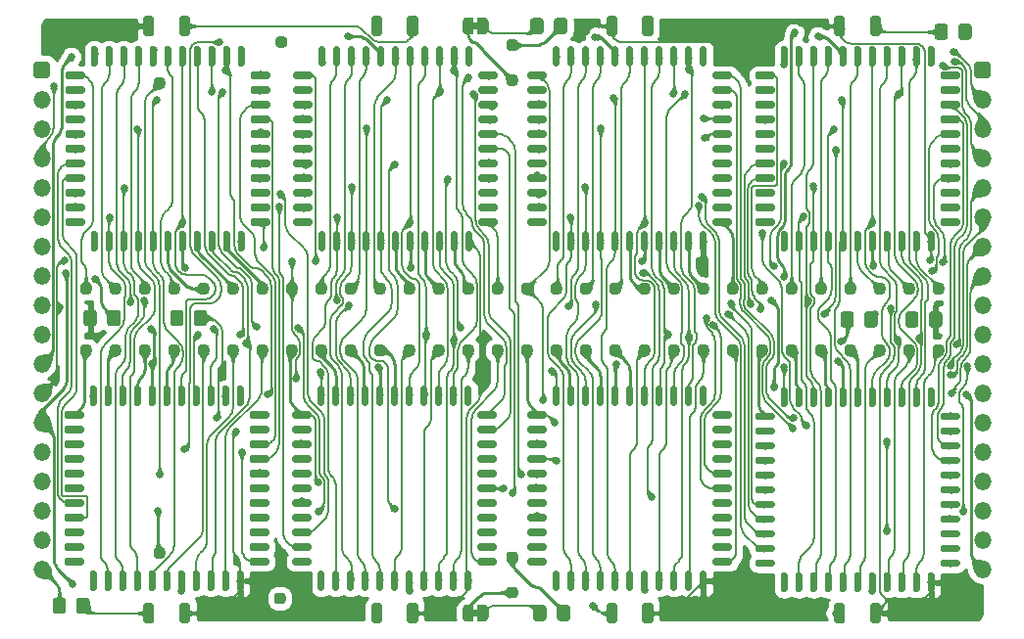
<source format=gbr>
%TF.GenerationSoftware,KiCad,Pcbnew,(5.1.9-0-10_14)*%
%TF.CreationDate,2021-04-15T22:22:17+08:00*%
%TF.ProjectId,MTMatrixRoundedAgain,4d544d61-7472-4697-9852-6f756e646564,rev?*%
%TF.SameCoordinates,Original*%
%TF.FileFunction,Copper,L2,Bot*%
%TF.FilePolarity,Positive*%
%FSLAX46Y46*%
G04 Gerber Fmt 4.6, Leading zero omitted, Abs format (unit mm)*
G04 Created by KiCad (PCBNEW (5.1.9-0-10_14)) date 2021-04-15 22:22:17*
%MOMM*%
%LPD*%
G01*
G04 APERTURE LIST*
%TA.AperFunction,EtchedComponent*%
%ADD10C,0.100000*%
%TD*%
%TA.AperFunction,ComponentPad*%
%ADD11O,1.500000X1.500000*%
%TD*%
%TA.AperFunction,SMDPad,CuDef*%
%ADD12C,0.100000*%
%TD*%
%TA.AperFunction,ViaPad*%
%ADD13C,0.650000*%
%TD*%
%TA.AperFunction,Conductor*%
%ADD14C,0.228600*%
%TD*%
%TA.AperFunction,Conductor*%
%ADD15C,0.203200*%
%TD*%
%TA.AperFunction,Conductor*%
%ADD16C,0.200000*%
%TD*%
%TA.AperFunction,Conductor*%
%ADD17C,0.025400*%
%TD*%
%TA.AperFunction,Conductor*%
%ADD18C,0.100000*%
%TD*%
%TA.AperFunction,Conductor*%
%ADD19C,0.254000*%
%TD*%
G04 APERTURE END LIST*
D10*
%TO.C,bypass         caps*%
G36*
X105713059Y-97023959D02*
G01*
X106213059Y-97023959D01*
X106213059Y-97623959D01*
X105713059Y-97623959D01*
X105713059Y-97023959D01*
G37*
%TO.C,bypass        caps*%
G36*
X105713059Y-46223959D02*
G01*
X106213059Y-46223959D01*
X106213059Y-46823959D01*
X105713059Y-46823959D01*
X105713059Y-46223959D01*
G37*
%TD*%
D11*
%TO.P,J2,18*%
%TO.N,Top_LEDs*%
X149778059Y-93513959D03*
%TO.P,J2,17*%
%TO.N,Unconnected_E*%
X149778059Y-90973959D03*
%TO.P,J2,16*%
%TO.N,48*%
X149778059Y-88433959D03*
%TO.P,J2,15*%
%TO.N,40*%
X149778059Y-85893959D03*
%TO.P,J2,14*%
%TO.N,Unconnected_H*%
X149778059Y-83353959D03*
%TO.P,J2,13*%
%TO.N,Unconnected_D*%
X149778059Y-80813959D03*
%TO.P,J2,12*%
%TO.N,16*%
X149778059Y-78273959D03*
%TO.P,J2,11*%
%TO.N,8*%
X149778059Y-75733959D03*
%TO.P,J2,10*%
%TO.N,Unconnected_A*%
X149778059Y-73193959D03*
%TO.P,J2,9*%
%TO.N,GND*%
X149778059Y-70653959D03*
%TO.P,J2,8*%
%TO.N,CS_H*%
X149778059Y-68113959D03*
%TO.P,J2,7*%
%TO.N,CS_G*%
X149778059Y-65573959D03*
%TO.P,J2,6*%
%TO.N,CS_F*%
X149778059Y-63033959D03*
%TO.P,J2,5*%
%TO.N,CS_E*%
X149778059Y-60493959D03*
%TO.P,J2,4*%
%TO.N,CS_D*%
X149778059Y-57953959D03*
%TO.P,J2,3*%
%TO.N,CS_C*%
X149778059Y-55413959D03*
%TO.P,J2,2*%
%TO.N,CS_B*%
X149778059Y-52873959D03*
%TO.P,J2,1*%
%TO.N,CS_A*%
%TA.AperFunction,ComponentPad*%
G36*
G01*
X149028059Y-50708959D02*
X149028059Y-49958959D01*
G75*
G02*
X149403059Y-49583959I375000J0D01*
G01*
X150153059Y-49583959D01*
G75*
G02*
X150528059Y-49958959I0J-375000D01*
G01*
X150528059Y-50708959D01*
G75*
G02*
X150153059Y-51083959I-375000J0D01*
G01*
X149403059Y-51083959D01*
G75*
G02*
X149028059Y-50708959I0J375000D01*
G01*
G37*
%TD.AperFunction*%
%TD*%
%TO.P,J1,1*%
%TO.N,AX0*%
%TA.AperFunction,ComponentPad*%
G36*
G01*
X67748059Y-50708959D02*
X67748059Y-49958959D01*
G75*
G02*
X68123059Y-49583959I375000J0D01*
G01*
X68873059Y-49583959D01*
G75*
G02*
X69248059Y-49958959I0J-375000D01*
G01*
X69248059Y-50708959D01*
G75*
G02*
X68873059Y-51083959I-375000J0D01*
G01*
X68123059Y-51083959D01*
G75*
G02*
X67748059Y-50708959I0J375000D01*
G01*
G37*
%TD.AperFunction*%
%TO.P,J1,2*%
%TO.N,AX1*%
X68498059Y-52873959D03*
%TO.P,J1,3*%
%TO.N,AX2*%
X68498059Y-55413959D03*
%TO.P,J1,4*%
%TO.N,AX3*%
X68498059Y-57953959D03*
%TO.P,J1,5*%
%TO.N,AY0*%
X68498059Y-60493959D03*
%TO.P,J1,6*%
%TO.N,AY1*%
X68498059Y-63033959D03*
%TO.P,J1,7*%
%TO.N,AY2*%
X68498059Y-65573959D03*
%TO.P,J1,8*%
%TO.N,DATA*%
X68498059Y-68113959D03*
%TO.P,J1,9*%
%TO.N,RESET*%
X68498059Y-70653959D03*
%TO.P,J1,10*%
%TO.N,STROBE*%
X68498059Y-73193959D03*
%TO.P,J1,11*%
%TO.N,+9V*%
X68498059Y-75733959D03*
%TO.P,J1,12*%
%TO.N,GND*%
X68498059Y-78273959D03*
%TO.P,J1,13*%
%TO.N,-9V*%
X68498059Y-80813959D03*
%TO.P,J1,14*%
%TO.N,Neg_Top*%
X68498059Y-83353959D03*
%TO.P,J1,15*%
%TO.N,Pos_Top*%
X68498059Y-85893959D03*
%TO.P,J1,16*%
%TO.N,Neg_Bottom*%
X68498059Y-88433959D03*
%TO.P,J1,17*%
%TO.N,Pos_Bottom*%
X68498059Y-90973959D03*
%TO.P,J1,18*%
%TO.N,Bottom_LEDs*%
X68498059Y-93513959D03*
%TD*%
%TO.P,J3,30*%
%TO.N,30*%
%TA.AperFunction,ComponentPad*%
G36*
G01*
X145468059Y-69456959D02*
X145468059Y-69056959D01*
G75*
G02*
X145768059Y-68756959I300000J0D01*
G01*
X146168059Y-68756959D01*
G75*
G02*
X146468059Y-69056959I0J-300000D01*
G01*
X146468059Y-69456959D01*
G75*
G02*
X146168059Y-69756959I-300000J0D01*
G01*
X145768059Y-69756959D01*
G75*
G02*
X145468059Y-69456959I0J300000D01*
G01*
G37*
%TD.AperFunction*%
%TO.P,J3,29*%
%TO.N,29*%
%TA.AperFunction,ComponentPad*%
G36*
G01*
X142928059Y-69456959D02*
X142928059Y-69056959D01*
G75*
G02*
X143228059Y-68756959I300000J0D01*
G01*
X143628059Y-68756959D01*
G75*
G02*
X143928059Y-69056959I0J-300000D01*
G01*
X143928059Y-69456959D01*
G75*
G02*
X143628059Y-69756959I-300000J0D01*
G01*
X143228059Y-69756959D01*
G75*
G02*
X142928059Y-69456959I0J300000D01*
G01*
G37*
%TD.AperFunction*%
%TO.P,J3,28*%
%TO.N,28*%
%TA.AperFunction,ComponentPad*%
G36*
G01*
X140388059Y-69456959D02*
X140388059Y-69056959D01*
G75*
G02*
X140688059Y-68756959I300000J0D01*
G01*
X141088059Y-68756959D01*
G75*
G02*
X141388059Y-69056959I0J-300000D01*
G01*
X141388059Y-69456959D01*
G75*
G02*
X141088059Y-69756959I-300000J0D01*
G01*
X140688059Y-69756959D01*
G75*
G02*
X140388059Y-69456959I0J300000D01*
G01*
G37*
%TD.AperFunction*%
%TO.P,J3,27*%
%TO.N,27*%
%TA.AperFunction,ComponentPad*%
G36*
G01*
X137848059Y-69456959D02*
X137848059Y-69056959D01*
G75*
G02*
X138148059Y-68756959I300000J0D01*
G01*
X138548059Y-68756959D01*
G75*
G02*
X138848059Y-69056959I0J-300000D01*
G01*
X138848059Y-69456959D01*
G75*
G02*
X138548059Y-69756959I-300000J0D01*
G01*
X138148059Y-69756959D01*
G75*
G02*
X137848059Y-69456959I0J300000D01*
G01*
G37*
%TD.AperFunction*%
%TO.P,J3,26*%
%TO.N,26*%
%TA.AperFunction,ComponentPad*%
G36*
G01*
X135308059Y-69456959D02*
X135308059Y-69056959D01*
G75*
G02*
X135608059Y-68756959I300000J0D01*
G01*
X136008059Y-68756959D01*
G75*
G02*
X136308059Y-69056959I0J-300000D01*
G01*
X136308059Y-69456959D01*
G75*
G02*
X136008059Y-69756959I-300000J0D01*
G01*
X135608059Y-69756959D01*
G75*
G02*
X135308059Y-69456959I0J300000D01*
G01*
G37*
%TD.AperFunction*%
%TO.P,J3,25*%
%TO.N,25*%
%TA.AperFunction,ComponentPad*%
G36*
G01*
X132768059Y-69456959D02*
X132768059Y-69056959D01*
G75*
G02*
X133068059Y-68756959I300000J0D01*
G01*
X133468059Y-68756959D01*
G75*
G02*
X133768059Y-69056959I0J-300000D01*
G01*
X133768059Y-69456959D01*
G75*
G02*
X133468059Y-69756959I-300000J0D01*
G01*
X133068059Y-69756959D01*
G75*
G02*
X132768059Y-69456959I0J300000D01*
G01*
G37*
%TD.AperFunction*%
%TO.P,J3,24*%
%TO.N,24*%
%TA.AperFunction,ComponentPad*%
G36*
G01*
X130228059Y-69456959D02*
X130228059Y-69056959D01*
G75*
G02*
X130528059Y-68756959I300000J0D01*
G01*
X130928059Y-68756959D01*
G75*
G02*
X131228059Y-69056959I0J-300000D01*
G01*
X131228059Y-69456959D01*
G75*
G02*
X130928059Y-69756959I-300000J0D01*
G01*
X130528059Y-69756959D01*
G75*
G02*
X130228059Y-69456959I0J300000D01*
G01*
G37*
%TD.AperFunction*%
%TO.P,J3,23*%
%TO.N,23*%
%TA.AperFunction,ComponentPad*%
G36*
G01*
X127688059Y-69456959D02*
X127688059Y-69056959D01*
G75*
G02*
X127988059Y-68756959I300000J0D01*
G01*
X128388059Y-68756959D01*
G75*
G02*
X128688059Y-69056959I0J-300000D01*
G01*
X128688059Y-69456959D01*
G75*
G02*
X128388059Y-69756959I-300000J0D01*
G01*
X127988059Y-69756959D01*
G75*
G02*
X127688059Y-69456959I0J300000D01*
G01*
G37*
%TD.AperFunction*%
%TO.P,J3,22*%
%TO.N,22*%
%TA.AperFunction,ComponentPad*%
G36*
G01*
X125148059Y-69456959D02*
X125148059Y-69056959D01*
G75*
G02*
X125448059Y-68756959I300000J0D01*
G01*
X125848059Y-68756959D01*
G75*
G02*
X126148059Y-69056959I0J-300000D01*
G01*
X126148059Y-69456959D01*
G75*
G02*
X125848059Y-69756959I-300000J0D01*
G01*
X125448059Y-69756959D01*
G75*
G02*
X125148059Y-69456959I0J300000D01*
G01*
G37*
%TD.AperFunction*%
%TO.P,J3,21*%
%TO.N,21*%
%TA.AperFunction,ComponentPad*%
G36*
G01*
X122608059Y-69456959D02*
X122608059Y-69056959D01*
G75*
G02*
X122908059Y-68756959I300000J0D01*
G01*
X123308059Y-68756959D01*
G75*
G02*
X123608059Y-69056959I0J-300000D01*
G01*
X123608059Y-69456959D01*
G75*
G02*
X123308059Y-69756959I-300000J0D01*
G01*
X122908059Y-69756959D01*
G75*
G02*
X122608059Y-69456959I0J300000D01*
G01*
G37*
%TD.AperFunction*%
%TO.P,J3,20*%
%TO.N,20*%
%TA.AperFunction,ComponentPad*%
G36*
G01*
X120068059Y-69456959D02*
X120068059Y-69056959D01*
G75*
G02*
X120368059Y-68756959I300000J0D01*
G01*
X120768059Y-68756959D01*
G75*
G02*
X121068059Y-69056959I0J-300000D01*
G01*
X121068059Y-69456959D01*
G75*
G02*
X120768059Y-69756959I-300000J0D01*
G01*
X120368059Y-69756959D01*
G75*
G02*
X120068059Y-69456959I0J300000D01*
G01*
G37*
%TD.AperFunction*%
%TO.P,J3,19*%
%TO.N,19*%
%TA.AperFunction,ComponentPad*%
G36*
G01*
X117528059Y-69456959D02*
X117528059Y-69056959D01*
G75*
G02*
X117828059Y-68756959I300000J0D01*
G01*
X118228059Y-68756959D01*
G75*
G02*
X118528059Y-69056959I0J-300000D01*
G01*
X118528059Y-69456959D01*
G75*
G02*
X118228059Y-69756959I-300000J0D01*
G01*
X117828059Y-69756959D01*
G75*
G02*
X117528059Y-69456959I0J300000D01*
G01*
G37*
%TD.AperFunction*%
%TO.P,J3,18*%
%TO.N,18*%
%TA.AperFunction,ComponentPad*%
G36*
G01*
X114988059Y-69456959D02*
X114988059Y-69056959D01*
G75*
G02*
X115288059Y-68756959I300000J0D01*
G01*
X115688059Y-68756959D01*
G75*
G02*
X115988059Y-69056959I0J-300000D01*
G01*
X115988059Y-69456959D01*
G75*
G02*
X115688059Y-69756959I-300000J0D01*
G01*
X115288059Y-69756959D01*
G75*
G02*
X114988059Y-69456959I0J300000D01*
G01*
G37*
%TD.AperFunction*%
%TO.P,J3,17*%
%TO.N,17*%
%TA.AperFunction,ComponentPad*%
G36*
G01*
X112448059Y-69456959D02*
X112448059Y-69056959D01*
G75*
G02*
X112748059Y-68756959I300000J0D01*
G01*
X113148059Y-68756959D01*
G75*
G02*
X113448059Y-69056959I0J-300000D01*
G01*
X113448059Y-69456959D01*
G75*
G02*
X113148059Y-69756959I-300000J0D01*
G01*
X112748059Y-69756959D01*
G75*
G02*
X112448059Y-69456959I0J300000D01*
G01*
G37*
%TD.AperFunction*%
%TO.P,J3,16*%
%TO.N,16*%
%TA.AperFunction,ComponentPad*%
G36*
G01*
X109908059Y-69456959D02*
X109908059Y-69056959D01*
G75*
G02*
X110208059Y-68756959I300000J0D01*
G01*
X110608059Y-68756959D01*
G75*
G02*
X110908059Y-69056959I0J-300000D01*
G01*
X110908059Y-69456959D01*
G75*
G02*
X110608059Y-69756959I-300000J0D01*
G01*
X110208059Y-69756959D01*
G75*
G02*
X109908059Y-69456959I0J300000D01*
G01*
G37*
%TD.AperFunction*%
%TO.P,J3,15*%
%TO.N,15*%
%TA.AperFunction,ComponentPad*%
G36*
G01*
X107368059Y-69456959D02*
X107368059Y-69056959D01*
G75*
G02*
X107668059Y-68756959I300000J0D01*
G01*
X108068059Y-68756959D01*
G75*
G02*
X108368059Y-69056959I0J-300000D01*
G01*
X108368059Y-69456959D01*
G75*
G02*
X108068059Y-69756959I-300000J0D01*
G01*
X107668059Y-69756959D01*
G75*
G02*
X107368059Y-69456959I0J300000D01*
G01*
G37*
%TD.AperFunction*%
%TO.P,J3,14*%
%TO.N,14*%
%TA.AperFunction,ComponentPad*%
G36*
G01*
X104828059Y-69456959D02*
X104828059Y-69056959D01*
G75*
G02*
X105128059Y-68756959I300000J0D01*
G01*
X105528059Y-68756959D01*
G75*
G02*
X105828059Y-69056959I0J-300000D01*
G01*
X105828059Y-69456959D01*
G75*
G02*
X105528059Y-69756959I-300000J0D01*
G01*
X105128059Y-69756959D01*
G75*
G02*
X104828059Y-69456959I0J300000D01*
G01*
G37*
%TD.AperFunction*%
%TO.P,J3,13*%
%TO.N,13*%
%TA.AperFunction,ComponentPad*%
G36*
G01*
X102288059Y-69456959D02*
X102288059Y-69056959D01*
G75*
G02*
X102588059Y-68756959I300000J0D01*
G01*
X102988059Y-68756959D01*
G75*
G02*
X103288059Y-69056959I0J-300000D01*
G01*
X103288059Y-69456959D01*
G75*
G02*
X102988059Y-69756959I-300000J0D01*
G01*
X102588059Y-69756959D01*
G75*
G02*
X102288059Y-69456959I0J300000D01*
G01*
G37*
%TD.AperFunction*%
%TO.P,J3,12*%
%TO.N,12*%
%TA.AperFunction,ComponentPad*%
G36*
G01*
X99748059Y-69456959D02*
X99748059Y-69056959D01*
G75*
G02*
X100048059Y-68756959I300000J0D01*
G01*
X100448059Y-68756959D01*
G75*
G02*
X100748059Y-69056959I0J-300000D01*
G01*
X100748059Y-69456959D01*
G75*
G02*
X100448059Y-69756959I-300000J0D01*
G01*
X100048059Y-69756959D01*
G75*
G02*
X99748059Y-69456959I0J300000D01*
G01*
G37*
%TD.AperFunction*%
%TO.P,J3,11*%
%TO.N,11*%
%TA.AperFunction,ComponentPad*%
G36*
G01*
X97208059Y-69456959D02*
X97208059Y-69056959D01*
G75*
G02*
X97508059Y-68756959I300000J0D01*
G01*
X97908059Y-68756959D01*
G75*
G02*
X98208059Y-69056959I0J-300000D01*
G01*
X98208059Y-69456959D01*
G75*
G02*
X97908059Y-69756959I-300000J0D01*
G01*
X97508059Y-69756959D01*
G75*
G02*
X97208059Y-69456959I0J300000D01*
G01*
G37*
%TD.AperFunction*%
%TO.P,J3,10*%
%TO.N,10*%
%TA.AperFunction,ComponentPad*%
G36*
G01*
X94668059Y-69456959D02*
X94668059Y-69056959D01*
G75*
G02*
X94968059Y-68756959I300000J0D01*
G01*
X95368059Y-68756959D01*
G75*
G02*
X95668059Y-69056959I0J-300000D01*
G01*
X95668059Y-69456959D01*
G75*
G02*
X95368059Y-69756959I-300000J0D01*
G01*
X94968059Y-69756959D01*
G75*
G02*
X94668059Y-69456959I0J300000D01*
G01*
G37*
%TD.AperFunction*%
%TO.P,J3,9*%
%TO.N,9*%
%TA.AperFunction,ComponentPad*%
G36*
G01*
X92128059Y-69456959D02*
X92128059Y-69056959D01*
G75*
G02*
X92428059Y-68756959I300000J0D01*
G01*
X92828059Y-68756959D01*
G75*
G02*
X93128059Y-69056959I0J-300000D01*
G01*
X93128059Y-69456959D01*
G75*
G02*
X92828059Y-69756959I-300000J0D01*
G01*
X92428059Y-69756959D01*
G75*
G02*
X92128059Y-69456959I0J300000D01*
G01*
G37*
%TD.AperFunction*%
%TO.P,J3,8*%
%TO.N,8*%
%TA.AperFunction,ComponentPad*%
G36*
G01*
X89588059Y-69456959D02*
X89588059Y-69056959D01*
G75*
G02*
X89888059Y-68756959I300000J0D01*
G01*
X90288059Y-68756959D01*
G75*
G02*
X90588059Y-69056959I0J-300000D01*
G01*
X90588059Y-69456959D01*
G75*
G02*
X90288059Y-69756959I-300000J0D01*
G01*
X89888059Y-69756959D01*
G75*
G02*
X89588059Y-69456959I0J300000D01*
G01*
G37*
%TD.AperFunction*%
%TO.P,J3,7*%
%TO.N,7*%
%TA.AperFunction,ComponentPad*%
G36*
G01*
X87048059Y-69456959D02*
X87048059Y-69056959D01*
G75*
G02*
X87348059Y-68756959I300000J0D01*
G01*
X87748059Y-68756959D01*
G75*
G02*
X88048059Y-69056959I0J-300000D01*
G01*
X88048059Y-69456959D01*
G75*
G02*
X87748059Y-69756959I-300000J0D01*
G01*
X87348059Y-69756959D01*
G75*
G02*
X87048059Y-69456959I0J300000D01*
G01*
G37*
%TD.AperFunction*%
%TO.P,J3,6*%
%TO.N,6*%
%TA.AperFunction,ComponentPad*%
G36*
G01*
X84508059Y-69456959D02*
X84508059Y-69056959D01*
G75*
G02*
X84808059Y-68756959I300000J0D01*
G01*
X85208059Y-68756959D01*
G75*
G02*
X85508059Y-69056959I0J-300000D01*
G01*
X85508059Y-69456959D01*
G75*
G02*
X85208059Y-69756959I-300000J0D01*
G01*
X84808059Y-69756959D01*
G75*
G02*
X84508059Y-69456959I0J300000D01*
G01*
G37*
%TD.AperFunction*%
%TO.P,J3,5*%
%TO.N,5*%
%TA.AperFunction,ComponentPad*%
G36*
G01*
X81968059Y-69456959D02*
X81968059Y-69056959D01*
G75*
G02*
X82268059Y-68756959I300000J0D01*
G01*
X82668059Y-68756959D01*
G75*
G02*
X82968059Y-69056959I0J-300000D01*
G01*
X82968059Y-69456959D01*
G75*
G02*
X82668059Y-69756959I-300000J0D01*
G01*
X82268059Y-69756959D01*
G75*
G02*
X81968059Y-69456959I0J300000D01*
G01*
G37*
%TD.AperFunction*%
%TO.P,J3,4*%
%TO.N,4*%
%TA.AperFunction,ComponentPad*%
G36*
G01*
X79428059Y-69456959D02*
X79428059Y-69056959D01*
G75*
G02*
X79728059Y-68756959I300000J0D01*
G01*
X80128059Y-68756959D01*
G75*
G02*
X80428059Y-69056959I0J-300000D01*
G01*
X80428059Y-69456959D01*
G75*
G02*
X80128059Y-69756959I-300000J0D01*
G01*
X79728059Y-69756959D01*
G75*
G02*
X79428059Y-69456959I0J300000D01*
G01*
G37*
%TD.AperFunction*%
%TO.P,J3,3*%
%TO.N,3*%
%TA.AperFunction,ComponentPad*%
G36*
G01*
X76888059Y-69456959D02*
X76888059Y-69056959D01*
G75*
G02*
X77188059Y-68756959I300000J0D01*
G01*
X77588059Y-68756959D01*
G75*
G02*
X77888059Y-69056959I0J-300000D01*
G01*
X77888059Y-69456959D01*
G75*
G02*
X77588059Y-69756959I-300000J0D01*
G01*
X77188059Y-69756959D01*
G75*
G02*
X76888059Y-69456959I0J300000D01*
G01*
G37*
%TD.AperFunction*%
%TO.P,J3,2*%
%TO.N,2*%
%TA.AperFunction,ComponentPad*%
G36*
G01*
X74348059Y-69456959D02*
X74348059Y-69056959D01*
G75*
G02*
X74648059Y-68756959I300000J0D01*
G01*
X75048059Y-68756959D01*
G75*
G02*
X75348059Y-69056959I0J-300000D01*
G01*
X75348059Y-69456959D01*
G75*
G02*
X75048059Y-69756959I-300000J0D01*
G01*
X74648059Y-69756959D01*
G75*
G02*
X74348059Y-69456959I0J300000D01*
G01*
G37*
%TD.AperFunction*%
%TO.P,J3,1*%
%TO.N,1*%
%TA.AperFunction,ComponentPad*%
G36*
G01*
X71808059Y-69456959D02*
X71808059Y-69056959D01*
G75*
G02*
X72108059Y-68756959I300000J0D01*
G01*
X72508059Y-68756959D01*
G75*
G02*
X72808059Y-69056959I0J-300000D01*
G01*
X72808059Y-69456959D01*
G75*
G02*
X72508059Y-69756959I-300000J0D01*
G01*
X72108059Y-69756959D01*
G75*
G02*
X71808059Y-69456959I0J300000D01*
G01*
G37*
%TD.AperFunction*%
%TO.P,J3,32*%
%TO.N,Neg_Bottom*%
%TA.AperFunction,ComponentPad*%
G36*
G01*
X108638059Y-92697959D02*
X108638059Y-92297959D01*
G75*
G02*
X108938059Y-91997959I300000J0D01*
G01*
X109338059Y-91997959D01*
G75*
G02*
X109638059Y-92297959I0J-300000D01*
G01*
X109638059Y-92697959D01*
G75*
G02*
X109338059Y-92997959I-300000J0D01*
G01*
X108938059Y-92997959D01*
G75*
G02*
X108638059Y-92697959I0J300000D01*
G01*
G37*
%TD.AperFunction*%
%TO.P,J3,33*%
%TO.N,33*%
%TA.AperFunction,ComponentPad*%
G36*
G01*
X71808059Y-74790959D02*
X71808059Y-74390959D01*
G75*
G02*
X72108059Y-74090959I300000J0D01*
G01*
X72508059Y-74090959D01*
G75*
G02*
X72808059Y-74390959I0J-300000D01*
G01*
X72808059Y-74790959D01*
G75*
G02*
X72508059Y-75090959I-300000J0D01*
G01*
X72108059Y-75090959D01*
G75*
G02*
X71808059Y-74790959I0J300000D01*
G01*
G37*
%TD.AperFunction*%
%TO.P,J3,34*%
%TO.N,34*%
%TA.AperFunction,ComponentPad*%
G36*
G01*
X74348059Y-74790959D02*
X74348059Y-74390959D01*
G75*
G02*
X74648059Y-74090959I300000J0D01*
G01*
X75048059Y-74090959D01*
G75*
G02*
X75348059Y-74390959I0J-300000D01*
G01*
X75348059Y-74790959D01*
G75*
G02*
X75048059Y-75090959I-300000J0D01*
G01*
X74648059Y-75090959D01*
G75*
G02*
X74348059Y-74790959I0J300000D01*
G01*
G37*
%TD.AperFunction*%
%TO.P,J3,35*%
%TO.N,35*%
%TA.AperFunction,ComponentPad*%
G36*
G01*
X76888059Y-74790959D02*
X76888059Y-74390959D01*
G75*
G02*
X77188059Y-74090959I300000J0D01*
G01*
X77588059Y-74090959D01*
G75*
G02*
X77888059Y-74390959I0J-300000D01*
G01*
X77888059Y-74790959D01*
G75*
G02*
X77588059Y-75090959I-300000J0D01*
G01*
X77188059Y-75090959D01*
G75*
G02*
X76888059Y-74790959I0J300000D01*
G01*
G37*
%TD.AperFunction*%
%TO.P,J3,36*%
%TO.N,36*%
%TA.AperFunction,ComponentPad*%
G36*
G01*
X79428059Y-74790959D02*
X79428059Y-74390959D01*
G75*
G02*
X79728059Y-74090959I300000J0D01*
G01*
X80128059Y-74090959D01*
G75*
G02*
X80428059Y-74390959I0J-300000D01*
G01*
X80428059Y-74790959D01*
G75*
G02*
X80128059Y-75090959I-300000J0D01*
G01*
X79728059Y-75090959D01*
G75*
G02*
X79428059Y-74790959I0J300000D01*
G01*
G37*
%TD.AperFunction*%
%TO.P,J3,37*%
%TO.N,37*%
%TA.AperFunction,ComponentPad*%
G36*
G01*
X81968059Y-74790959D02*
X81968059Y-74390959D01*
G75*
G02*
X82268059Y-74090959I300000J0D01*
G01*
X82668059Y-74090959D01*
G75*
G02*
X82968059Y-74390959I0J-300000D01*
G01*
X82968059Y-74790959D01*
G75*
G02*
X82668059Y-75090959I-300000J0D01*
G01*
X82268059Y-75090959D01*
G75*
G02*
X81968059Y-74790959I0J300000D01*
G01*
G37*
%TD.AperFunction*%
%TO.P,J3,38*%
%TO.N,38*%
%TA.AperFunction,ComponentPad*%
G36*
G01*
X84508059Y-74790959D02*
X84508059Y-74390959D01*
G75*
G02*
X84808059Y-74090959I300000J0D01*
G01*
X85208059Y-74090959D01*
G75*
G02*
X85508059Y-74390959I0J-300000D01*
G01*
X85508059Y-74790959D01*
G75*
G02*
X85208059Y-75090959I-300000J0D01*
G01*
X84808059Y-75090959D01*
G75*
G02*
X84508059Y-74790959I0J300000D01*
G01*
G37*
%TD.AperFunction*%
%TO.P,J3,39*%
%TO.N,39*%
%TA.AperFunction,ComponentPad*%
G36*
G01*
X87048059Y-74790959D02*
X87048059Y-74390959D01*
G75*
G02*
X87348059Y-74090959I300000J0D01*
G01*
X87748059Y-74090959D01*
G75*
G02*
X88048059Y-74390959I0J-300000D01*
G01*
X88048059Y-74790959D01*
G75*
G02*
X87748059Y-75090959I-300000J0D01*
G01*
X87348059Y-75090959D01*
G75*
G02*
X87048059Y-74790959I0J300000D01*
G01*
G37*
%TD.AperFunction*%
%TO.P,J3,40*%
%TO.N,40*%
%TA.AperFunction,ComponentPad*%
G36*
G01*
X89588059Y-74790959D02*
X89588059Y-74390959D01*
G75*
G02*
X89888059Y-74090959I300000J0D01*
G01*
X90288059Y-74090959D01*
G75*
G02*
X90588059Y-74390959I0J-300000D01*
G01*
X90588059Y-74790959D01*
G75*
G02*
X90288059Y-75090959I-300000J0D01*
G01*
X89888059Y-75090959D01*
G75*
G02*
X89588059Y-74790959I0J300000D01*
G01*
G37*
%TD.AperFunction*%
%TO.P,J3,41*%
%TO.N,41*%
%TA.AperFunction,ComponentPad*%
G36*
G01*
X92128059Y-74790959D02*
X92128059Y-74390959D01*
G75*
G02*
X92428059Y-74090959I300000J0D01*
G01*
X92828059Y-74090959D01*
G75*
G02*
X93128059Y-74390959I0J-300000D01*
G01*
X93128059Y-74790959D01*
G75*
G02*
X92828059Y-75090959I-300000J0D01*
G01*
X92428059Y-75090959D01*
G75*
G02*
X92128059Y-74790959I0J300000D01*
G01*
G37*
%TD.AperFunction*%
%TO.P,J3,42*%
%TO.N,42*%
%TA.AperFunction,ComponentPad*%
G36*
G01*
X94668059Y-74790959D02*
X94668059Y-74390959D01*
G75*
G02*
X94968059Y-74090959I300000J0D01*
G01*
X95368059Y-74090959D01*
G75*
G02*
X95668059Y-74390959I0J-300000D01*
G01*
X95668059Y-74790959D01*
G75*
G02*
X95368059Y-75090959I-300000J0D01*
G01*
X94968059Y-75090959D01*
G75*
G02*
X94668059Y-74790959I0J300000D01*
G01*
G37*
%TD.AperFunction*%
%TO.P,J3,43*%
%TO.N,43*%
%TA.AperFunction,ComponentPad*%
G36*
G01*
X97208059Y-74790959D02*
X97208059Y-74390959D01*
G75*
G02*
X97508059Y-74090959I300000J0D01*
G01*
X97908059Y-74090959D01*
G75*
G02*
X98208059Y-74390959I0J-300000D01*
G01*
X98208059Y-74790959D01*
G75*
G02*
X97908059Y-75090959I-300000J0D01*
G01*
X97508059Y-75090959D01*
G75*
G02*
X97208059Y-74790959I0J300000D01*
G01*
G37*
%TD.AperFunction*%
%TO.P,J3,44*%
%TO.N,44*%
%TA.AperFunction,ComponentPad*%
G36*
G01*
X99748059Y-74790959D02*
X99748059Y-74390959D01*
G75*
G02*
X100048059Y-74090959I300000J0D01*
G01*
X100448059Y-74090959D01*
G75*
G02*
X100748059Y-74390959I0J-300000D01*
G01*
X100748059Y-74790959D01*
G75*
G02*
X100448059Y-75090959I-300000J0D01*
G01*
X100048059Y-75090959D01*
G75*
G02*
X99748059Y-74790959I0J300000D01*
G01*
G37*
%TD.AperFunction*%
%TO.P,J3,45*%
%TO.N,45*%
%TA.AperFunction,ComponentPad*%
G36*
G01*
X102288059Y-74790959D02*
X102288059Y-74390959D01*
G75*
G02*
X102588059Y-74090959I300000J0D01*
G01*
X102988059Y-74090959D01*
G75*
G02*
X103288059Y-74390959I0J-300000D01*
G01*
X103288059Y-74790959D01*
G75*
G02*
X102988059Y-75090959I-300000J0D01*
G01*
X102588059Y-75090959D01*
G75*
G02*
X102288059Y-74790959I0J300000D01*
G01*
G37*
%TD.AperFunction*%
%TO.P,J3,46*%
%TO.N,46*%
%TA.AperFunction,ComponentPad*%
G36*
G01*
X104828059Y-74790959D02*
X104828059Y-74390959D01*
G75*
G02*
X105128059Y-74090959I300000J0D01*
G01*
X105528059Y-74090959D01*
G75*
G02*
X105828059Y-74390959I0J-300000D01*
G01*
X105828059Y-74790959D01*
G75*
G02*
X105528059Y-75090959I-300000J0D01*
G01*
X105128059Y-75090959D01*
G75*
G02*
X104828059Y-74790959I0J300000D01*
G01*
G37*
%TD.AperFunction*%
%TO.P,J3,47*%
%TO.N,47*%
%TA.AperFunction,ComponentPad*%
G36*
G01*
X107368059Y-74790959D02*
X107368059Y-74390959D01*
G75*
G02*
X107668059Y-74090959I300000J0D01*
G01*
X108068059Y-74090959D01*
G75*
G02*
X108368059Y-74390959I0J-300000D01*
G01*
X108368059Y-74790959D01*
G75*
G02*
X108068059Y-75090959I-300000J0D01*
G01*
X107668059Y-75090959D01*
G75*
G02*
X107368059Y-74790959I0J300000D01*
G01*
G37*
%TD.AperFunction*%
%TO.P,J3,48*%
%TO.N,48*%
%TA.AperFunction,ComponentPad*%
G36*
G01*
X109908059Y-74790959D02*
X109908059Y-74390959D01*
G75*
G02*
X110208059Y-74090959I300000J0D01*
G01*
X110608059Y-74090959D01*
G75*
G02*
X110908059Y-74390959I0J-300000D01*
G01*
X110908059Y-74790959D01*
G75*
G02*
X110608059Y-75090959I-300000J0D01*
G01*
X110208059Y-75090959D01*
G75*
G02*
X109908059Y-74790959I0J300000D01*
G01*
G37*
%TD.AperFunction*%
%TO.P,J3,49*%
%TO.N,49*%
%TA.AperFunction,ComponentPad*%
G36*
G01*
X112448059Y-74790959D02*
X112448059Y-74390959D01*
G75*
G02*
X112748059Y-74090959I300000J0D01*
G01*
X113148059Y-74090959D01*
G75*
G02*
X113448059Y-74390959I0J-300000D01*
G01*
X113448059Y-74790959D01*
G75*
G02*
X113148059Y-75090959I-300000J0D01*
G01*
X112748059Y-75090959D01*
G75*
G02*
X112448059Y-74790959I0J300000D01*
G01*
G37*
%TD.AperFunction*%
%TO.P,J3,50*%
%TO.N,50*%
%TA.AperFunction,ComponentPad*%
G36*
G01*
X114988059Y-74790959D02*
X114988059Y-74390959D01*
G75*
G02*
X115288059Y-74090959I300000J0D01*
G01*
X115688059Y-74090959D01*
G75*
G02*
X115988059Y-74390959I0J-300000D01*
G01*
X115988059Y-74790959D01*
G75*
G02*
X115688059Y-75090959I-300000J0D01*
G01*
X115288059Y-75090959D01*
G75*
G02*
X114988059Y-74790959I0J300000D01*
G01*
G37*
%TD.AperFunction*%
%TO.P,J3,51*%
%TO.N,51*%
%TA.AperFunction,ComponentPad*%
G36*
G01*
X117528059Y-74790959D02*
X117528059Y-74390959D01*
G75*
G02*
X117828059Y-74090959I300000J0D01*
G01*
X118228059Y-74090959D01*
G75*
G02*
X118528059Y-74390959I0J-300000D01*
G01*
X118528059Y-74790959D01*
G75*
G02*
X118228059Y-75090959I-300000J0D01*
G01*
X117828059Y-75090959D01*
G75*
G02*
X117528059Y-74790959I0J300000D01*
G01*
G37*
%TD.AperFunction*%
%TO.P,J3,52*%
%TO.N,52*%
%TA.AperFunction,ComponentPad*%
G36*
G01*
X120068059Y-74790959D02*
X120068059Y-74390959D01*
G75*
G02*
X120368059Y-74090959I300000J0D01*
G01*
X120768059Y-74090959D01*
G75*
G02*
X121068059Y-74390959I0J-300000D01*
G01*
X121068059Y-74790959D01*
G75*
G02*
X120768059Y-75090959I-300000J0D01*
G01*
X120368059Y-75090959D01*
G75*
G02*
X120068059Y-74790959I0J300000D01*
G01*
G37*
%TD.AperFunction*%
%TO.P,J3,53*%
%TO.N,53*%
%TA.AperFunction,ComponentPad*%
G36*
G01*
X122608059Y-74790959D02*
X122608059Y-74390959D01*
G75*
G02*
X122908059Y-74090959I300000J0D01*
G01*
X123308059Y-74090959D01*
G75*
G02*
X123608059Y-74390959I0J-300000D01*
G01*
X123608059Y-74790959D01*
G75*
G02*
X123308059Y-75090959I-300000J0D01*
G01*
X122908059Y-75090959D01*
G75*
G02*
X122608059Y-74790959I0J300000D01*
G01*
G37*
%TD.AperFunction*%
%TO.P,J3,54*%
%TO.N,54*%
%TA.AperFunction,ComponentPad*%
G36*
G01*
X125148059Y-74790959D02*
X125148059Y-74390959D01*
G75*
G02*
X125448059Y-74090959I300000J0D01*
G01*
X125848059Y-74090959D01*
G75*
G02*
X126148059Y-74390959I0J-300000D01*
G01*
X126148059Y-74790959D01*
G75*
G02*
X125848059Y-75090959I-300000J0D01*
G01*
X125448059Y-75090959D01*
G75*
G02*
X125148059Y-74790959I0J300000D01*
G01*
G37*
%TD.AperFunction*%
%TO.P,J3,55*%
%TO.N,55*%
%TA.AperFunction,ComponentPad*%
G36*
G01*
X127688059Y-74790959D02*
X127688059Y-74390959D01*
G75*
G02*
X127988059Y-74090959I300000J0D01*
G01*
X128388059Y-74090959D01*
G75*
G02*
X128688059Y-74390959I0J-300000D01*
G01*
X128688059Y-74790959D01*
G75*
G02*
X128388059Y-75090959I-300000J0D01*
G01*
X127988059Y-75090959D01*
G75*
G02*
X127688059Y-74790959I0J300000D01*
G01*
G37*
%TD.AperFunction*%
%TO.P,J3,56*%
%TO.N,56*%
%TA.AperFunction,ComponentPad*%
G36*
G01*
X130228059Y-74790959D02*
X130228059Y-74390959D01*
G75*
G02*
X130528059Y-74090959I300000J0D01*
G01*
X130928059Y-74090959D01*
G75*
G02*
X131228059Y-74390959I0J-300000D01*
G01*
X131228059Y-74790959D01*
G75*
G02*
X130928059Y-75090959I-300000J0D01*
G01*
X130528059Y-75090959D01*
G75*
G02*
X130228059Y-74790959I0J300000D01*
G01*
G37*
%TD.AperFunction*%
%TO.P,J3,57*%
%TO.N,57*%
%TA.AperFunction,ComponentPad*%
G36*
G01*
X132768059Y-74790959D02*
X132768059Y-74390959D01*
G75*
G02*
X133068059Y-74090959I300000J0D01*
G01*
X133468059Y-74090959D01*
G75*
G02*
X133768059Y-74390959I0J-300000D01*
G01*
X133768059Y-74790959D01*
G75*
G02*
X133468059Y-75090959I-300000J0D01*
G01*
X133068059Y-75090959D01*
G75*
G02*
X132768059Y-74790959I0J300000D01*
G01*
G37*
%TD.AperFunction*%
%TO.P,J3,58*%
%TO.N,58*%
%TA.AperFunction,ComponentPad*%
G36*
G01*
X135308059Y-74790959D02*
X135308059Y-74390959D01*
G75*
G02*
X135608059Y-74090959I300000J0D01*
G01*
X136008059Y-74090959D01*
G75*
G02*
X136308059Y-74390959I0J-300000D01*
G01*
X136308059Y-74790959D01*
G75*
G02*
X136008059Y-75090959I-300000J0D01*
G01*
X135608059Y-75090959D01*
G75*
G02*
X135308059Y-74790959I0J300000D01*
G01*
G37*
%TD.AperFunction*%
%TO.P,J3,59*%
%TO.N,59*%
%TA.AperFunction,ComponentPad*%
G36*
G01*
X137848059Y-74790959D02*
X137848059Y-74390959D01*
G75*
G02*
X138148059Y-74090959I300000J0D01*
G01*
X138548059Y-74090959D01*
G75*
G02*
X138848059Y-74390959I0J-300000D01*
G01*
X138848059Y-74790959D01*
G75*
G02*
X138548059Y-75090959I-300000J0D01*
G01*
X138148059Y-75090959D01*
G75*
G02*
X137848059Y-74790959I0J300000D01*
G01*
G37*
%TD.AperFunction*%
%TO.P,J3,60*%
%TO.N,60*%
%TA.AperFunction,ComponentPad*%
G36*
G01*
X140388059Y-74790959D02*
X140388059Y-74390959D01*
G75*
G02*
X140688059Y-74090959I300000J0D01*
G01*
X141088059Y-74090959D01*
G75*
G02*
X141388059Y-74390959I0J-300000D01*
G01*
X141388059Y-74790959D01*
G75*
G02*
X141088059Y-75090959I-300000J0D01*
G01*
X140688059Y-75090959D01*
G75*
G02*
X140388059Y-74790959I0J300000D01*
G01*
G37*
%TD.AperFunction*%
%TO.P,J3,61*%
%TO.N,61*%
%TA.AperFunction,ComponentPad*%
G36*
G01*
X142928059Y-74790959D02*
X142928059Y-74390959D01*
G75*
G02*
X143228059Y-74090959I300000J0D01*
G01*
X143628059Y-74090959D01*
G75*
G02*
X143928059Y-74390959I0J-300000D01*
G01*
X143928059Y-74790959D01*
G75*
G02*
X143628059Y-75090959I-300000J0D01*
G01*
X143228059Y-75090959D01*
G75*
G02*
X142928059Y-74790959I0J300000D01*
G01*
G37*
%TD.AperFunction*%
%TO.P,J3,62*%
%TO.N,62*%
%TA.AperFunction,ComponentPad*%
G36*
G01*
X145468059Y-74790959D02*
X145468059Y-74390959D01*
G75*
G02*
X145768059Y-74090959I300000J0D01*
G01*
X146168059Y-74090959D01*
G75*
G02*
X146468059Y-74390959I0J-300000D01*
G01*
X146468059Y-74790959D01*
G75*
G02*
X146168059Y-75090959I-300000J0D01*
G01*
X145768059Y-75090959D01*
G75*
G02*
X145468059Y-74790959I0J300000D01*
G01*
G37*
%TD.AperFunction*%
%TO.P,J3,63*%
%TO.N,Pos_Bottom*%
%TA.AperFunction,ComponentPad*%
G36*
G01*
X88572059Y-96253959D02*
X88572059Y-95853959D01*
G75*
G02*
X88872059Y-95553959I300000J0D01*
G01*
X89272059Y-95553959D01*
G75*
G02*
X89572059Y-95853959I0J-300000D01*
G01*
X89572059Y-96253959D01*
G75*
G02*
X89272059Y-96553959I-300000J0D01*
G01*
X88872059Y-96553959D01*
G75*
G02*
X88572059Y-96253959I0J300000D01*
G01*
G37*
%TD.AperFunction*%
%TO.P,J3,32*%
%TO.N,Neg_Bottom*%
%TA.AperFunction,ComponentPad*%
G36*
G01*
X78158059Y-92316959D02*
X78158059Y-91916959D01*
G75*
G02*
X78458059Y-91616959I300000J0D01*
G01*
X78858059Y-91616959D01*
G75*
G02*
X79158059Y-91916959I0J-300000D01*
G01*
X79158059Y-92316959D01*
G75*
G02*
X78858059Y-92616959I-300000J0D01*
G01*
X78458059Y-92616959D01*
G75*
G02*
X78158059Y-92316959I0J300000D01*
G01*
G37*
%TD.AperFunction*%
%TO.P,J3,63*%
%TO.N,Pos_Bottom*%
%TA.AperFunction,ComponentPad*%
G36*
G01*
X108638059Y-95745959D02*
X108638059Y-95345959D01*
G75*
G02*
X108938059Y-95045959I300000J0D01*
G01*
X109338059Y-95045959D01*
G75*
G02*
X109638059Y-95345959I0J-300000D01*
G01*
X109638059Y-95745959D01*
G75*
G02*
X109338059Y-96045959I-300000J0D01*
G01*
X108938059Y-96045959D01*
G75*
G02*
X108638059Y-95745959I0J300000D01*
G01*
G37*
%TD.AperFunction*%
%TO.P,J3,0*%
%TO.N,Neg_Top*%
%TA.AperFunction,ComponentPad*%
G36*
G01*
X108638059Y-48374959D02*
X108638059Y-47974959D01*
G75*
G02*
X108938059Y-47674959I300000J0D01*
G01*
X109338059Y-47674959D01*
G75*
G02*
X109638059Y-47974959I0J-300000D01*
G01*
X109638059Y-48374959D01*
G75*
G02*
X109338059Y-48674959I-300000J0D01*
G01*
X108938059Y-48674959D01*
G75*
G02*
X108638059Y-48374959I0J300000D01*
G01*
G37*
%TD.AperFunction*%
%TO.P,J3,31*%
%TO.N,Pos_Top*%
%TA.AperFunction,ComponentPad*%
G36*
G01*
X108638059Y-51422959D02*
X108638059Y-51022959D01*
G75*
G02*
X108938059Y-50722959I300000J0D01*
G01*
X109338059Y-50722959D01*
G75*
G02*
X109638059Y-51022959I0J-300000D01*
G01*
X109638059Y-51422959D01*
G75*
G02*
X109338059Y-51722959I-300000J0D01*
G01*
X108938059Y-51722959D01*
G75*
G02*
X108638059Y-51422959I0J300000D01*
G01*
G37*
%TD.AperFunction*%
%TO.P,J3,0*%
%TO.N,Neg_Top*%
%TA.AperFunction,ComponentPad*%
G36*
G01*
X88699059Y-48120959D02*
X88699059Y-47720959D01*
G75*
G02*
X88999059Y-47420959I300000J0D01*
G01*
X89399059Y-47420959D01*
G75*
G02*
X89699059Y-47720959I0J-300000D01*
G01*
X89699059Y-48120959D01*
G75*
G02*
X89399059Y-48420959I-300000J0D01*
G01*
X88999059Y-48420959D01*
G75*
G02*
X88699059Y-48120959I0J300000D01*
G01*
G37*
%TD.AperFunction*%
%TO.P,J3,31*%
%TO.N,Pos_Top*%
%TA.AperFunction,ComponentPad*%
G36*
G01*
X78158059Y-51676959D02*
X78158059Y-51276959D01*
G75*
G02*
X78458059Y-50976959I300000J0D01*
G01*
X78858059Y-50976959D01*
G75*
G02*
X79158059Y-51276959I0J-300000D01*
G01*
X79158059Y-51676959D01*
G75*
G02*
X78858059Y-51976959I-300000J0D01*
G01*
X78458059Y-51976959D01*
G75*
G02*
X78158059Y-51676959I0J300000D01*
G01*
G37*
%TD.AperFunction*%
%TD*%
%TO.P,R2,2*%
%TO.N,Net-(D5-Pad2)*%
%TA.AperFunction,SMDPad,CuDef*%
G36*
G01*
X71488059Y-97138960D02*
X71488059Y-96238958D01*
G75*
G02*
X71738058Y-95988959I249999J0D01*
G01*
X72388060Y-95988959D01*
G75*
G02*
X72638059Y-96238958I0J-249999D01*
G01*
X72638059Y-97138960D01*
G75*
G02*
X72388060Y-97388959I-249999J0D01*
G01*
X71738058Y-97388959D01*
G75*
G02*
X71488059Y-97138960I0J249999D01*
G01*
G37*
%TD.AperFunction*%
%TO.P,R2,1*%
%TO.N,Bottom_LEDs*%
%TA.AperFunction,SMDPad,CuDef*%
G36*
G01*
X69438059Y-97138960D02*
X69438059Y-96238958D01*
G75*
G02*
X69688058Y-95988959I249999J0D01*
G01*
X70338060Y-95988959D01*
G75*
G02*
X70588059Y-96238958I0J-249999D01*
G01*
X70588059Y-97138960D01*
G75*
G02*
X70338060Y-97388959I-249999J0D01*
G01*
X69688058Y-97388959D01*
G75*
G02*
X69438059Y-97138960I0J249999D01*
G01*
G37*
%TD.AperFunction*%
%TD*%
%TO.P,R1,2*%
%TO.N,Net-(D1-Pad2)*%
%TA.AperFunction,SMDPad,CuDef*%
G36*
G01*
X146788059Y-46581958D02*
X146788059Y-47481960D01*
G75*
G02*
X146538060Y-47731959I-249999J0D01*
G01*
X145888058Y-47731959D01*
G75*
G02*
X145638059Y-47481960I0J249999D01*
G01*
X145638059Y-46581958D01*
G75*
G02*
X145888058Y-46331959I249999J0D01*
G01*
X146538060Y-46331959D01*
G75*
G02*
X146788059Y-46581958I0J-249999D01*
G01*
G37*
%TD.AperFunction*%
%TO.P,R1,1*%
%TO.N,Top_LEDs*%
%TA.AperFunction,SMDPad,CuDef*%
G36*
G01*
X148838059Y-46581958D02*
X148838059Y-47481960D01*
G75*
G02*
X148588060Y-47731959I-249999J0D01*
G01*
X147938058Y-47731959D01*
G75*
G02*
X147688059Y-47481960I0J249999D01*
G01*
X147688059Y-46581958D01*
G75*
G02*
X147938058Y-46331959I249999J0D01*
G01*
X148588060Y-46331959D01*
G75*
G02*
X148838059Y-46581958I0J-249999D01*
G01*
G37*
%TD.AperFunction*%
%TD*%
%TA.AperFunction,SMDPad,CuDef*%
D12*
%TO.P,bypass         caps,1*%
%TO.N,Net-(C2-Pad2)*%
G36*
X106113059Y-96573959D02*
G01*
X106613059Y-96573959D01*
X106613059Y-96574561D01*
X106637593Y-96574561D01*
X106686424Y-96579371D01*
X106734549Y-96588943D01*
X106781504Y-96603187D01*
X106826837Y-96621964D01*
X106870110Y-96645095D01*
X106910909Y-96672355D01*
X106948838Y-96703483D01*
X106983535Y-96738180D01*
X107014663Y-96776109D01*
X107041923Y-96816908D01*
X107065054Y-96860181D01*
X107083831Y-96905514D01*
X107098075Y-96952469D01*
X107107647Y-97000594D01*
X107112457Y-97049425D01*
X107112457Y-97073959D01*
X107113059Y-97073959D01*
X107113059Y-97573959D01*
X107112457Y-97573959D01*
X107112457Y-97598493D01*
X107107647Y-97647324D01*
X107098075Y-97695449D01*
X107083831Y-97742404D01*
X107065054Y-97787737D01*
X107041923Y-97831010D01*
X107014663Y-97871809D01*
X106983535Y-97909738D01*
X106948838Y-97944435D01*
X106910909Y-97975563D01*
X106870110Y-98002823D01*
X106826837Y-98025954D01*
X106781504Y-98044731D01*
X106734549Y-98058975D01*
X106686424Y-98068547D01*
X106637593Y-98073357D01*
X106613059Y-98073357D01*
X106613059Y-98073959D01*
X106113059Y-98073959D01*
X106113059Y-96573959D01*
G37*
%TD.AperFunction*%
%TA.AperFunction,SMDPad,CuDef*%
%TO.P,bypass         caps,2*%
%TO.N,Pos_Bottom*%
G36*
X105313059Y-98073357D02*
G01*
X105288525Y-98073357D01*
X105239694Y-98068547D01*
X105191569Y-98058975D01*
X105144614Y-98044731D01*
X105099281Y-98025954D01*
X105056008Y-98002823D01*
X105015209Y-97975563D01*
X104977280Y-97944435D01*
X104942583Y-97909738D01*
X104911455Y-97871809D01*
X104884195Y-97831010D01*
X104861064Y-97787737D01*
X104842287Y-97742404D01*
X104828043Y-97695449D01*
X104818471Y-97647324D01*
X104813661Y-97598493D01*
X104813661Y-97573959D01*
X104813059Y-97573959D01*
X104813059Y-97073959D01*
X104813661Y-97073959D01*
X104813661Y-97049425D01*
X104818471Y-97000594D01*
X104828043Y-96952469D01*
X104842287Y-96905514D01*
X104861064Y-96860181D01*
X104884195Y-96816908D01*
X104911455Y-96776109D01*
X104942583Y-96738180D01*
X104977280Y-96703483D01*
X105015209Y-96672355D01*
X105056008Y-96645095D01*
X105099281Y-96621964D01*
X105144614Y-96603187D01*
X105191569Y-96588943D01*
X105239694Y-96579371D01*
X105288525Y-96574561D01*
X105313059Y-96574561D01*
X105313059Y-96573959D01*
X105813059Y-96573959D01*
X105813059Y-98073959D01*
X105313059Y-98073959D01*
X105313059Y-98073357D01*
G37*
%TD.AperFunction*%
%TD*%
%TA.AperFunction,SMDPad,CuDef*%
%TO.P,bypass        caps,1*%
%TO.N,Net-(C1-Pad2)*%
G36*
X106113059Y-45773959D02*
G01*
X106613059Y-45773959D01*
X106613059Y-45774561D01*
X106637593Y-45774561D01*
X106686424Y-45779371D01*
X106734549Y-45788943D01*
X106781504Y-45803187D01*
X106826837Y-45821964D01*
X106870110Y-45845095D01*
X106910909Y-45872355D01*
X106948838Y-45903483D01*
X106983535Y-45938180D01*
X107014663Y-45976109D01*
X107041923Y-46016908D01*
X107065054Y-46060181D01*
X107083831Y-46105514D01*
X107098075Y-46152469D01*
X107107647Y-46200594D01*
X107112457Y-46249425D01*
X107112457Y-46273959D01*
X107113059Y-46273959D01*
X107113059Y-46773959D01*
X107112457Y-46773959D01*
X107112457Y-46798493D01*
X107107647Y-46847324D01*
X107098075Y-46895449D01*
X107083831Y-46942404D01*
X107065054Y-46987737D01*
X107041923Y-47031010D01*
X107014663Y-47071809D01*
X106983535Y-47109738D01*
X106948838Y-47144435D01*
X106910909Y-47175563D01*
X106870110Y-47202823D01*
X106826837Y-47225954D01*
X106781504Y-47244731D01*
X106734549Y-47258975D01*
X106686424Y-47268547D01*
X106637593Y-47273357D01*
X106613059Y-47273357D01*
X106613059Y-47273959D01*
X106113059Y-47273959D01*
X106113059Y-45773959D01*
G37*
%TD.AperFunction*%
%TA.AperFunction,SMDPad,CuDef*%
%TO.P,bypass        caps,2*%
%TO.N,Pos_Top*%
G36*
X105313059Y-47273357D02*
G01*
X105288525Y-47273357D01*
X105239694Y-47268547D01*
X105191569Y-47258975D01*
X105144614Y-47244731D01*
X105099281Y-47225954D01*
X105056008Y-47202823D01*
X105015209Y-47175563D01*
X104977280Y-47144435D01*
X104942583Y-47109738D01*
X104911455Y-47071809D01*
X104884195Y-47031010D01*
X104861064Y-46987737D01*
X104842287Y-46942404D01*
X104828043Y-46895449D01*
X104818471Y-46847324D01*
X104813661Y-46798493D01*
X104813661Y-46773959D01*
X104813059Y-46773959D01*
X104813059Y-46273959D01*
X104813661Y-46273959D01*
X104813661Y-46249425D01*
X104818471Y-46200594D01*
X104828043Y-46152469D01*
X104842287Y-46105514D01*
X104861064Y-46060181D01*
X104884195Y-46016908D01*
X104911455Y-45976109D01*
X104942583Y-45938180D01*
X104977280Y-45903483D01*
X105015209Y-45872355D01*
X105056008Y-45845095D01*
X105099281Y-45821964D01*
X105144614Y-45803187D01*
X105191569Y-45788943D01*
X105239694Y-45779371D01*
X105288525Y-45774561D01*
X105313059Y-45774561D01*
X105313059Y-45773959D01*
X105813059Y-45773959D01*
X105813059Y-47273959D01*
X105313059Y-47273959D01*
X105313059Y-47273357D01*
G37*
%TD.AperFunction*%
%TD*%
%TO.P,H,44*%
%TO.N,+9V*%
%TA.AperFunction,SMDPad,CuDef*%
G36*
G01*
X78323059Y-77828959D02*
X78323059Y-79228959D01*
G75*
G02*
X78173059Y-79378959I-150000J0D01*
G01*
X77873059Y-79378959D01*
G75*
G02*
X77723059Y-79228959I0J150000D01*
G01*
X77723059Y-77828959D01*
G75*
G02*
X77873059Y-77678959I150000J0D01*
G01*
X78173059Y-77678959D01*
G75*
G02*
X78323059Y-77828959I0J-150000D01*
G01*
G37*
%TD.AperFunction*%
%TO.P,H,43*%
%TO.N,35*%
%TA.AperFunction,SMDPad,CuDef*%
G36*
G01*
X77053059Y-77828959D02*
X77053059Y-79228959D01*
G75*
G02*
X76903059Y-79378959I-150000J0D01*
G01*
X76603059Y-79378959D01*
G75*
G02*
X76453059Y-79228959I0J150000D01*
G01*
X76453059Y-77828959D01*
G75*
G02*
X76603059Y-77678959I150000J0D01*
G01*
X76903059Y-77678959D01*
G75*
G02*
X77053059Y-77828959I0J-150000D01*
G01*
G37*
%TD.AperFunction*%
%TO.P,H,42*%
%TO.N,DATA*%
%TA.AperFunction,SMDPad,CuDef*%
G36*
G01*
X75783059Y-77828959D02*
X75783059Y-79228959D01*
G75*
G02*
X75633059Y-79378959I-150000J0D01*
G01*
X75333059Y-79378959D01*
G75*
G02*
X75183059Y-79228959I0J150000D01*
G01*
X75183059Y-77828959D01*
G75*
G02*
X75333059Y-77678959I150000J0D01*
G01*
X75633059Y-77678959D01*
G75*
G02*
X75783059Y-77828959I0J-150000D01*
G01*
G37*
%TD.AperFunction*%
%TO.P,H,41*%
%TO.N,34*%
%TA.AperFunction,SMDPad,CuDef*%
G36*
G01*
X74513059Y-77828959D02*
X74513059Y-79228959D01*
G75*
G02*
X74363059Y-79378959I-150000J0D01*
G01*
X74063059Y-79378959D01*
G75*
G02*
X73913059Y-79228959I0J150000D01*
G01*
X73913059Y-77828959D01*
G75*
G02*
X74063059Y-77678959I150000J0D01*
G01*
X74363059Y-77678959D01*
G75*
G02*
X74513059Y-77828959I0J-150000D01*
G01*
G37*
%TD.AperFunction*%
%TO.P,H,40*%
%TO.N,CS_H*%
%TA.AperFunction,SMDPad,CuDef*%
G36*
G01*
X73243059Y-77828959D02*
X73243059Y-79228959D01*
G75*
G02*
X73093059Y-79378959I-150000J0D01*
G01*
X72793059Y-79378959D01*
G75*
G02*
X72643059Y-79228959I0J150000D01*
G01*
X72643059Y-77828959D01*
G75*
G02*
X72793059Y-77678959I150000J0D01*
G01*
X73093059Y-77678959D01*
G75*
G02*
X73243059Y-77828959I0J-150000D01*
G01*
G37*
%TD.AperFunction*%
%TO.P,H,39*%
%TO.N,33*%
%TA.AperFunction,SMDPad,CuDef*%
G36*
G01*
X72143059Y-80028959D02*
X72143059Y-80328959D01*
G75*
G02*
X71993059Y-80478959I-150000J0D01*
G01*
X70593059Y-80478959D01*
G75*
G02*
X70443059Y-80328959I0J150000D01*
G01*
X70443059Y-80028959D01*
G75*
G02*
X70593059Y-79878959I150000J0D01*
G01*
X71993059Y-79878959D01*
G75*
G02*
X72143059Y-80028959I0J-150000D01*
G01*
G37*
%TD.AperFunction*%
%TO.P,H,38*%
%TO.N,N/C*%
%TA.AperFunction,SMDPad,CuDef*%
G36*
G01*
X72143059Y-81298959D02*
X72143059Y-81598959D01*
G75*
G02*
X71993059Y-81748959I-150000J0D01*
G01*
X70593059Y-81748959D01*
G75*
G02*
X70443059Y-81598959I0J150000D01*
G01*
X70443059Y-81298959D01*
G75*
G02*
X70593059Y-81148959I150000J0D01*
G01*
X71993059Y-81148959D01*
G75*
G02*
X72143059Y-81298959I0J-150000D01*
G01*
G37*
%TD.AperFunction*%
%TO.P,H,37*%
%TO.N,/X0GH*%
%TA.AperFunction,SMDPad,CuDef*%
G36*
G01*
X72143059Y-82568959D02*
X72143059Y-82868959D01*
G75*
G02*
X71993059Y-83018959I-150000J0D01*
G01*
X70593059Y-83018959D01*
G75*
G02*
X70443059Y-82868959I0J150000D01*
G01*
X70443059Y-82568959D01*
G75*
G02*
X70593059Y-82418959I150000J0D01*
G01*
X71993059Y-82418959D01*
G75*
G02*
X72143059Y-82568959I0J-150000D01*
G01*
G37*
%TD.AperFunction*%
%TO.P,H,36*%
%TO.N,/X1GH*%
%TA.AperFunction,SMDPad,CuDef*%
G36*
G01*
X72143059Y-83838959D02*
X72143059Y-84138959D01*
G75*
G02*
X71993059Y-84288959I-150000J0D01*
G01*
X70593059Y-84288959D01*
G75*
G02*
X70443059Y-84138959I0J150000D01*
G01*
X70443059Y-83838959D01*
G75*
G02*
X70593059Y-83688959I150000J0D01*
G01*
X71993059Y-83688959D01*
G75*
G02*
X72143059Y-83838959I0J-150000D01*
G01*
G37*
%TD.AperFunction*%
%TO.P,H,35*%
%TO.N,/X2GH*%
%TA.AperFunction,SMDPad,CuDef*%
G36*
G01*
X72143059Y-85108959D02*
X72143059Y-85408959D01*
G75*
G02*
X71993059Y-85558959I-150000J0D01*
G01*
X70593059Y-85558959D01*
G75*
G02*
X70443059Y-85408959I0J150000D01*
G01*
X70443059Y-85108959D01*
G75*
G02*
X70593059Y-84958959I150000J0D01*
G01*
X71993059Y-84958959D01*
G75*
G02*
X72143059Y-85108959I0J-150000D01*
G01*
G37*
%TD.AperFunction*%
%TO.P,H,34*%
%TO.N,/X3GH*%
%TA.AperFunction,SMDPad,CuDef*%
G36*
G01*
X72143059Y-86378959D02*
X72143059Y-86678959D01*
G75*
G02*
X71993059Y-86828959I-150000J0D01*
G01*
X70593059Y-86828959D01*
G75*
G02*
X70443059Y-86678959I0J150000D01*
G01*
X70443059Y-86378959D01*
G75*
G02*
X70593059Y-86228959I150000J0D01*
G01*
X71993059Y-86228959D01*
G75*
G02*
X72143059Y-86378959I0J-150000D01*
G01*
G37*
%TD.AperFunction*%
%TO.P,H,33*%
%TO.N,/X4AH*%
%TA.AperFunction,SMDPad,CuDef*%
G36*
G01*
X72143059Y-87648959D02*
X72143059Y-87948959D01*
G75*
G02*
X71993059Y-88098959I-150000J0D01*
G01*
X70593059Y-88098959D01*
G75*
G02*
X70443059Y-87948959I0J150000D01*
G01*
X70443059Y-87648959D01*
G75*
G02*
X70593059Y-87498959I150000J0D01*
G01*
X71993059Y-87498959D01*
G75*
G02*
X72143059Y-87648959I0J-150000D01*
G01*
G37*
%TD.AperFunction*%
%TO.P,H,32*%
%TO.N,/X5AH*%
%TA.AperFunction,SMDPad,CuDef*%
G36*
G01*
X72143059Y-88918959D02*
X72143059Y-89218959D01*
G75*
G02*
X71993059Y-89368959I-150000J0D01*
G01*
X70593059Y-89368959D01*
G75*
G02*
X70443059Y-89218959I0J150000D01*
G01*
X70443059Y-88918959D01*
G75*
G02*
X70593059Y-88768959I150000J0D01*
G01*
X71993059Y-88768959D01*
G75*
G02*
X72143059Y-88918959I0J-150000D01*
G01*
G37*
%TD.AperFunction*%
%TO.P,H,31*%
%TO.N,/X12FH*%
%TA.AperFunction,SMDPad,CuDef*%
G36*
G01*
X72143059Y-90188959D02*
X72143059Y-90488959D01*
G75*
G02*
X71993059Y-90638959I-150000J0D01*
G01*
X70593059Y-90638959D01*
G75*
G02*
X70443059Y-90488959I0J150000D01*
G01*
X70443059Y-90188959D01*
G75*
G02*
X70593059Y-90038959I150000J0D01*
G01*
X71993059Y-90038959D01*
G75*
G02*
X72143059Y-90188959I0J-150000D01*
G01*
G37*
%TD.AperFunction*%
%TO.P,H,30*%
%TO.N,/X13FH*%
%TA.AperFunction,SMDPad,CuDef*%
G36*
G01*
X72143059Y-91458959D02*
X72143059Y-91758959D01*
G75*
G02*
X71993059Y-91908959I-150000J0D01*
G01*
X70593059Y-91908959D01*
G75*
G02*
X70443059Y-91758959I0J150000D01*
G01*
X70443059Y-91458959D01*
G75*
G02*
X70593059Y-91308959I150000J0D01*
G01*
X71993059Y-91308959D01*
G75*
G02*
X72143059Y-91458959I0J-150000D01*
G01*
G37*
%TD.AperFunction*%
%TO.P,H,29*%
%TO.N,N/C*%
%TA.AperFunction,SMDPad,CuDef*%
G36*
G01*
X72143059Y-92728959D02*
X72143059Y-93028959D01*
G75*
G02*
X71993059Y-93178959I-150000J0D01*
G01*
X70593059Y-93178959D01*
G75*
G02*
X70443059Y-93028959I0J150000D01*
G01*
X70443059Y-92728959D01*
G75*
G02*
X70593059Y-92578959I150000J0D01*
G01*
X71993059Y-92578959D01*
G75*
G02*
X72143059Y-92728959I0J-150000D01*
G01*
G37*
%TD.AperFunction*%
%TO.P,H,28*%
%TA.AperFunction,SMDPad,CuDef*%
G36*
G01*
X73243059Y-93828959D02*
X73243059Y-95228959D01*
G75*
G02*
X73093059Y-95378959I-150000J0D01*
G01*
X72793059Y-95378959D01*
G75*
G02*
X72643059Y-95228959I0J150000D01*
G01*
X72643059Y-93828959D01*
G75*
G02*
X72793059Y-93678959I150000J0D01*
G01*
X73093059Y-93678959D01*
G75*
G02*
X73243059Y-93828959I0J-150000D01*
G01*
G37*
%TD.AperFunction*%
%TO.P,H,27*%
%TO.N,AY1*%
%TA.AperFunction,SMDPad,CuDef*%
G36*
G01*
X74513059Y-93828959D02*
X74513059Y-95228959D01*
G75*
G02*
X74363059Y-95378959I-150000J0D01*
G01*
X74063059Y-95378959D01*
G75*
G02*
X73913059Y-95228959I0J150000D01*
G01*
X73913059Y-93828959D01*
G75*
G02*
X74063059Y-93678959I150000J0D01*
G01*
X74363059Y-93678959D01*
G75*
G02*
X74513059Y-93828959I0J-150000D01*
G01*
G37*
%TD.AperFunction*%
%TO.P,H,26*%
%TO.N,AY0*%
%TA.AperFunction,SMDPad,CuDef*%
G36*
G01*
X75783059Y-93828959D02*
X75783059Y-95228959D01*
G75*
G02*
X75633059Y-95378959I-150000J0D01*
G01*
X75333059Y-95378959D01*
G75*
G02*
X75183059Y-95228959I0J150000D01*
G01*
X75183059Y-93828959D01*
G75*
G02*
X75333059Y-93678959I150000J0D01*
G01*
X75633059Y-93678959D01*
G75*
G02*
X75783059Y-93828959I0J-150000D01*
G01*
G37*
%TD.AperFunction*%
%TO.P,H,25*%
%TO.N,AX2*%
%TA.AperFunction,SMDPad,CuDef*%
G36*
G01*
X77053059Y-93828959D02*
X77053059Y-95228959D01*
G75*
G02*
X76903059Y-95378959I-150000J0D01*
G01*
X76603059Y-95378959D01*
G75*
G02*
X76453059Y-95228959I0J150000D01*
G01*
X76453059Y-93828959D01*
G75*
G02*
X76603059Y-93678959I150000J0D01*
G01*
X76903059Y-93678959D01*
G75*
G02*
X77053059Y-93828959I0J-150000D01*
G01*
G37*
%TD.AperFunction*%
%TO.P,H,24*%
%TO.N,AX1*%
%TA.AperFunction,SMDPad,CuDef*%
G36*
G01*
X78323059Y-93828959D02*
X78323059Y-95228959D01*
G75*
G02*
X78173059Y-95378959I-150000J0D01*
G01*
X77873059Y-95378959D01*
G75*
G02*
X77723059Y-95228959I0J150000D01*
G01*
X77723059Y-93828959D01*
G75*
G02*
X77873059Y-93678959I150000J0D01*
G01*
X78173059Y-93678959D01*
G75*
G02*
X78323059Y-93828959I0J-150000D01*
G01*
G37*
%TD.AperFunction*%
%TO.P,H,23*%
%TO.N,37*%
%TA.AperFunction,SMDPad,CuDef*%
G36*
G01*
X79593059Y-93828959D02*
X79593059Y-95228959D01*
G75*
G02*
X79443059Y-95378959I-150000J0D01*
G01*
X79143059Y-95378959D01*
G75*
G02*
X78993059Y-95228959I0J150000D01*
G01*
X78993059Y-93828959D01*
G75*
G02*
X79143059Y-93678959I150000J0D01*
G01*
X79443059Y-93678959D01*
G75*
G02*
X79593059Y-93828959I0J-150000D01*
G01*
G37*
%TD.AperFunction*%
%TO.P,H,22*%
%TO.N,-9V*%
%TA.AperFunction,SMDPad,CuDef*%
G36*
G01*
X80863059Y-93828959D02*
X80863059Y-95228959D01*
G75*
G02*
X80713059Y-95378959I-150000J0D01*
G01*
X80413059Y-95378959D01*
G75*
G02*
X80263059Y-95228959I0J150000D01*
G01*
X80263059Y-93828959D01*
G75*
G02*
X80413059Y-93678959I150000J0D01*
G01*
X80713059Y-93678959D01*
G75*
G02*
X80863059Y-93828959I0J-150000D01*
G01*
G37*
%TD.AperFunction*%
%TO.P,H,21*%
%TO.N,38*%
%TA.AperFunction,SMDPad,CuDef*%
G36*
G01*
X82133059Y-93828959D02*
X82133059Y-95228959D01*
G75*
G02*
X81983059Y-95378959I-150000J0D01*
G01*
X81683059Y-95378959D01*
G75*
G02*
X81533059Y-95228959I0J150000D01*
G01*
X81533059Y-93828959D01*
G75*
G02*
X81683059Y-93678959I150000J0D01*
G01*
X81983059Y-93678959D01*
G75*
G02*
X82133059Y-93828959I0J-150000D01*
G01*
G37*
%TD.AperFunction*%
%TO.P,H,20*%
%TO.N,STROBE*%
%TA.AperFunction,SMDPad,CuDef*%
G36*
G01*
X83403059Y-93828959D02*
X83403059Y-95228959D01*
G75*
G02*
X83253059Y-95378959I-150000J0D01*
G01*
X82953059Y-95378959D01*
G75*
G02*
X82803059Y-95228959I0J150000D01*
G01*
X82803059Y-93828959D01*
G75*
G02*
X82953059Y-93678959I150000J0D01*
G01*
X83253059Y-93678959D01*
G75*
G02*
X83403059Y-93828959I0J-150000D01*
G01*
G37*
%TD.AperFunction*%
%TO.P,H,19*%
%TO.N,39*%
%TA.AperFunction,SMDPad,CuDef*%
G36*
G01*
X84673059Y-93828959D02*
X84673059Y-95228959D01*
G75*
G02*
X84523059Y-95378959I-150000J0D01*
G01*
X84223059Y-95378959D01*
G75*
G02*
X84073059Y-95228959I0J150000D01*
G01*
X84073059Y-93828959D01*
G75*
G02*
X84223059Y-93678959I150000J0D01*
G01*
X84523059Y-93678959D01*
G75*
G02*
X84673059Y-93828959I0J-150000D01*
G01*
G37*
%TD.AperFunction*%
%TO.P,H,18*%
%TO.N,GND*%
%TA.AperFunction,SMDPad,CuDef*%
G36*
G01*
X85943059Y-93828959D02*
X85943059Y-95228959D01*
G75*
G02*
X85793059Y-95378959I-150000J0D01*
G01*
X85493059Y-95378959D01*
G75*
G02*
X85343059Y-95228959I0J150000D01*
G01*
X85343059Y-93828959D01*
G75*
G02*
X85493059Y-93678959I150000J0D01*
G01*
X85793059Y-93678959D01*
G75*
G02*
X85943059Y-93828959I0J-150000D01*
G01*
G37*
%TD.AperFunction*%
%TO.P,H,17*%
%TO.N,Unconnected_H*%
%TA.AperFunction,SMDPad,CuDef*%
G36*
G01*
X88143059Y-92728959D02*
X88143059Y-93028959D01*
G75*
G02*
X87993059Y-93178959I-150000J0D01*
G01*
X86593059Y-93178959D01*
G75*
G02*
X86443059Y-93028959I0J150000D01*
G01*
X86443059Y-92728959D01*
G75*
G02*
X86593059Y-92578959I150000J0D01*
G01*
X87993059Y-92578959D01*
G75*
G02*
X88143059Y-92728959I0J-150000D01*
G01*
G37*
%TD.AperFunction*%
%TO.P,H,16*%
%TO.N,N/C*%
%TA.AperFunction,SMDPad,CuDef*%
G36*
G01*
X88143059Y-91458959D02*
X88143059Y-91758959D01*
G75*
G02*
X87993059Y-91908959I-150000J0D01*
G01*
X86593059Y-91908959D01*
G75*
G02*
X86443059Y-91758959I0J150000D01*
G01*
X86443059Y-91458959D01*
G75*
G02*
X86593059Y-91308959I150000J0D01*
G01*
X87993059Y-91308959D01*
G75*
G02*
X88143059Y-91458959I0J-150000D01*
G01*
G37*
%TD.AperFunction*%
%TO.P,H,15*%
%TA.AperFunction,SMDPad,CuDef*%
G36*
G01*
X88143059Y-90188959D02*
X88143059Y-90488959D01*
G75*
G02*
X87993059Y-90638959I-150000J0D01*
G01*
X86593059Y-90638959D01*
G75*
G02*
X86443059Y-90488959I0J150000D01*
G01*
X86443059Y-90188959D01*
G75*
G02*
X86593059Y-90038959I150000J0D01*
G01*
X87993059Y-90038959D01*
G75*
G02*
X88143059Y-90188959I0J-150000D01*
G01*
G37*
%TD.AperFunction*%
%TO.P,H,14*%
%TO.N,/X11BH*%
%TA.AperFunction,SMDPad,CuDef*%
G36*
G01*
X88143059Y-88918959D02*
X88143059Y-89218959D01*
G75*
G02*
X87993059Y-89368959I-150000J0D01*
G01*
X86593059Y-89368959D01*
G75*
G02*
X86443059Y-89218959I0J150000D01*
G01*
X86443059Y-88918959D01*
G75*
G02*
X86593059Y-88768959I150000J0D01*
G01*
X87993059Y-88768959D01*
G75*
G02*
X88143059Y-88918959I0J-150000D01*
G01*
G37*
%TD.AperFunction*%
%TO.P,H,13*%
%TO.N,/X10BH*%
%TA.AperFunction,SMDPad,CuDef*%
G36*
G01*
X88143059Y-87648959D02*
X88143059Y-87948959D01*
G75*
G02*
X87993059Y-88098959I-150000J0D01*
G01*
X86593059Y-88098959D01*
G75*
G02*
X86443059Y-87948959I0J150000D01*
G01*
X86443059Y-87648959D01*
G75*
G02*
X86593059Y-87498959I150000J0D01*
G01*
X87993059Y-87498959D01*
G75*
G02*
X88143059Y-87648959I0J-150000D01*
G01*
G37*
%TD.AperFunction*%
%TO.P,H,12*%
%TO.N,/X9BH*%
%TA.AperFunction,SMDPad,CuDef*%
G36*
G01*
X88143059Y-86378959D02*
X88143059Y-86678959D01*
G75*
G02*
X87993059Y-86828959I-150000J0D01*
G01*
X86593059Y-86828959D01*
G75*
G02*
X86443059Y-86678959I0J150000D01*
G01*
X86443059Y-86378959D01*
G75*
G02*
X86593059Y-86228959I150000J0D01*
G01*
X87993059Y-86228959D01*
G75*
G02*
X88143059Y-86378959I0J-150000D01*
G01*
G37*
%TD.AperFunction*%
%TO.P,H,11*%
%TO.N,/X8BH*%
%TA.AperFunction,SMDPad,CuDef*%
G36*
G01*
X88143059Y-85108959D02*
X88143059Y-85408959D01*
G75*
G02*
X87993059Y-85558959I-150000J0D01*
G01*
X86593059Y-85558959D01*
G75*
G02*
X86443059Y-85408959I0J150000D01*
G01*
X86443059Y-85108959D01*
G75*
G02*
X86593059Y-84958959I150000J0D01*
G01*
X87993059Y-84958959D01*
G75*
G02*
X88143059Y-85108959I0J-150000D01*
G01*
G37*
%TD.AperFunction*%
%TO.P,H,10*%
%TO.N,/X7AH*%
%TA.AperFunction,SMDPad,CuDef*%
G36*
G01*
X88143059Y-83838959D02*
X88143059Y-84138959D01*
G75*
G02*
X87993059Y-84288959I-150000J0D01*
G01*
X86593059Y-84288959D01*
G75*
G02*
X86443059Y-84138959I0J150000D01*
G01*
X86443059Y-83838959D01*
G75*
G02*
X86593059Y-83688959I150000J0D01*
G01*
X87993059Y-83688959D01*
G75*
G02*
X88143059Y-83838959I0J-150000D01*
G01*
G37*
%TD.AperFunction*%
%TO.P,H,9*%
%TO.N,/X6AH*%
%TA.AperFunction,SMDPad,CuDef*%
G36*
G01*
X88143059Y-82568959D02*
X88143059Y-82868959D01*
G75*
G02*
X87993059Y-83018959I-150000J0D01*
G01*
X86593059Y-83018959D01*
G75*
G02*
X86443059Y-82868959I0J150000D01*
G01*
X86443059Y-82568959D01*
G75*
G02*
X86593059Y-82418959I150000J0D01*
G01*
X87993059Y-82418959D01*
G75*
G02*
X88143059Y-82568959I0J-150000D01*
G01*
G37*
%TD.AperFunction*%
%TO.P,H,8*%
%TO.N,/X15FH*%
%TA.AperFunction,SMDPad,CuDef*%
G36*
G01*
X88143059Y-81298959D02*
X88143059Y-81598959D01*
G75*
G02*
X87993059Y-81748959I-150000J0D01*
G01*
X86593059Y-81748959D01*
G75*
G02*
X86443059Y-81598959I0J150000D01*
G01*
X86443059Y-81298959D01*
G75*
G02*
X86593059Y-81148959I150000J0D01*
G01*
X87993059Y-81148959D01*
G75*
G02*
X88143059Y-81298959I0J-150000D01*
G01*
G37*
%TD.AperFunction*%
%TO.P,H,7*%
%TO.N,/X14FH*%
%TA.AperFunction,SMDPad,CuDef*%
G36*
G01*
X88143059Y-80028959D02*
X88143059Y-80328959D01*
G75*
G02*
X87993059Y-80478959I-150000J0D01*
G01*
X86593059Y-80478959D01*
G75*
G02*
X86443059Y-80328959I0J150000D01*
G01*
X86443059Y-80028959D01*
G75*
G02*
X86593059Y-79878959I150000J0D01*
G01*
X87993059Y-79878959D01*
G75*
G02*
X88143059Y-80028959I0J-150000D01*
G01*
G37*
%TD.AperFunction*%
%TO.P,H,6*%
%TO.N,N/C*%
%TA.AperFunction,SMDPad,CuDef*%
G36*
G01*
X85943059Y-77828959D02*
X85943059Y-79228959D01*
G75*
G02*
X85793059Y-79378959I-150000J0D01*
G01*
X85493059Y-79378959D01*
G75*
G02*
X85343059Y-79228959I0J150000D01*
G01*
X85343059Y-77828959D01*
G75*
G02*
X85493059Y-77678959I150000J0D01*
G01*
X85793059Y-77678959D01*
G75*
G02*
X85943059Y-77828959I0J-150000D01*
G01*
G37*
%TD.AperFunction*%
%TO.P,H,5*%
%TO.N,AX0*%
%TA.AperFunction,SMDPad,CuDef*%
G36*
G01*
X84673059Y-77828959D02*
X84673059Y-79228959D01*
G75*
G02*
X84523059Y-79378959I-150000J0D01*
G01*
X84223059Y-79378959D01*
G75*
G02*
X84073059Y-79228959I0J150000D01*
G01*
X84073059Y-77828959D01*
G75*
G02*
X84223059Y-77678959I150000J0D01*
G01*
X84523059Y-77678959D01*
G75*
G02*
X84673059Y-77828959I0J-150000D01*
G01*
G37*
%TD.AperFunction*%
%TO.P,H,4*%
%TO.N,AX3*%
%TA.AperFunction,SMDPad,CuDef*%
G36*
G01*
X83403059Y-77828959D02*
X83403059Y-79228959D01*
G75*
G02*
X83253059Y-79378959I-150000J0D01*
G01*
X82953059Y-79378959D01*
G75*
G02*
X82803059Y-79228959I0J150000D01*
G01*
X82803059Y-77828959D01*
G75*
G02*
X82953059Y-77678959I150000J0D01*
G01*
X83253059Y-77678959D01*
G75*
G02*
X83403059Y-77828959I0J-150000D01*
G01*
G37*
%TD.AperFunction*%
%TO.P,H,3*%
%TO.N,RESET*%
%TA.AperFunction,SMDPad,CuDef*%
G36*
G01*
X82133059Y-77828959D02*
X82133059Y-79228959D01*
G75*
G02*
X81983059Y-79378959I-150000J0D01*
G01*
X81683059Y-79378959D01*
G75*
G02*
X81533059Y-79228959I0J150000D01*
G01*
X81533059Y-77828959D01*
G75*
G02*
X81683059Y-77678959I150000J0D01*
G01*
X81983059Y-77678959D01*
G75*
G02*
X82133059Y-77828959I0J-150000D01*
G01*
G37*
%TD.AperFunction*%
%TO.P,H,2*%
%TO.N,AY2*%
%TA.AperFunction,SMDPad,CuDef*%
G36*
G01*
X80863059Y-77828959D02*
X80863059Y-79228959D01*
G75*
G02*
X80713059Y-79378959I-150000J0D01*
G01*
X80413059Y-79378959D01*
G75*
G02*
X80263059Y-79228959I0J150000D01*
G01*
X80263059Y-77828959D01*
G75*
G02*
X80413059Y-77678959I150000J0D01*
G01*
X80713059Y-77678959D01*
G75*
G02*
X80863059Y-77828959I0J-150000D01*
G01*
G37*
%TD.AperFunction*%
%TO.P,H,1*%
%TO.N,36*%
%TA.AperFunction,SMDPad,CuDef*%
G36*
G01*
X79593059Y-77828959D02*
X79593059Y-79228959D01*
G75*
G02*
X79443059Y-79378959I-150000J0D01*
G01*
X79143059Y-79378959D01*
G75*
G02*
X78993059Y-79228959I0J150000D01*
G01*
X78993059Y-77828959D01*
G75*
G02*
X79143059Y-77678959I150000J0D01*
G01*
X79443059Y-77678959D01*
G75*
G02*
X79593059Y-77828959I0J-150000D01*
G01*
G37*
%TD.AperFunction*%
%TD*%
%TO.P,G,44*%
%TO.N,+9V*%
%TA.AperFunction,SMDPad,CuDef*%
G36*
G01*
X98008059Y-77828959D02*
X98008059Y-79228959D01*
G75*
G02*
X97858059Y-79378959I-150000J0D01*
G01*
X97558059Y-79378959D01*
G75*
G02*
X97408059Y-79228959I0J150000D01*
G01*
X97408059Y-77828959D01*
G75*
G02*
X97558059Y-77678959I150000J0D01*
G01*
X97858059Y-77678959D01*
G75*
G02*
X98008059Y-77828959I0J-150000D01*
G01*
G37*
%TD.AperFunction*%
%TO.P,G,43*%
%TO.N,42*%
%TA.AperFunction,SMDPad,CuDef*%
G36*
G01*
X96738059Y-77828959D02*
X96738059Y-79228959D01*
G75*
G02*
X96588059Y-79378959I-150000J0D01*
G01*
X96288059Y-79378959D01*
G75*
G02*
X96138059Y-79228959I0J150000D01*
G01*
X96138059Y-77828959D01*
G75*
G02*
X96288059Y-77678959I150000J0D01*
G01*
X96588059Y-77678959D01*
G75*
G02*
X96738059Y-77828959I0J-150000D01*
G01*
G37*
%TD.AperFunction*%
%TO.P,G,42*%
%TO.N,DATA*%
%TA.AperFunction,SMDPad,CuDef*%
G36*
G01*
X95468059Y-77828959D02*
X95468059Y-79228959D01*
G75*
G02*
X95318059Y-79378959I-150000J0D01*
G01*
X95018059Y-79378959D01*
G75*
G02*
X94868059Y-79228959I0J150000D01*
G01*
X94868059Y-77828959D01*
G75*
G02*
X95018059Y-77678959I150000J0D01*
G01*
X95318059Y-77678959D01*
G75*
G02*
X95468059Y-77828959I0J-150000D01*
G01*
G37*
%TD.AperFunction*%
%TO.P,G,41*%
%TO.N,41*%
%TA.AperFunction,SMDPad,CuDef*%
G36*
G01*
X94198059Y-77828959D02*
X94198059Y-79228959D01*
G75*
G02*
X94048059Y-79378959I-150000J0D01*
G01*
X93748059Y-79378959D01*
G75*
G02*
X93598059Y-79228959I0J150000D01*
G01*
X93598059Y-77828959D01*
G75*
G02*
X93748059Y-77678959I150000J0D01*
G01*
X94048059Y-77678959D01*
G75*
G02*
X94198059Y-77828959I0J-150000D01*
G01*
G37*
%TD.AperFunction*%
%TO.P,G,40*%
%TO.N,CS_G*%
%TA.AperFunction,SMDPad,CuDef*%
G36*
G01*
X92928059Y-77828959D02*
X92928059Y-79228959D01*
G75*
G02*
X92778059Y-79378959I-150000J0D01*
G01*
X92478059Y-79378959D01*
G75*
G02*
X92328059Y-79228959I0J150000D01*
G01*
X92328059Y-77828959D01*
G75*
G02*
X92478059Y-77678959I150000J0D01*
G01*
X92778059Y-77678959D01*
G75*
G02*
X92928059Y-77828959I0J-150000D01*
G01*
G37*
%TD.AperFunction*%
%TO.P,G,39*%
%TO.N,40*%
%TA.AperFunction,SMDPad,CuDef*%
G36*
G01*
X91828059Y-80028959D02*
X91828059Y-80328959D01*
G75*
G02*
X91678059Y-80478959I-150000J0D01*
G01*
X90278059Y-80478959D01*
G75*
G02*
X90128059Y-80328959I0J150000D01*
G01*
X90128059Y-80028959D01*
G75*
G02*
X90278059Y-79878959I150000J0D01*
G01*
X91678059Y-79878959D01*
G75*
G02*
X91828059Y-80028959I0J-150000D01*
G01*
G37*
%TD.AperFunction*%
%TO.P,G,38*%
%TO.N,N/C*%
%TA.AperFunction,SMDPad,CuDef*%
G36*
G01*
X91828059Y-81298959D02*
X91828059Y-81598959D01*
G75*
G02*
X91678059Y-81748959I-150000J0D01*
G01*
X90278059Y-81748959D01*
G75*
G02*
X90128059Y-81598959I0J150000D01*
G01*
X90128059Y-81298959D01*
G75*
G02*
X90278059Y-81148959I150000J0D01*
G01*
X91678059Y-81148959D01*
G75*
G02*
X91828059Y-81298959I0J-150000D01*
G01*
G37*
%TD.AperFunction*%
%TO.P,G,37*%
%TO.N,/X0GH*%
%TA.AperFunction,SMDPad,CuDef*%
G36*
G01*
X91828059Y-82568959D02*
X91828059Y-82868959D01*
G75*
G02*
X91678059Y-83018959I-150000J0D01*
G01*
X90278059Y-83018959D01*
G75*
G02*
X90128059Y-82868959I0J150000D01*
G01*
X90128059Y-82568959D01*
G75*
G02*
X90278059Y-82418959I150000J0D01*
G01*
X91678059Y-82418959D01*
G75*
G02*
X91828059Y-82568959I0J-150000D01*
G01*
G37*
%TD.AperFunction*%
%TO.P,G,36*%
%TO.N,/X1GH*%
%TA.AperFunction,SMDPad,CuDef*%
G36*
G01*
X91828059Y-83838959D02*
X91828059Y-84138959D01*
G75*
G02*
X91678059Y-84288959I-150000J0D01*
G01*
X90278059Y-84288959D01*
G75*
G02*
X90128059Y-84138959I0J150000D01*
G01*
X90128059Y-83838959D01*
G75*
G02*
X90278059Y-83688959I150000J0D01*
G01*
X91678059Y-83688959D01*
G75*
G02*
X91828059Y-83838959I0J-150000D01*
G01*
G37*
%TD.AperFunction*%
%TO.P,G,35*%
%TO.N,/X2GH*%
%TA.AperFunction,SMDPad,CuDef*%
G36*
G01*
X91828059Y-85108959D02*
X91828059Y-85408959D01*
G75*
G02*
X91678059Y-85558959I-150000J0D01*
G01*
X90278059Y-85558959D01*
G75*
G02*
X90128059Y-85408959I0J150000D01*
G01*
X90128059Y-85108959D01*
G75*
G02*
X90278059Y-84958959I150000J0D01*
G01*
X91678059Y-84958959D01*
G75*
G02*
X91828059Y-85108959I0J-150000D01*
G01*
G37*
%TD.AperFunction*%
%TO.P,G,34*%
%TO.N,/X3GH*%
%TA.AperFunction,SMDPad,CuDef*%
G36*
G01*
X91828059Y-86378959D02*
X91828059Y-86678959D01*
G75*
G02*
X91678059Y-86828959I-150000J0D01*
G01*
X90278059Y-86828959D01*
G75*
G02*
X90128059Y-86678959I0J150000D01*
G01*
X90128059Y-86378959D01*
G75*
G02*
X90278059Y-86228959I150000J0D01*
G01*
X91678059Y-86228959D01*
G75*
G02*
X91828059Y-86378959I0J-150000D01*
G01*
G37*
%TD.AperFunction*%
%TO.P,G,33*%
%TO.N,/X4FG*%
%TA.AperFunction,SMDPad,CuDef*%
G36*
G01*
X91828059Y-87648959D02*
X91828059Y-87948959D01*
G75*
G02*
X91678059Y-88098959I-150000J0D01*
G01*
X90278059Y-88098959D01*
G75*
G02*
X90128059Y-87948959I0J150000D01*
G01*
X90128059Y-87648959D01*
G75*
G02*
X90278059Y-87498959I150000J0D01*
G01*
X91678059Y-87498959D01*
G75*
G02*
X91828059Y-87648959I0J-150000D01*
G01*
G37*
%TD.AperFunction*%
%TO.P,G,32*%
%TO.N,/X5FG*%
%TA.AperFunction,SMDPad,CuDef*%
G36*
G01*
X91828059Y-88918959D02*
X91828059Y-89218959D01*
G75*
G02*
X91678059Y-89368959I-150000J0D01*
G01*
X90278059Y-89368959D01*
G75*
G02*
X90128059Y-89218959I0J150000D01*
G01*
X90128059Y-88918959D01*
G75*
G02*
X90278059Y-88768959I150000J0D01*
G01*
X91678059Y-88768959D01*
G75*
G02*
X91828059Y-88918959I0J-150000D01*
G01*
G37*
%TD.AperFunction*%
%TO.P,G,31*%
%TO.N,/X12AG*%
%TA.AperFunction,SMDPad,CuDef*%
G36*
G01*
X91828059Y-90188959D02*
X91828059Y-90488959D01*
G75*
G02*
X91678059Y-90638959I-150000J0D01*
G01*
X90278059Y-90638959D01*
G75*
G02*
X90128059Y-90488959I0J150000D01*
G01*
X90128059Y-90188959D01*
G75*
G02*
X90278059Y-90038959I150000J0D01*
G01*
X91678059Y-90038959D01*
G75*
G02*
X91828059Y-90188959I0J-150000D01*
G01*
G37*
%TD.AperFunction*%
%TO.P,G,30*%
%TO.N,/X13AG*%
%TA.AperFunction,SMDPad,CuDef*%
G36*
G01*
X91828059Y-91458959D02*
X91828059Y-91758959D01*
G75*
G02*
X91678059Y-91908959I-150000J0D01*
G01*
X90278059Y-91908959D01*
G75*
G02*
X90128059Y-91758959I0J150000D01*
G01*
X90128059Y-91458959D01*
G75*
G02*
X90278059Y-91308959I150000J0D01*
G01*
X91678059Y-91308959D01*
G75*
G02*
X91828059Y-91458959I0J-150000D01*
G01*
G37*
%TD.AperFunction*%
%TO.P,G,29*%
%TO.N,N/C*%
%TA.AperFunction,SMDPad,CuDef*%
G36*
G01*
X91828059Y-92728959D02*
X91828059Y-93028959D01*
G75*
G02*
X91678059Y-93178959I-150000J0D01*
G01*
X90278059Y-93178959D01*
G75*
G02*
X90128059Y-93028959I0J150000D01*
G01*
X90128059Y-92728959D01*
G75*
G02*
X90278059Y-92578959I150000J0D01*
G01*
X91678059Y-92578959D01*
G75*
G02*
X91828059Y-92728959I0J-150000D01*
G01*
G37*
%TD.AperFunction*%
%TO.P,G,28*%
%TA.AperFunction,SMDPad,CuDef*%
G36*
G01*
X92928059Y-93828959D02*
X92928059Y-95228959D01*
G75*
G02*
X92778059Y-95378959I-150000J0D01*
G01*
X92478059Y-95378959D01*
G75*
G02*
X92328059Y-95228959I0J150000D01*
G01*
X92328059Y-93828959D01*
G75*
G02*
X92478059Y-93678959I150000J0D01*
G01*
X92778059Y-93678959D01*
G75*
G02*
X92928059Y-93828959I0J-150000D01*
G01*
G37*
%TD.AperFunction*%
%TO.P,G,27*%
%TO.N,AY1*%
%TA.AperFunction,SMDPad,CuDef*%
G36*
G01*
X94198059Y-93828959D02*
X94198059Y-95228959D01*
G75*
G02*
X94048059Y-95378959I-150000J0D01*
G01*
X93748059Y-95378959D01*
G75*
G02*
X93598059Y-95228959I0J150000D01*
G01*
X93598059Y-93828959D01*
G75*
G02*
X93748059Y-93678959I150000J0D01*
G01*
X94048059Y-93678959D01*
G75*
G02*
X94198059Y-93828959I0J-150000D01*
G01*
G37*
%TD.AperFunction*%
%TO.P,G,26*%
%TO.N,AY0*%
%TA.AperFunction,SMDPad,CuDef*%
G36*
G01*
X95468059Y-93828959D02*
X95468059Y-95228959D01*
G75*
G02*
X95318059Y-95378959I-150000J0D01*
G01*
X95018059Y-95378959D01*
G75*
G02*
X94868059Y-95228959I0J150000D01*
G01*
X94868059Y-93828959D01*
G75*
G02*
X95018059Y-93678959I150000J0D01*
G01*
X95318059Y-93678959D01*
G75*
G02*
X95468059Y-93828959I0J-150000D01*
G01*
G37*
%TD.AperFunction*%
%TO.P,G,25*%
%TO.N,AX2*%
%TA.AperFunction,SMDPad,CuDef*%
G36*
G01*
X96738059Y-93828959D02*
X96738059Y-95228959D01*
G75*
G02*
X96588059Y-95378959I-150000J0D01*
G01*
X96288059Y-95378959D01*
G75*
G02*
X96138059Y-95228959I0J150000D01*
G01*
X96138059Y-93828959D01*
G75*
G02*
X96288059Y-93678959I150000J0D01*
G01*
X96588059Y-93678959D01*
G75*
G02*
X96738059Y-93828959I0J-150000D01*
G01*
G37*
%TD.AperFunction*%
%TO.P,G,24*%
%TO.N,AX1*%
%TA.AperFunction,SMDPad,CuDef*%
G36*
G01*
X98008059Y-93828959D02*
X98008059Y-95228959D01*
G75*
G02*
X97858059Y-95378959I-150000J0D01*
G01*
X97558059Y-95378959D01*
G75*
G02*
X97408059Y-95228959I0J150000D01*
G01*
X97408059Y-93828959D01*
G75*
G02*
X97558059Y-93678959I150000J0D01*
G01*
X97858059Y-93678959D01*
G75*
G02*
X98008059Y-93828959I0J-150000D01*
G01*
G37*
%TD.AperFunction*%
%TO.P,G,23*%
%TO.N,44*%
%TA.AperFunction,SMDPad,CuDef*%
G36*
G01*
X99278059Y-93828959D02*
X99278059Y-95228959D01*
G75*
G02*
X99128059Y-95378959I-150000J0D01*
G01*
X98828059Y-95378959D01*
G75*
G02*
X98678059Y-95228959I0J150000D01*
G01*
X98678059Y-93828959D01*
G75*
G02*
X98828059Y-93678959I150000J0D01*
G01*
X99128059Y-93678959D01*
G75*
G02*
X99278059Y-93828959I0J-150000D01*
G01*
G37*
%TD.AperFunction*%
%TO.P,G,22*%
%TO.N,-9V*%
%TA.AperFunction,SMDPad,CuDef*%
G36*
G01*
X100548059Y-93828959D02*
X100548059Y-95228959D01*
G75*
G02*
X100398059Y-95378959I-150000J0D01*
G01*
X100098059Y-95378959D01*
G75*
G02*
X99948059Y-95228959I0J150000D01*
G01*
X99948059Y-93828959D01*
G75*
G02*
X100098059Y-93678959I150000J0D01*
G01*
X100398059Y-93678959D01*
G75*
G02*
X100548059Y-93828959I0J-150000D01*
G01*
G37*
%TD.AperFunction*%
%TO.P,G,21*%
%TO.N,45*%
%TA.AperFunction,SMDPad,CuDef*%
G36*
G01*
X101818059Y-93828959D02*
X101818059Y-95228959D01*
G75*
G02*
X101668059Y-95378959I-150000J0D01*
G01*
X101368059Y-95378959D01*
G75*
G02*
X101218059Y-95228959I0J150000D01*
G01*
X101218059Y-93828959D01*
G75*
G02*
X101368059Y-93678959I150000J0D01*
G01*
X101668059Y-93678959D01*
G75*
G02*
X101818059Y-93828959I0J-150000D01*
G01*
G37*
%TD.AperFunction*%
%TO.P,G,20*%
%TO.N,STROBE*%
%TA.AperFunction,SMDPad,CuDef*%
G36*
G01*
X103088059Y-93828959D02*
X103088059Y-95228959D01*
G75*
G02*
X102938059Y-95378959I-150000J0D01*
G01*
X102638059Y-95378959D01*
G75*
G02*
X102488059Y-95228959I0J150000D01*
G01*
X102488059Y-93828959D01*
G75*
G02*
X102638059Y-93678959I150000J0D01*
G01*
X102938059Y-93678959D01*
G75*
G02*
X103088059Y-93828959I0J-150000D01*
G01*
G37*
%TD.AperFunction*%
%TO.P,G,19*%
%TO.N,46*%
%TA.AperFunction,SMDPad,CuDef*%
G36*
G01*
X104358059Y-93828959D02*
X104358059Y-95228959D01*
G75*
G02*
X104208059Y-95378959I-150000J0D01*
G01*
X103908059Y-95378959D01*
G75*
G02*
X103758059Y-95228959I0J150000D01*
G01*
X103758059Y-93828959D01*
G75*
G02*
X103908059Y-93678959I150000J0D01*
G01*
X104208059Y-93678959D01*
G75*
G02*
X104358059Y-93828959I0J-150000D01*
G01*
G37*
%TD.AperFunction*%
%TO.P,G,18*%
%TO.N,GND*%
%TA.AperFunction,SMDPad,CuDef*%
G36*
G01*
X105628059Y-93828959D02*
X105628059Y-95228959D01*
G75*
G02*
X105478059Y-95378959I-150000J0D01*
G01*
X105178059Y-95378959D01*
G75*
G02*
X105028059Y-95228959I0J150000D01*
G01*
X105028059Y-93828959D01*
G75*
G02*
X105178059Y-93678959I150000J0D01*
G01*
X105478059Y-93678959D01*
G75*
G02*
X105628059Y-93828959I0J-150000D01*
G01*
G37*
%TD.AperFunction*%
%TO.P,G,17*%
%TO.N,47*%
%TA.AperFunction,SMDPad,CuDef*%
G36*
G01*
X107828059Y-92728959D02*
X107828059Y-93028959D01*
G75*
G02*
X107678059Y-93178959I-150000J0D01*
G01*
X106278059Y-93178959D01*
G75*
G02*
X106128059Y-93028959I0J150000D01*
G01*
X106128059Y-92728959D01*
G75*
G02*
X106278059Y-92578959I150000J0D01*
G01*
X107678059Y-92578959D01*
G75*
G02*
X107828059Y-92728959I0J-150000D01*
G01*
G37*
%TD.AperFunction*%
%TO.P,G,16*%
%TO.N,N/C*%
%TA.AperFunction,SMDPad,CuDef*%
G36*
G01*
X107828059Y-91458959D02*
X107828059Y-91758959D01*
G75*
G02*
X107678059Y-91908959I-150000J0D01*
G01*
X106278059Y-91908959D01*
G75*
G02*
X106128059Y-91758959I0J150000D01*
G01*
X106128059Y-91458959D01*
G75*
G02*
X106278059Y-91308959I150000J0D01*
G01*
X107678059Y-91308959D01*
G75*
G02*
X107828059Y-91458959I0J-150000D01*
G01*
G37*
%TD.AperFunction*%
%TO.P,G,15*%
%TA.AperFunction,SMDPad,CuDef*%
G36*
G01*
X107828059Y-90188959D02*
X107828059Y-90488959D01*
G75*
G02*
X107678059Y-90638959I-150000J0D01*
G01*
X106278059Y-90638959D01*
G75*
G02*
X106128059Y-90488959I0J150000D01*
G01*
X106128059Y-90188959D01*
G75*
G02*
X106278059Y-90038959I150000J0D01*
G01*
X107678059Y-90038959D01*
G75*
G02*
X107828059Y-90188959I0J-150000D01*
G01*
G37*
%TD.AperFunction*%
%TO.P,G,14*%
%TO.N,/X11EG*%
%TA.AperFunction,SMDPad,CuDef*%
G36*
G01*
X107828059Y-88918959D02*
X107828059Y-89218959D01*
G75*
G02*
X107678059Y-89368959I-150000J0D01*
G01*
X106278059Y-89368959D01*
G75*
G02*
X106128059Y-89218959I0J150000D01*
G01*
X106128059Y-88918959D01*
G75*
G02*
X106278059Y-88768959I150000J0D01*
G01*
X107678059Y-88768959D01*
G75*
G02*
X107828059Y-88918959I0J-150000D01*
G01*
G37*
%TD.AperFunction*%
%TO.P,G,13*%
%TO.N,/X10EG*%
%TA.AperFunction,SMDPad,CuDef*%
G36*
G01*
X107828059Y-87648959D02*
X107828059Y-87948959D01*
G75*
G02*
X107678059Y-88098959I-150000J0D01*
G01*
X106278059Y-88098959D01*
G75*
G02*
X106128059Y-87948959I0J150000D01*
G01*
X106128059Y-87648959D01*
G75*
G02*
X106278059Y-87498959I150000J0D01*
G01*
X107678059Y-87498959D01*
G75*
G02*
X107828059Y-87648959I0J-150000D01*
G01*
G37*
%TD.AperFunction*%
%TO.P,G,12*%
%TO.N,/X9EG*%
%TA.AperFunction,SMDPad,CuDef*%
G36*
G01*
X107828059Y-86378959D02*
X107828059Y-86678959D01*
G75*
G02*
X107678059Y-86828959I-150000J0D01*
G01*
X106278059Y-86828959D01*
G75*
G02*
X106128059Y-86678959I0J150000D01*
G01*
X106128059Y-86378959D01*
G75*
G02*
X106278059Y-86228959I150000J0D01*
G01*
X107678059Y-86228959D01*
G75*
G02*
X107828059Y-86378959I0J-150000D01*
G01*
G37*
%TD.AperFunction*%
%TO.P,G,11*%
%TO.N,/X8EG*%
%TA.AperFunction,SMDPad,CuDef*%
G36*
G01*
X107828059Y-85108959D02*
X107828059Y-85408959D01*
G75*
G02*
X107678059Y-85558959I-150000J0D01*
G01*
X106278059Y-85558959D01*
G75*
G02*
X106128059Y-85408959I0J150000D01*
G01*
X106128059Y-85108959D01*
G75*
G02*
X106278059Y-84958959I150000J0D01*
G01*
X107678059Y-84958959D01*
G75*
G02*
X107828059Y-85108959I0J-150000D01*
G01*
G37*
%TD.AperFunction*%
%TO.P,G,10*%
%TO.N,/X7FG*%
%TA.AperFunction,SMDPad,CuDef*%
G36*
G01*
X107828059Y-83838959D02*
X107828059Y-84138959D01*
G75*
G02*
X107678059Y-84288959I-150000J0D01*
G01*
X106278059Y-84288959D01*
G75*
G02*
X106128059Y-84138959I0J150000D01*
G01*
X106128059Y-83838959D01*
G75*
G02*
X106278059Y-83688959I150000J0D01*
G01*
X107678059Y-83688959D01*
G75*
G02*
X107828059Y-83838959I0J-150000D01*
G01*
G37*
%TD.AperFunction*%
%TO.P,G,9*%
%TO.N,/X6FG*%
%TA.AperFunction,SMDPad,CuDef*%
G36*
G01*
X107828059Y-82568959D02*
X107828059Y-82868959D01*
G75*
G02*
X107678059Y-83018959I-150000J0D01*
G01*
X106278059Y-83018959D01*
G75*
G02*
X106128059Y-82868959I0J150000D01*
G01*
X106128059Y-82568959D01*
G75*
G02*
X106278059Y-82418959I150000J0D01*
G01*
X107678059Y-82418959D01*
G75*
G02*
X107828059Y-82568959I0J-150000D01*
G01*
G37*
%TD.AperFunction*%
%TO.P,G,8*%
%TO.N,/X15AG*%
%TA.AperFunction,SMDPad,CuDef*%
G36*
G01*
X107828059Y-81298959D02*
X107828059Y-81598959D01*
G75*
G02*
X107678059Y-81748959I-150000J0D01*
G01*
X106278059Y-81748959D01*
G75*
G02*
X106128059Y-81598959I0J150000D01*
G01*
X106128059Y-81298959D01*
G75*
G02*
X106278059Y-81148959I150000J0D01*
G01*
X107678059Y-81148959D01*
G75*
G02*
X107828059Y-81298959I0J-150000D01*
G01*
G37*
%TD.AperFunction*%
%TO.P,G,7*%
%TO.N,/X14AG*%
%TA.AperFunction,SMDPad,CuDef*%
G36*
G01*
X107828059Y-80028959D02*
X107828059Y-80328959D01*
G75*
G02*
X107678059Y-80478959I-150000J0D01*
G01*
X106278059Y-80478959D01*
G75*
G02*
X106128059Y-80328959I0J150000D01*
G01*
X106128059Y-80028959D01*
G75*
G02*
X106278059Y-79878959I150000J0D01*
G01*
X107678059Y-79878959D01*
G75*
G02*
X107828059Y-80028959I0J-150000D01*
G01*
G37*
%TD.AperFunction*%
%TO.P,G,6*%
%TO.N,N/C*%
%TA.AperFunction,SMDPad,CuDef*%
G36*
G01*
X105628059Y-77828959D02*
X105628059Y-79228959D01*
G75*
G02*
X105478059Y-79378959I-150000J0D01*
G01*
X105178059Y-79378959D01*
G75*
G02*
X105028059Y-79228959I0J150000D01*
G01*
X105028059Y-77828959D01*
G75*
G02*
X105178059Y-77678959I150000J0D01*
G01*
X105478059Y-77678959D01*
G75*
G02*
X105628059Y-77828959I0J-150000D01*
G01*
G37*
%TD.AperFunction*%
%TO.P,G,5*%
%TO.N,AX0*%
%TA.AperFunction,SMDPad,CuDef*%
G36*
G01*
X104358059Y-77828959D02*
X104358059Y-79228959D01*
G75*
G02*
X104208059Y-79378959I-150000J0D01*
G01*
X103908059Y-79378959D01*
G75*
G02*
X103758059Y-79228959I0J150000D01*
G01*
X103758059Y-77828959D01*
G75*
G02*
X103908059Y-77678959I150000J0D01*
G01*
X104208059Y-77678959D01*
G75*
G02*
X104358059Y-77828959I0J-150000D01*
G01*
G37*
%TD.AperFunction*%
%TO.P,G,4*%
%TO.N,AX3*%
%TA.AperFunction,SMDPad,CuDef*%
G36*
G01*
X103088059Y-77828959D02*
X103088059Y-79228959D01*
G75*
G02*
X102938059Y-79378959I-150000J0D01*
G01*
X102638059Y-79378959D01*
G75*
G02*
X102488059Y-79228959I0J150000D01*
G01*
X102488059Y-77828959D01*
G75*
G02*
X102638059Y-77678959I150000J0D01*
G01*
X102938059Y-77678959D01*
G75*
G02*
X103088059Y-77828959I0J-150000D01*
G01*
G37*
%TD.AperFunction*%
%TO.P,G,3*%
%TO.N,RESET*%
%TA.AperFunction,SMDPad,CuDef*%
G36*
G01*
X101818059Y-77828959D02*
X101818059Y-79228959D01*
G75*
G02*
X101668059Y-79378959I-150000J0D01*
G01*
X101368059Y-79378959D01*
G75*
G02*
X101218059Y-79228959I0J150000D01*
G01*
X101218059Y-77828959D01*
G75*
G02*
X101368059Y-77678959I150000J0D01*
G01*
X101668059Y-77678959D01*
G75*
G02*
X101818059Y-77828959I0J-150000D01*
G01*
G37*
%TD.AperFunction*%
%TO.P,G,2*%
%TO.N,AY2*%
%TA.AperFunction,SMDPad,CuDef*%
G36*
G01*
X100548059Y-77828959D02*
X100548059Y-79228959D01*
G75*
G02*
X100398059Y-79378959I-150000J0D01*
G01*
X100098059Y-79378959D01*
G75*
G02*
X99948059Y-79228959I0J150000D01*
G01*
X99948059Y-77828959D01*
G75*
G02*
X100098059Y-77678959I150000J0D01*
G01*
X100398059Y-77678959D01*
G75*
G02*
X100548059Y-77828959I0J-150000D01*
G01*
G37*
%TD.AperFunction*%
%TO.P,G,1*%
%TO.N,43*%
%TA.AperFunction,SMDPad,CuDef*%
G36*
G01*
X99278059Y-77828959D02*
X99278059Y-79228959D01*
G75*
G02*
X99128059Y-79378959I-150000J0D01*
G01*
X98828059Y-79378959D01*
G75*
G02*
X98678059Y-79228959I0J150000D01*
G01*
X98678059Y-77828959D01*
G75*
G02*
X98828059Y-77678959I150000J0D01*
G01*
X99128059Y-77678959D01*
G75*
G02*
X99278059Y-77828959I0J-150000D01*
G01*
G37*
%TD.AperFunction*%
%TD*%
%TO.P,F,44*%
%TO.N,+9V*%
%TA.AperFunction,SMDPad,CuDef*%
G36*
G01*
X118328059Y-77828959D02*
X118328059Y-79228959D01*
G75*
G02*
X118178059Y-79378959I-150000J0D01*
G01*
X117878059Y-79378959D01*
G75*
G02*
X117728059Y-79228959I0J150000D01*
G01*
X117728059Y-77828959D01*
G75*
G02*
X117878059Y-77678959I150000J0D01*
G01*
X118178059Y-77678959D01*
G75*
G02*
X118328059Y-77828959I0J-150000D01*
G01*
G37*
%TD.AperFunction*%
%TO.P,F,43*%
%TO.N,50*%
%TA.AperFunction,SMDPad,CuDef*%
G36*
G01*
X117058059Y-77828959D02*
X117058059Y-79228959D01*
G75*
G02*
X116908059Y-79378959I-150000J0D01*
G01*
X116608059Y-79378959D01*
G75*
G02*
X116458059Y-79228959I0J150000D01*
G01*
X116458059Y-77828959D01*
G75*
G02*
X116608059Y-77678959I150000J0D01*
G01*
X116908059Y-77678959D01*
G75*
G02*
X117058059Y-77828959I0J-150000D01*
G01*
G37*
%TD.AperFunction*%
%TO.P,F,42*%
%TO.N,DATA*%
%TA.AperFunction,SMDPad,CuDef*%
G36*
G01*
X115788059Y-77828959D02*
X115788059Y-79228959D01*
G75*
G02*
X115638059Y-79378959I-150000J0D01*
G01*
X115338059Y-79378959D01*
G75*
G02*
X115188059Y-79228959I0J150000D01*
G01*
X115188059Y-77828959D01*
G75*
G02*
X115338059Y-77678959I150000J0D01*
G01*
X115638059Y-77678959D01*
G75*
G02*
X115788059Y-77828959I0J-150000D01*
G01*
G37*
%TD.AperFunction*%
%TO.P,F,41*%
%TO.N,49*%
%TA.AperFunction,SMDPad,CuDef*%
G36*
G01*
X114518059Y-77828959D02*
X114518059Y-79228959D01*
G75*
G02*
X114368059Y-79378959I-150000J0D01*
G01*
X114068059Y-79378959D01*
G75*
G02*
X113918059Y-79228959I0J150000D01*
G01*
X113918059Y-77828959D01*
G75*
G02*
X114068059Y-77678959I150000J0D01*
G01*
X114368059Y-77678959D01*
G75*
G02*
X114518059Y-77828959I0J-150000D01*
G01*
G37*
%TD.AperFunction*%
%TO.P,F,40*%
%TO.N,CS_F*%
%TA.AperFunction,SMDPad,CuDef*%
G36*
G01*
X113248059Y-77828959D02*
X113248059Y-79228959D01*
G75*
G02*
X113098059Y-79378959I-150000J0D01*
G01*
X112798059Y-79378959D01*
G75*
G02*
X112648059Y-79228959I0J150000D01*
G01*
X112648059Y-77828959D01*
G75*
G02*
X112798059Y-77678959I150000J0D01*
G01*
X113098059Y-77678959D01*
G75*
G02*
X113248059Y-77828959I0J-150000D01*
G01*
G37*
%TD.AperFunction*%
%TO.P,F,39*%
%TO.N,48*%
%TA.AperFunction,SMDPad,CuDef*%
G36*
G01*
X112148059Y-80028959D02*
X112148059Y-80328959D01*
G75*
G02*
X111998059Y-80478959I-150000J0D01*
G01*
X110598059Y-80478959D01*
G75*
G02*
X110448059Y-80328959I0J150000D01*
G01*
X110448059Y-80028959D01*
G75*
G02*
X110598059Y-79878959I150000J0D01*
G01*
X111998059Y-79878959D01*
G75*
G02*
X112148059Y-80028959I0J-150000D01*
G01*
G37*
%TD.AperFunction*%
%TO.P,F,38*%
%TO.N,N/C*%
%TA.AperFunction,SMDPad,CuDef*%
G36*
G01*
X112148059Y-81298959D02*
X112148059Y-81598959D01*
G75*
G02*
X111998059Y-81748959I-150000J0D01*
G01*
X110598059Y-81748959D01*
G75*
G02*
X110448059Y-81598959I0J150000D01*
G01*
X110448059Y-81298959D01*
G75*
G02*
X110598059Y-81148959I150000J0D01*
G01*
X111998059Y-81148959D01*
G75*
G02*
X112148059Y-81298959I0J-150000D01*
G01*
G37*
%TD.AperFunction*%
%TO.P,F,37*%
%TO.N,/X0EF*%
%TA.AperFunction,SMDPad,CuDef*%
G36*
G01*
X112148059Y-82568959D02*
X112148059Y-82868959D01*
G75*
G02*
X111998059Y-83018959I-150000J0D01*
G01*
X110598059Y-83018959D01*
G75*
G02*
X110448059Y-82868959I0J150000D01*
G01*
X110448059Y-82568959D01*
G75*
G02*
X110598059Y-82418959I150000J0D01*
G01*
X111998059Y-82418959D01*
G75*
G02*
X112148059Y-82568959I0J-150000D01*
G01*
G37*
%TD.AperFunction*%
%TO.P,F,36*%
%TO.N,/X1EF*%
%TA.AperFunction,SMDPad,CuDef*%
G36*
G01*
X112148059Y-83838959D02*
X112148059Y-84138959D01*
G75*
G02*
X111998059Y-84288959I-150000J0D01*
G01*
X110598059Y-84288959D01*
G75*
G02*
X110448059Y-84138959I0J150000D01*
G01*
X110448059Y-83838959D01*
G75*
G02*
X110598059Y-83688959I150000J0D01*
G01*
X111998059Y-83688959D01*
G75*
G02*
X112148059Y-83838959I0J-150000D01*
G01*
G37*
%TD.AperFunction*%
%TO.P,F,35*%
%TO.N,/X2EF*%
%TA.AperFunction,SMDPad,CuDef*%
G36*
G01*
X112148059Y-85108959D02*
X112148059Y-85408959D01*
G75*
G02*
X111998059Y-85558959I-150000J0D01*
G01*
X110598059Y-85558959D01*
G75*
G02*
X110448059Y-85408959I0J150000D01*
G01*
X110448059Y-85108959D01*
G75*
G02*
X110598059Y-84958959I150000J0D01*
G01*
X111998059Y-84958959D01*
G75*
G02*
X112148059Y-85108959I0J-150000D01*
G01*
G37*
%TD.AperFunction*%
%TO.P,F,34*%
%TO.N,/X3EF*%
%TA.AperFunction,SMDPad,CuDef*%
G36*
G01*
X112148059Y-86378959D02*
X112148059Y-86678959D01*
G75*
G02*
X111998059Y-86828959I-150000J0D01*
G01*
X110598059Y-86828959D01*
G75*
G02*
X110448059Y-86678959I0J150000D01*
G01*
X110448059Y-86378959D01*
G75*
G02*
X110598059Y-86228959I150000J0D01*
G01*
X111998059Y-86228959D01*
G75*
G02*
X112148059Y-86378959I0J-150000D01*
G01*
G37*
%TD.AperFunction*%
%TO.P,F,33*%
%TO.N,/X4FG*%
%TA.AperFunction,SMDPad,CuDef*%
G36*
G01*
X112148059Y-87648959D02*
X112148059Y-87948959D01*
G75*
G02*
X111998059Y-88098959I-150000J0D01*
G01*
X110598059Y-88098959D01*
G75*
G02*
X110448059Y-87948959I0J150000D01*
G01*
X110448059Y-87648959D01*
G75*
G02*
X110598059Y-87498959I150000J0D01*
G01*
X111998059Y-87498959D01*
G75*
G02*
X112148059Y-87648959I0J-150000D01*
G01*
G37*
%TD.AperFunction*%
%TO.P,F,32*%
%TO.N,/X5FG*%
%TA.AperFunction,SMDPad,CuDef*%
G36*
G01*
X112148059Y-88918959D02*
X112148059Y-89218959D01*
G75*
G02*
X111998059Y-89368959I-150000J0D01*
G01*
X110598059Y-89368959D01*
G75*
G02*
X110448059Y-89218959I0J150000D01*
G01*
X110448059Y-88918959D01*
G75*
G02*
X110598059Y-88768959I150000J0D01*
G01*
X111998059Y-88768959D01*
G75*
G02*
X112148059Y-88918959I0J-150000D01*
G01*
G37*
%TD.AperFunction*%
%TO.P,F,31*%
%TO.N,/X12FH*%
%TA.AperFunction,SMDPad,CuDef*%
G36*
G01*
X112148059Y-90188959D02*
X112148059Y-90488959D01*
G75*
G02*
X111998059Y-90638959I-150000J0D01*
G01*
X110598059Y-90638959D01*
G75*
G02*
X110448059Y-90488959I0J150000D01*
G01*
X110448059Y-90188959D01*
G75*
G02*
X110598059Y-90038959I150000J0D01*
G01*
X111998059Y-90038959D01*
G75*
G02*
X112148059Y-90188959I0J-150000D01*
G01*
G37*
%TD.AperFunction*%
%TO.P,F,30*%
%TO.N,/X13FH*%
%TA.AperFunction,SMDPad,CuDef*%
G36*
G01*
X112148059Y-91458959D02*
X112148059Y-91758959D01*
G75*
G02*
X111998059Y-91908959I-150000J0D01*
G01*
X110598059Y-91908959D01*
G75*
G02*
X110448059Y-91758959I0J150000D01*
G01*
X110448059Y-91458959D01*
G75*
G02*
X110598059Y-91308959I150000J0D01*
G01*
X111998059Y-91308959D01*
G75*
G02*
X112148059Y-91458959I0J-150000D01*
G01*
G37*
%TD.AperFunction*%
%TO.P,F,29*%
%TO.N,N/C*%
%TA.AperFunction,SMDPad,CuDef*%
G36*
G01*
X112148059Y-92728959D02*
X112148059Y-93028959D01*
G75*
G02*
X111998059Y-93178959I-150000J0D01*
G01*
X110598059Y-93178959D01*
G75*
G02*
X110448059Y-93028959I0J150000D01*
G01*
X110448059Y-92728959D01*
G75*
G02*
X110598059Y-92578959I150000J0D01*
G01*
X111998059Y-92578959D01*
G75*
G02*
X112148059Y-92728959I0J-150000D01*
G01*
G37*
%TD.AperFunction*%
%TO.P,F,28*%
%TA.AperFunction,SMDPad,CuDef*%
G36*
G01*
X113248059Y-93828959D02*
X113248059Y-95228959D01*
G75*
G02*
X113098059Y-95378959I-150000J0D01*
G01*
X112798059Y-95378959D01*
G75*
G02*
X112648059Y-95228959I0J150000D01*
G01*
X112648059Y-93828959D01*
G75*
G02*
X112798059Y-93678959I150000J0D01*
G01*
X113098059Y-93678959D01*
G75*
G02*
X113248059Y-93828959I0J-150000D01*
G01*
G37*
%TD.AperFunction*%
%TO.P,F,27*%
%TO.N,AY1*%
%TA.AperFunction,SMDPad,CuDef*%
G36*
G01*
X114518059Y-93828959D02*
X114518059Y-95228959D01*
G75*
G02*
X114368059Y-95378959I-150000J0D01*
G01*
X114068059Y-95378959D01*
G75*
G02*
X113918059Y-95228959I0J150000D01*
G01*
X113918059Y-93828959D01*
G75*
G02*
X114068059Y-93678959I150000J0D01*
G01*
X114368059Y-93678959D01*
G75*
G02*
X114518059Y-93828959I0J-150000D01*
G01*
G37*
%TD.AperFunction*%
%TO.P,F,26*%
%TO.N,AY0*%
%TA.AperFunction,SMDPad,CuDef*%
G36*
G01*
X115788059Y-93828959D02*
X115788059Y-95228959D01*
G75*
G02*
X115638059Y-95378959I-150000J0D01*
G01*
X115338059Y-95378959D01*
G75*
G02*
X115188059Y-95228959I0J150000D01*
G01*
X115188059Y-93828959D01*
G75*
G02*
X115338059Y-93678959I150000J0D01*
G01*
X115638059Y-93678959D01*
G75*
G02*
X115788059Y-93828959I0J-150000D01*
G01*
G37*
%TD.AperFunction*%
%TO.P,F,25*%
%TO.N,AX2*%
%TA.AperFunction,SMDPad,CuDef*%
G36*
G01*
X117058059Y-93828959D02*
X117058059Y-95228959D01*
G75*
G02*
X116908059Y-95378959I-150000J0D01*
G01*
X116608059Y-95378959D01*
G75*
G02*
X116458059Y-95228959I0J150000D01*
G01*
X116458059Y-93828959D01*
G75*
G02*
X116608059Y-93678959I150000J0D01*
G01*
X116908059Y-93678959D01*
G75*
G02*
X117058059Y-93828959I0J-150000D01*
G01*
G37*
%TD.AperFunction*%
%TO.P,F,24*%
%TO.N,AX1*%
%TA.AperFunction,SMDPad,CuDef*%
G36*
G01*
X118328059Y-93828959D02*
X118328059Y-95228959D01*
G75*
G02*
X118178059Y-95378959I-150000J0D01*
G01*
X117878059Y-95378959D01*
G75*
G02*
X117728059Y-95228959I0J150000D01*
G01*
X117728059Y-93828959D01*
G75*
G02*
X117878059Y-93678959I150000J0D01*
G01*
X118178059Y-93678959D01*
G75*
G02*
X118328059Y-93828959I0J-150000D01*
G01*
G37*
%TD.AperFunction*%
%TO.P,F,23*%
%TO.N,52*%
%TA.AperFunction,SMDPad,CuDef*%
G36*
G01*
X119598059Y-93828959D02*
X119598059Y-95228959D01*
G75*
G02*
X119448059Y-95378959I-150000J0D01*
G01*
X119148059Y-95378959D01*
G75*
G02*
X118998059Y-95228959I0J150000D01*
G01*
X118998059Y-93828959D01*
G75*
G02*
X119148059Y-93678959I150000J0D01*
G01*
X119448059Y-93678959D01*
G75*
G02*
X119598059Y-93828959I0J-150000D01*
G01*
G37*
%TD.AperFunction*%
%TO.P,F,22*%
%TO.N,-9V*%
%TA.AperFunction,SMDPad,CuDef*%
G36*
G01*
X120868059Y-93828959D02*
X120868059Y-95228959D01*
G75*
G02*
X120718059Y-95378959I-150000J0D01*
G01*
X120418059Y-95378959D01*
G75*
G02*
X120268059Y-95228959I0J150000D01*
G01*
X120268059Y-93828959D01*
G75*
G02*
X120418059Y-93678959I150000J0D01*
G01*
X120718059Y-93678959D01*
G75*
G02*
X120868059Y-93828959I0J-150000D01*
G01*
G37*
%TD.AperFunction*%
%TO.P,F,21*%
%TO.N,53*%
%TA.AperFunction,SMDPad,CuDef*%
G36*
G01*
X122138059Y-93828959D02*
X122138059Y-95228959D01*
G75*
G02*
X121988059Y-95378959I-150000J0D01*
G01*
X121688059Y-95378959D01*
G75*
G02*
X121538059Y-95228959I0J150000D01*
G01*
X121538059Y-93828959D01*
G75*
G02*
X121688059Y-93678959I150000J0D01*
G01*
X121988059Y-93678959D01*
G75*
G02*
X122138059Y-93828959I0J-150000D01*
G01*
G37*
%TD.AperFunction*%
%TO.P,F,20*%
%TO.N,STROBE*%
%TA.AperFunction,SMDPad,CuDef*%
G36*
G01*
X123408059Y-93828959D02*
X123408059Y-95228959D01*
G75*
G02*
X123258059Y-95378959I-150000J0D01*
G01*
X122958059Y-95378959D01*
G75*
G02*
X122808059Y-95228959I0J150000D01*
G01*
X122808059Y-93828959D01*
G75*
G02*
X122958059Y-93678959I150000J0D01*
G01*
X123258059Y-93678959D01*
G75*
G02*
X123408059Y-93828959I0J-150000D01*
G01*
G37*
%TD.AperFunction*%
%TO.P,F,19*%
%TO.N,54*%
%TA.AperFunction,SMDPad,CuDef*%
G36*
G01*
X124678059Y-93828959D02*
X124678059Y-95228959D01*
G75*
G02*
X124528059Y-95378959I-150000J0D01*
G01*
X124228059Y-95378959D01*
G75*
G02*
X124078059Y-95228959I0J150000D01*
G01*
X124078059Y-93828959D01*
G75*
G02*
X124228059Y-93678959I150000J0D01*
G01*
X124528059Y-93678959D01*
G75*
G02*
X124678059Y-93828959I0J-150000D01*
G01*
G37*
%TD.AperFunction*%
%TO.P,F,18*%
%TO.N,GND*%
%TA.AperFunction,SMDPad,CuDef*%
G36*
G01*
X125948059Y-93828959D02*
X125948059Y-95228959D01*
G75*
G02*
X125798059Y-95378959I-150000J0D01*
G01*
X125498059Y-95378959D01*
G75*
G02*
X125348059Y-95228959I0J150000D01*
G01*
X125348059Y-93828959D01*
G75*
G02*
X125498059Y-93678959I150000J0D01*
G01*
X125798059Y-93678959D01*
G75*
G02*
X125948059Y-93828959I0J-150000D01*
G01*
G37*
%TD.AperFunction*%
%TO.P,F,17*%
%TO.N,55*%
%TA.AperFunction,SMDPad,CuDef*%
G36*
G01*
X128148059Y-92728959D02*
X128148059Y-93028959D01*
G75*
G02*
X127998059Y-93178959I-150000J0D01*
G01*
X126598059Y-93178959D01*
G75*
G02*
X126448059Y-93028959I0J150000D01*
G01*
X126448059Y-92728959D01*
G75*
G02*
X126598059Y-92578959I150000J0D01*
G01*
X127998059Y-92578959D01*
G75*
G02*
X128148059Y-92728959I0J-150000D01*
G01*
G37*
%TD.AperFunction*%
%TO.P,F,16*%
%TO.N,N/C*%
%TA.AperFunction,SMDPad,CuDef*%
G36*
G01*
X128148059Y-91458959D02*
X128148059Y-91758959D01*
G75*
G02*
X127998059Y-91908959I-150000J0D01*
G01*
X126598059Y-91908959D01*
G75*
G02*
X126448059Y-91758959I0J150000D01*
G01*
X126448059Y-91458959D01*
G75*
G02*
X126598059Y-91308959I150000J0D01*
G01*
X127998059Y-91308959D01*
G75*
G02*
X128148059Y-91458959I0J-150000D01*
G01*
G37*
%TD.AperFunction*%
%TO.P,F,15*%
%TA.AperFunction,SMDPad,CuDef*%
G36*
G01*
X128148059Y-90188959D02*
X128148059Y-90488959D01*
G75*
G02*
X127998059Y-90638959I-150000J0D01*
G01*
X126598059Y-90638959D01*
G75*
G02*
X126448059Y-90488959I0J150000D01*
G01*
X126448059Y-90188959D01*
G75*
G02*
X126598059Y-90038959I150000J0D01*
G01*
X127998059Y-90038959D01*
G75*
G02*
X128148059Y-90188959I0J-150000D01*
G01*
G37*
%TD.AperFunction*%
%TO.P,F,14*%
%TO.N,/X11DF*%
%TA.AperFunction,SMDPad,CuDef*%
G36*
G01*
X128148059Y-88918959D02*
X128148059Y-89218959D01*
G75*
G02*
X127998059Y-89368959I-150000J0D01*
G01*
X126598059Y-89368959D01*
G75*
G02*
X126448059Y-89218959I0J150000D01*
G01*
X126448059Y-88918959D01*
G75*
G02*
X126598059Y-88768959I150000J0D01*
G01*
X127998059Y-88768959D01*
G75*
G02*
X128148059Y-88918959I0J-150000D01*
G01*
G37*
%TD.AperFunction*%
%TO.P,F,13*%
%TO.N,/X10DF*%
%TA.AperFunction,SMDPad,CuDef*%
G36*
G01*
X128148059Y-87648959D02*
X128148059Y-87948959D01*
G75*
G02*
X127998059Y-88098959I-150000J0D01*
G01*
X126598059Y-88098959D01*
G75*
G02*
X126448059Y-87948959I0J150000D01*
G01*
X126448059Y-87648959D01*
G75*
G02*
X126598059Y-87498959I150000J0D01*
G01*
X127998059Y-87498959D01*
G75*
G02*
X128148059Y-87648959I0J-150000D01*
G01*
G37*
%TD.AperFunction*%
%TO.P,F,12*%
%TO.N,/X9DF*%
%TA.AperFunction,SMDPad,CuDef*%
G36*
G01*
X128148059Y-86378959D02*
X128148059Y-86678959D01*
G75*
G02*
X127998059Y-86828959I-150000J0D01*
G01*
X126598059Y-86828959D01*
G75*
G02*
X126448059Y-86678959I0J150000D01*
G01*
X126448059Y-86378959D01*
G75*
G02*
X126598059Y-86228959I150000J0D01*
G01*
X127998059Y-86228959D01*
G75*
G02*
X128148059Y-86378959I0J-150000D01*
G01*
G37*
%TD.AperFunction*%
%TO.P,F,11*%
%TO.N,/X8DF*%
%TA.AperFunction,SMDPad,CuDef*%
G36*
G01*
X128148059Y-85108959D02*
X128148059Y-85408959D01*
G75*
G02*
X127998059Y-85558959I-150000J0D01*
G01*
X126598059Y-85558959D01*
G75*
G02*
X126448059Y-85408959I0J150000D01*
G01*
X126448059Y-85108959D01*
G75*
G02*
X126598059Y-84958959I150000J0D01*
G01*
X127998059Y-84958959D01*
G75*
G02*
X128148059Y-85108959I0J-150000D01*
G01*
G37*
%TD.AperFunction*%
%TO.P,F,10*%
%TO.N,/X7FG*%
%TA.AperFunction,SMDPad,CuDef*%
G36*
G01*
X128148059Y-83838959D02*
X128148059Y-84138959D01*
G75*
G02*
X127998059Y-84288959I-150000J0D01*
G01*
X126598059Y-84288959D01*
G75*
G02*
X126448059Y-84138959I0J150000D01*
G01*
X126448059Y-83838959D01*
G75*
G02*
X126598059Y-83688959I150000J0D01*
G01*
X127998059Y-83688959D01*
G75*
G02*
X128148059Y-83838959I0J-150000D01*
G01*
G37*
%TD.AperFunction*%
%TO.P,F,9*%
%TO.N,/X6FG*%
%TA.AperFunction,SMDPad,CuDef*%
G36*
G01*
X128148059Y-82568959D02*
X128148059Y-82868959D01*
G75*
G02*
X127998059Y-83018959I-150000J0D01*
G01*
X126598059Y-83018959D01*
G75*
G02*
X126448059Y-82868959I0J150000D01*
G01*
X126448059Y-82568959D01*
G75*
G02*
X126598059Y-82418959I150000J0D01*
G01*
X127998059Y-82418959D01*
G75*
G02*
X128148059Y-82568959I0J-150000D01*
G01*
G37*
%TD.AperFunction*%
%TO.P,F,8*%
%TO.N,/X15FH*%
%TA.AperFunction,SMDPad,CuDef*%
G36*
G01*
X128148059Y-81298959D02*
X128148059Y-81598959D01*
G75*
G02*
X127998059Y-81748959I-150000J0D01*
G01*
X126598059Y-81748959D01*
G75*
G02*
X126448059Y-81598959I0J150000D01*
G01*
X126448059Y-81298959D01*
G75*
G02*
X126598059Y-81148959I150000J0D01*
G01*
X127998059Y-81148959D01*
G75*
G02*
X128148059Y-81298959I0J-150000D01*
G01*
G37*
%TD.AperFunction*%
%TO.P,F,7*%
%TO.N,/X14FH*%
%TA.AperFunction,SMDPad,CuDef*%
G36*
G01*
X128148059Y-80028959D02*
X128148059Y-80328959D01*
G75*
G02*
X127998059Y-80478959I-150000J0D01*
G01*
X126598059Y-80478959D01*
G75*
G02*
X126448059Y-80328959I0J150000D01*
G01*
X126448059Y-80028959D01*
G75*
G02*
X126598059Y-79878959I150000J0D01*
G01*
X127998059Y-79878959D01*
G75*
G02*
X128148059Y-80028959I0J-150000D01*
G01*
G37*
%TD.AperFunction*%
%TO.P,F,6*%
%TO.N,N/C*%
%TA.AperFunction,SMDPad,CuDef*%
G36*
G01*
X125948059Y-77828959D02*
X125948059Y-79228959D01*
G75*
G02*
X125798059Y-79378959I-150000J0D01*
G01*
X125498059Y-79378959D01*
G75*
G02*
X125348059Y-79228959I0J150000D01*
G01*
X125348059Y-77828959D01*
G75*
G02*
X125498059Y-77678959I150000J0D01*
G01*
X125798059Y-77678959D01*
G75*
G02*
X125948059Y-77828959I0J-150000D01*
G01*
G37*
%TD.AperFunction*%
%TO.P,F,5*%
%TO.N,AX0*%
%TA.AperFunction,SMDPad,CuDef*%
G36*
G01*
X124678059Y-77828959D02*
X124678059Y-79228959D01*
G75*
G02*
X124528059Y-79378959I-150000J0D01*
G01*
X124228059Y-79378959D01*
G75*
G02*
X124078059Y-79228959I0J150000D01*
G01*
X124078059Y-77828959D01*
G75*
G02*
X124228059Y-77678959I150000J0D01*
G01*
X124528059Y-77678959D01*
G75*
G02*
X124678059Y-77828959I0J-150000D01*
G01*
G37*
%TD.AperFunction*%
%TO.P,F,4*%
%TO.N,AX3*%
%TA.AperFunction,SMDPad,CuDef*%
G36*
G01*
X123408059Y-77828959D02*
X123408059Y-79228959D01*
G75*
G02*
X123258059Y-79378959I-150000J0D01*
G01*
X122958059Y-79378959D01*
G75*
G02*
X122808059Y-79228959I0J150000D01*
G01*
X122808059Y-77828959D01*
G75*
G02*
X122958059Y-77678959I150000J0D01*
G01*
X123258059Y-77678959D01*
G75*
G02*
X123408059Y-77828959I0J-150000D01*
G01*
G37*
%TD.AperFunction*%
%TO.P,F,3*%
%TO.N,RESET*%
%TA.AperFunction,SMDPad,CuDef*%
G36*
G01*
X122138059Y-77828959D02*
X122138059Y-79228959D01*
G75*
G02*
X121988059Y-79378959I-150000J0D01*
G01*
X121688059Y-79378959D01*
G75*
G02*
X121538059Y-79228959I0J150000D01*
G01*
X121538059Y-77828959D01*
G75*
G02*
X121688059Y-77678959I150000J0D01*
G01*
X121988059Y-77678959D01*
G75*
G02*
X122138059Y-77828959I0J-150000D01*
G01*
G37*
%TD.AperFunction*%
%TO.P,F,2*%
%TO.N,AY2*%
%TA.AperFunction,SMDPad,CuDef*%
G36*
G01*
X120868059Y-77828959D02*
X120868059Y-79228959D01*
G75*
G02*
X120718059Y-79378959I-150000J0D01*
G01*
X120418059Y-79378959D01*
G75*
G02*
X120268059Y-79228959I0J150000D01*
G01*
X120268059Y-77828959D01*
G75*
G02*
X120418059Y-77678959I150000J0D01*
G01*
X120718059Y-77678959D01*
G75*
G02*
X120868059Y-77828959I0J-150000D01*
G01*
G37*
%TD.AperFunction*%
%TO.P,F,1*%
%TO.N,51*%
%TA.AperFunction,SMDPad,CuDef*%
G36*
G01*
X119598059Y-77828959D02*
X119598059Y-79228959D01*
G75*
G02*
X119448059Y-79378959I-150000J0D01*
G01*
X119148059Y-79378959D01*
G75*
G02*
X118998059Y-79228959I0J150000D01*
G01*
X118998059Y-77828959D01*
G75*
G02*
X119148059Y-77678959I150000J0D01*
G01*
X119448059Y-77678959D01*
G75*
G02*
X119598059Y-77828959I0J-150000D01*
G01*
G37*
%TD.AperFunction*%
%TD*%
%TO.P,E,44*%
%TO.N,+9V*%
%TA.AperFunction,SMDPad,CuDef*%
G36*
G01*
X138013059Y-77955959D02*
X138013059Y-79355959D01*
G75*
G02*
X137863059Y-79505959I-150000J0D01*
G01*
X137563059Y-79505959D01*
G75*
G02*
X137413059Y-79355959I0J150000D01*
G01*
X137413059Y-77955959D01*
G75*
G02*
X137563059Y-77805959I150000J0D01*
G01*
X137863059Y-77805959D01*
G75*
G02*
X138013059Y-77955959I0J-150000D01*
G01*
G37*
%TD.AperFunction*%
%TO.P,E,43*%
%TO.N,58*%
%TA.AperFunction,SMDPad,CuDef*%
G36*
G01*
X136743059Y-77955959D02*
X136743059Y-79355959D01*
G75*
G02*
X136593059Y-79505959I-150000J0D01*
G01*
X136293059Y-79505959D01*
G75*
G02*
X136143059Y-79355959I0J150000D01*
G01*
X136143059Y-77955959D01*
G75*
G02*
X136293059Y-77805959I150000J0D01*
G01*
X136593059Y-77805959D01*
G75*
G02*
X136743059Y-77955959I0J-150000D01*
G01*
G37*
%TD.AperFunction*%
%TO.P,E,42*%
%TO.N,DATA*%
%TA.AperFunction,SMDPad,CuDef*%
G36*
G01*
X135473059Y-77955959D02*
X135473059Y-79355959D01*
G75*
G02*
X135323059Y-79505959I-150000J0D01*
G01*
X135023059Y-79505959D01*
G75*
G02*
X134873059Y-79355959I0J150000D01*
G01*
X134873059Y-77955959D01*
G75*
G02*
X135023059Y-77805959I150000J0D01*
G01*
X135323059Y-77805959D01*
G75*
G02*
X135473059Y-77955959I0J-150000D01*
G01*
G37*
%TD.AperFunction*%
%TO.P,E,41*%
%TO.N,57*%
%TA.AperFunction,SMDPad,CuDef*%
G36*
G01*
X134203059Y-77955959D02*
X134203059Y-79355959D01*
G75*
G02*
X134053059Y-79505959I-150000J0D01*
G01*
X133753059Y-79505959D01*
G75*
G02*
X133603059Y-79355959I0J150000D01*
G01*
X133603059Y-77955959D01*
G75*
G02*
X133753059Y-77805959I150000J0D01*
G01*
X134053059Y-77805959D01*
G75*
G02*
X134203059Y-77955959I0J-150000D01*
G01*
G37*
%TD.AperFunction*%
%TO.P,E,40*%
%TO.N,CS_E*%
%TA.AperFunction,SMDPad,CuDef*%
G36*
G01*
X132933059Y-77955959D02*
X132933059Y-79355959D01*
G75*
G02*
X132783059Y-79505959I-150000J0D01*
G01*
X132483059Y-79505959D01*
G75*
G02*
X132333059Y-79355959I0J150000D01*
G01*
X132333059Y-77955959D01*
G75*
G02*
X132483059Y-77805959I150000J0D01*
G01*
X132783059Y-77805959D01*
G75*
G02*
X132933059Y-77955959I0J-150000D01*
G01*
G37*
%TD.AperFunction*%
%TO.P,E,39*%
%TO.N,56*%
%TA.AperFunction,SMDPad,CuDef*%
G36*
G01*
X131833059Y-80155959D02*
X131833059Y-80455959D01*
G75*
G02*
X131683059Y-80605959I-150000J0D01*
G01*
X130283059Y-80605959D01*
G75*
G02*
X130133059Y-80455959I0J150000D01*
G01*
X130133059Y-80155959D01*
G75*
G02*
X130283059Y-80005959I150000J0D01*
G01*
X131683059Y-80005959D01*
G75*
G02*
X131833059Y-80155959I0J-150000D01*
G01*
G37*
%TD.AperFunction*%
%TO.P,E,38*%
%TO.N,N/C*%
%TA.AperFunction,SMDPad,CuDef*%
G36*
G01*
X131833059Y-81425959D02*
X131833059Y-81725959D01*
G75*
G02*
X131683059Y-81875959I-150000J0D01*
G01*
X130283059Y-81875959D01*
G75*
G02*
X130133059Y-81725959I0J150000D01*
G01*
X130133059Y-81425959D01*
G75*
G02*
X130283059Y-81275959I150000J0D01*
G01*
X131683059Y-81275959D01*
G75*
G02*
X131833059Y-81425959I0J-150000D01*
G01*
G37*
%TD.AperFunction*%
%TO.P,E,37*%
%TO.N,/X0EF*%
%TA.AperFunction,SMDPad,CuDef*%
G36*
G01*
X131833059Y-82695959D02*
X131833059Y-82995959D01*
G75*
G02*
X131683059Y-83145959I-150000J0D01*
G01*
X130283059Y-83145959D01*
G75*
G02*
X130133059Y-82995959I0J150000D01*
G01*
X130133059Y-82695959D01*
G75*
G02*
X130283059Y-82545959I150000J0D01*
G01*
X131683059Y-82545959D01*
G75*
G02*
X131833059Y-82695959I0J-150000D01*
G01*
G37*
%TD.AperFunction*%
%TO.P,E,36*%
%TO.N,/X1EF*%
%TA.AperFunction,SMDPad,CuDef*%
G36*
G01*
X131833059Y-83965959D02*
X131833059Y-84265959D01*
G75*
G02*
X131683059Y-84415959I-150000J0D01*
G01*
X130283059Y-84415959D01*
G75*
G02*
X130133059Y-84265959I0J150000D01*
G01*
X130133059Y-83965959D01*
G75*
G02*
X130283059Y-83815959I150000J0D01*
G01*
X131683059Y-83815959D01*
G75*
G02*
X131833059Y-83965959I0J-150000D01*
G01*
G37*
%TD.AperFunction*%
%TO.P,E,35*%
%TO.N,/X2EF*%
%TA.AperFunction,SMDPad,CuDef*%
G36*
G01*
X131833059Y-85235959D02*
X131833059Y-85535959D01*
G75*
G02*
X131683059Y-85685959I-150000J0D01*
G01*
X130283059Y-85685959D01*
G75*
G02*
X130133059Y-85535959I0J150000D01*
G01*
X130133059Y-85235959D01*
G75*
G02*
X130283059Y-85085959I150000J0D01*
G01*
X131683059Y-85085959D01*
G75*
G02*
X131833059Y-85235959I0J-150000D01*
G01*
G37*
%TD.AperFunction*%
%TO.P,E,34*%
%TO.N,/X3EF*%
%TA.AperFunction,SMDPad,CuDef*%
G36*
G01*
X131833059Y-86505959D02*
X131833059Y-86805959D01*
G75*
G02*
X131683059Y-86955959I-150000J0D01*
G01*
X130283059Y-86955959D01*
G75*
G02*
X130133059Y-86805959I0J150000D01*
G01*
X130133059Y-86505959D01*
G75*
G02*
X130283059Y-86355959I150000J0D01*
G01*
X131683059Y-86355959D01*
G75*
G02*
X131833059Y-86505959I0J-150000D01*
G01*
G37*
%TD.AperFunction*%
%TO.P,E,33*%
%TO.N,/X4DE*%
%TA.AperFunction,SMDPad,CuDef*%
G36*
G01*
X131833059Y-87775959D02*
X131833059Y-88075959D01*
G75*
G02*
X131683059Y-88225959I-150000J0D01*
G01*
X130283059Y-88225959D01*
G75*
G02*
X130133059Y-88075959I0J150000D01*
G01*
X130133059Y-87775959D01*
G75*
G02*
X130283059Y-87625959I150000J0D01*
G01*
X131683059Y-87625959D01*
G75*
G02*
X131833059Y-87775959I0J-150000D01*
G01*
G37*
%TD.AperFunction*%
%TO.P,E,32*%
%TO.N,/X5DE*%
%TA.AperFunction,SMDPad,CuDef*%
G36*
G01*
X131833059Y-89045959D02*
X131833059Y-89345959D01*
G75*
G02*
X131683059Y-89495959I-150000J0D01*
G01*
X130283059Y-89495959D01*
G75*
G02*
X130133059Y-89345959I0J150000D01*
G01*
X130133059Y-89045959D01*
G75*
G02*
X130283059Y-88895959I150000J0D01*
G01*
X131683059Y-88895959D01*
G75*
G02*
X131833059Y-89045959I0J-150000D01*
G01*
G37*
%TD.AperFunction*%
%TO.P,E,31*%
%TO.N,/X12CE*%
%TA.AperFunction,SMDPad,CuDef*%
G36*
G01*
X131833059Y-90315959D02*
X131833059Y-90615959D01*
G75*
G02*
X131683059Y-90765959I-150000J0D01*
G01*
X130283059Y-90765959D01*
G75*
G02*
X130133059Y-90615959I0J150000D01*
G01*
X130133059Y-90315959D01*
G75*
G02*
X130283059Y-90165959I150000J0D01*
G01*
X131683059Y-90165959D01*
G75*
G02*
X131833059Y-90315959I0J-150000D01*
G01*
G37*
%TD.AperFunction*%
%TO.P,E,30*%
%TO.N,/X13CE*%
%TA.AperFunction,SMDPad,CuDef*%
G36*
G01*
X131833059Y-91585959D02*
X131833059Y-91885959D01*
G75*
G02*
X131683059Y-92035959I-150000J0D01*
G01*
X130283059Y-92035959D01*
G75*
G02*
X130133059Y-91885959I0J150000D01*
G01*
X130133059Y-91585959D01*
G75*
G02*
X130283059Y-91435959I150000J0D01*
G01*
X131683059Y-91435959D01*
G75*
G02*
X131833059Y-91585959I0J-150000D01*
G01*
G37*
%TD.AperFunction*%
%TO.P,E,29*%
%TO.N,N/C*%
%TA.AperFunction,SMDPad,CuDef*%
G36*
G01*
X131833059Y-92855959D02*
X131833059Y-93155959D01*
G75*
G02*
X131683059Y-93305959I-150000J0D01*
G01*
X130283059Y-93305959D01*
G75*
G02*
X130133059Y-93155959I0J150000D01*
G01*
X130133059Y-92855959D01*
G75*
G02*
X130283059Y-92705959I150000J0D01*
G01*
X131683059Y-92705959D01*
G75*
G02*
X131833059Y-92855959I0J-150000D01*
G01*
G37*
%TD.AperFunction*%
%TO.P,E,28*%
%TA.AperFunction,SMDPad,CuDef*%
G36*
G01*
X132933059Y-93955959D02*
X132933059Y-95355959D01*
G75*
G02*
X132783059Y-95505959I-150000J0D01*
G01*
X132483059Y-95505959D01*
G75*
G02*
X132333059Y-95355959I0J150000D01*
G01*
X132333059Y-93955959D01*
G75*
G02*
X132483059Y-93805959I150000J0D01*
G01*
X132783059Y-93805959D01*
G75*
G02*
X132933059Y-93955959I0J-150000D01*
G01*
G37*
%TD.AperFunction*%
%TO.P,E,27*%
%TO.N,AY1*%
%TA.AperFunction,SMDPad,CuDef*%
G36*
G01*
X134203059Y-93955959D02*
X134203059Y-95355959D01*
G75*
G02*
X134053059Y-95505959I-150000J0D01*
G01*
X133753059Y-95505959D01*
G75*
G02*
X133603059Y-95355959I0J150000D01*
G01*
X133603059Y-93955959D01*
G75*
G02*
X133753059Y-93805959I150000J0D01*
G01*
X134053059Y-93805959D01*
G75*
G02*
X134203059Y-93955959I0J-150000D01*
G01*
G37*
%TD.AperFunction*%
%TO.P,E,26*%
%TO.N,AY0*%
%TA.AperFunction,SMDPad,CuDef*%
G36*
G01*
X135473059Y-93955959D02*
X135473059Y-95355959D01*
G75*
G02*
X135323059Y-95505959I-150000J0D01*
G01*
X135023059Y-95505959D01*
G75*
G02*
X134873059Y-95355959I0J150000D01*
G01*
X134873059Y-93955959D01*
G75*
G02*
X135023059Y-93805959I150000J0D01*
G01*
X135323059Y-93805959D01*
G75*
G02*
X135473059Y-93955959I0J-150000D01*
G01*
G37*
%TD.AperFunction*%
%TO.P,E,25*%
%TO.N,AX2*%
%TA.AperFunction,SMDPad,CuDef*%
G36*
G01*
X136743059Y-93955959D02*
X136743059Y-95355959D01*
G75*
G02*
X136593059Y-95505959I-150000J0D01*
G01*
X136293059Y-95505959D01*
G75*
G02*
X136143059Y-95355959I0J150000D01*
G01*
X136143059Y-93955959D01*
G75*
G02*
X136293059Y-93805959I150000J0D01*
G01*
X136593059Y-93805959D01*
G75*
G02*
X136743059Y-93955959I0J-150000D01*
G01*
G37*
%TD.AperFunction*%
%TO.P,E,24*%
%TO.N,AX1*%
%TA.AperFunction,SMDPad,CuDef*%
G36*
G01*
X138013059Y-93955959D02*
X138013059Y-95355959D01*
G75*
G02*
X137863059Y-95505959I-150000J0D01*
G01*
X137563059Y-95505959D01*
G75*
G02*
X137413059Y-95355959I0J150000D01*
G01*
X137413059Y-93955959D01*
G75*
G02*
X137563059Y-93805959I150000J0D01*
G01*
X137863059Y-93805959D01*
G75*
G02*
X138013059Y-93955959I0J-150000D01*
G01*
G37*
%TD.AperFunction*%
%TO.P,E,23*%
%TO.N,60*%
%TA.AperFunction,SMDPad,CuDef*%
G36*
G01*
X139283059Y-93955959D02*
X139283059Y-95355959D01*
G75*
G02*
X139133059Y-95505959I-150000J0D01*
G01*
X138833059Y-95505959D01*
G75*
G02*
X138683059Y-95355959I0J150000D01*
G01*
X138683059Y-93955959D01*
G75*
G02*
X138833059Y-93805959I150000J0D01*
G01*
X139133059Y-93805959D01*
G75*
G02*
X139283059Y-93955959I0J-150000D01*
G01*
G37*
%TD.AperFunction*%
%TO.P,E,22*%
%TO.N,-9V*%
%TA.AperFunction,SMDPad,CuDef*%
G36*
G01*
X140553059Y-93955959D02*
X140553059Y-95355959D01*
G75*
G02*
X140403059Y-95505959I-150000J0D01*
G01*
X140103059Y-95505959D01*
G75*
G02*
X139953059Y-95355959I0J150000D01*
G01*
X139953059Y-93955959D01*
G75*
G02*
X140103059Y-93805959I150000J0D01*
G01*
X140403059Y-93805959D01*
G75*
G02*
X140553059Y-93955959I0J-150000D01*
G01*
G37*
%TD.AperFunction*%
%TO.P,E,21*%
%TO.N,61*%
%TA.AperFunction,SMDPad,CuDef*%
G36*
G01*
X141823059Y-93955959D02*
X141823059Y-95355959D01*
G75*
G02*
X141673059Y-95505959I-150000J0D01*
G01*
X141373059Y-95505959D01*
G75*
G02*
X141223059Y-95355959I0J150000D01*
G01*
X141223059Y-93955959D01*
G75*
G02*
X141373059Y-93805959I150000J0D01*
G01*
X141673059Y-93805959D01*
G75*
G02*
X141823059Y-93955959I0J-150000D01*
G01*
G37*
%TD.AperFunction*%
%TO.P,E,20*%
%TO.N,STROBE*%
%TA.AperFunction,SMDPad,CuDef*%
G36*
G01*
X143093059Y-93955959D02*
X143093059Y-95355959D01*
G75*
G02*
X142943059Y-95505959I-150000J0D01*
G01*
X142643059Y-95505959D01*
G75*
G02*
X142493059Y-95355959I0J150000D01*
G01*
X142493059Y-93955959D01*
G75*
G02*
X142643059Y-93805959I150000J0D01*
G01*
X142943059Y-93805959D01*
G75*
G02*
X143093059Y-93955959I0J-150000D01*
G01*
G37*
%TD.AperFunction*%
%TO.P,E,19*%
%TO.N,62*%
%TA.AperFunction,SMDPad,CuDef*%
G36*
G01*
X144363059Y-93955959D02*
X144363059Y-95355959D01*
G75*
G02*
X144213059Y-95505959I-150000J0D01*
G01*
X143913059Y-95505959D01*
G75*
G02*
X143763059Y-95355959I0J150000D01*
G01*
X143763059Y-93955959D01*
G75*
G02*
X143913059Y-93805959I150000J0D01*
G01*
X144213059Y-93805959D01*
G75*
G02*
X144363059Y-93955959I0J-150000D01*
G01*
G37*
%TD.AperFunction*%
%TO.P,E,18*%
%TO.N,GND*%
%TA.AperFunction,SMDPad,CuDef*%
G36*
G01*
X145633059Y-93955959D02*
X145633059Y-95355959D01*
G75*
G02*
X145483059Y-95505959I-150000J0D01*
G01*
X145183059Y-95505959D01*
G75*
G02*
X145033059Y-95355959I0J150000D01*
G01*
X145033059Y-93955959D01*
G75*
G02*
X145183059Y-93805959I150000J0D01*
G01*
X145483059Y-93805959D01*
G75*
G02*
X145633059Y-93955959I0J-150000D01*
G01*
G37*
%TD.AperFunction*%
%TO.P,E,17*%
%TO.N,Unconnected_E*%
%TA.AperFunction,SMDPad,CuDef*%
G36*
G01*
X147833059Y-92855959D02*
X147833059Y-93155959D01*
G75*
G02*
X147683059Y-93305959I-150000J0D01*
G01*
X146283059Y-93305959D01*
G75*
G02*
X146133059Y-93155959I0J150000D01*
G01*
X146133059Y-92855959D01*
G75*
G02*
X146283059Y-92705959I150000J0D01*
G01*
X147683059Y-92705959D01*
G75*
G02*
X147833059Y-92855959I0J-150000D01*
G01*
G37*
%TD.AperFunction*%
%TO.P,E,16*%
%TO.N,N/C*%
%TA.AperFunction,SMDPad,CuDef*%
G36*
G01*
X147833059Y-91585959D02*
X147833059Y-91885959D01*
G75*
G02*
X147683059Y-92035959I-150000J0D01*
G01*
X146283059Y-92035959D01*
G75*
G02*
X146133059Y-91885959I0J150000D01*
G01*
X146133059Y-91585959D01*
G75*
G02*
X146283059Y-91435959I150000J0D01*
G01*
X147683059Y-91435959D01*
G75*
G02*
X147833059Y-91585959I0J-150000D01*
G01*
G37*
%TD.AperFunction*%
%TO.P,E,15*%
%TA.AperFunction,SMDPad,CuDef*%
G36*
G01*
X147833059Y-90315959D02*
X147833059Y-90615959D01*
G75*
G02*
X147683059Y-90765959I-150000J0D01*
G01*
X146283059Y-90765959D01*
G75*
G02*
X146133059Y-90615959I0J150000D01*
G01*
X146133059Y-90315959D01*
G75*
G02*
X146283059Y-90165959I150000J0D01*
G01*
X147683059Y-90165959D01*
G75*
G02*
X147833059Y-90315959I0J-150000D01*
G01*
G37*
%TD.AperFunction*%
%TO.P,E,14*%
%TO.N,/X11EG*%
%TA.AperFunction,SMDPad,CuDef*%
G36*
G01*
X147833059Y-89045959D02*
X147833059Y-89345959D01*
G75*
G02*
X147683059Y-89495959I-150000J0D01*
G01*
X146283059Y-89495959D01*
G75*
G02*
X146133059Y-89345959I0J150000D01*
G01*
X146133059Y-89045959D01*
G75*
G02*
X146283059Y-88895959I150000J0D01*
G01*
X147683059Y-88895959D01*
G75*
G02*
X147833059Y-89045959I0J-150000D01*
G01*
G37*
%TD.AperFunction*%
%TO.P,E,13*%
%TO.N,/X10EG*%
%TA.AperFunction,SMDPad,CuDef*%
G36*
G01*
X147833059Y-87775959D02*
X147833059Y-88075959D01*
G75*
G02*
X147683059Y-88225959I-150000J0D01*
G01*
X146283059Y-88225959D01*
G75*
G02*
X146133059Y-88075959I0J150000D01*
G01*
X146133059Y-87775959D01*
G75*
G02*
X146283059Y-87625959I150000J0D01*
G01*
X147683059Y-87625959D01*
G75*
G02*
X147833059Y-87775959I0J-150000D01*
G01*
G37*
%TD.AperFunction*%
%TO.P,E,12*%
%TO.N,/X9EG*%
%TA.AperFunction,SMDPad,CuDef*%
G36*
G01*
X147833059Y-86505959D02*
X147833059Y-86805959D01*
G75*
G02*
X147683059Y-86955959I-150000J0D01*
G01*
X146283059Y-86955959D01*
G75*
G02*
X146133059Y-86805959I0J150000D01*
G01*
X146133059Y-86505959D01*
G75*
G02*
X146283059Y-86355959I150000J0D01*
G01*
X147683059Y-86355959D01*
G75*
G02*
X147833059Y-86505959I0J-150000D01*
G01*
G37*
%TD.AperFunction*%
%TO.P,E,11*%
%TO.N,/X8EG*%
%TA.AperFunction,SMDPad,CuDef*%
G36*
G01*
X147833059Y-85235959D02*
X147833059Y-85535959D01*
G75*
G02*
X147683059Y-85685959I-150000J0D01*
G01*
X146283059Y-85685959D01*
G75*
G02*
X146133059Y-85535959I0J150000D01*
G01*
X146133059Y-85235959D01*
G75*
G02*
X146283059Y-85085959I150000J0D01*
G01*
X147683059Y-85085959D01*
G75*
G02*
X147833059Y-85235959I0J-150000D01*
G01*
G37*
%TD.AperFunction*%
%TO.P,E,10*%
%TO.N,/X7DE*%
%TA.AperFunction,SMDPad,CuDef*%
G36*
G01*
X147833059Y-83965959D02*
X147833059Y-84265959D01*
G75*
G02*
X147683059Y-84415959I-150000J0D01*
G01*
X146283059Y-84415959D01*
G75*
G02*
X146133059Y-84265959I0J150000D01*
G01*
X146133059Y-83965959D01*
G75*
G02*
X146283059Y-83815959I150000J0D01*
G01*
X147683059Y-83815959D01*
G75*
G02*
X147833059Y-83965959I0J-150000D01*
G01*
G37*
%TD.AperFunction*%
%TO.P,E,9*%
%TO.N,/X6DE*%
%TA.AperFunction,SMDPad,CuDef*%
G36*
G01*
X147833059Y-82695959D02*
X147833059Y-82995959D01*
G75*
G02*
X147683059Y-83145959I-150000J0D01*
G01*
X146283059Y-83145959D01*
G75*
G02*
X146133059Y-82995959I0J150000D01*
G01*
X146133059Y-82695959D01*
G75*
G02*
X146283059Y-82545959I150000J0D01*
G01*
X147683059Y-82545959D01*
G75*
G02*
X147833059Y-82695959I0J-150000D01*
G01*
G37*
%TD.AperFunction*%
%TO.P,E,8*%
%TO.N,/X15CE*%
%TA.AperFunction,SMDPad,CuDef*%
G36*
G01*
X147833059Y-81425959D02*
X147833059Y-81725959D01*
G75*
G02*
X147683059Y-81875959I-150000J0D01*
G01*
X146283059Y-81875959D01*
G75*
G02*
X146133059Y-81725959I0J150000D01*
G01*
X146133059Y-81425959D01*
G75*
G02*
X146283059Y-81275959I150000J0D01*
G01*
X147683059Y-81275959D01*
G75*
G02*
X147833059Y-81425959I0J-150000D01*
G01*
G37*
%TD.AperFunction*%
%TO.P,E,7*%
%TO.N,/X14CE*%
%TA.AperFunction,SMDPad,CuDef*%
G36*
G01*
X147833059Y-80155959D02*
X147833059Y-80455959D01*
G75*
G02*
X147683059Y-80605959I-150000J0D01*
G01*
X146283059Y-80605959D01*
G75*
G02*
X146133059Y-80455959I0J150000D01*
G01*
X146133059Y-80155959D01*
G75*
G02*
X146283059Y-80005959I150000J0D01*
G01*
X147683059Y-80005959D01*
G75*
G02*
X147833059Y-80155959I0J-150000D01*
G01*
G37*
%TD.AperFunction*%
%TO.P,E,6*%
%TO.N,N/C*%
%TA.AperFunction,SMDPad,CuDef*%
G36*
G01*
X145633059Y-77955959D02*
X145633059Y-79355959D01*
G75*
G02*
X145483059Y-79505959I-150000J0D01*
G01*
X145183059Y-79505959D01*
G75*
G02*
X145033059Y-79355959I0J150000D01*
G01*
X145033059Y-77955959D01*
G75*
G02*
X145183059Y-77805959I150000J0D01*
G01*
X145483059Y-77805959D01*
G75*
G02*
X145633059Y-77955959I0J-150000D01*
G01*
G37*
%TD.AperFunction*%
%TO.P,E,5*%
%TO.N,AX0*%
%TA.AperFunction,SMDPad,CuDef*%
G36*
G01*
X144363059Y-77955959D02*
X144363059Y-79355959D01*
G75*
G02*
X144213059Y-79505959I-150000J0D01*
G01*
X143913059Y-79505959D01*
G75*
G02*
X143763059Y-79355959I0J150000D01*
G01*
X143763059Y-77955959D01*
G75*
G02*
X143913059Y-77805959I150000J0D01*
G01*
X144213059Y-77805959D01*
G75*
G02*
X144363059Y-77955959I0J-150000D01*
G01*
G37*
%TD.AperFunction*%
%TO.P,E,4*%
%TO.N,AX3*%
%TA.AperFunction,SMDPad,CuDef*%
G36*
G01*
X143093059Y-77955959D02*
X143093059Y-79355959D01*
G75*
G02*
X142943059Y-79505959I-150000J0D01*
G01*
X142643059Y-79505959D01*
G75*
G02*
X142493059Y-79355959I0J150000D01*
G01*
X142493059Y-77955959D01*
G75*
G02*
X142643059Y-77805959I150000J0D01*
G01*
X142943059Y-77805959D01*
G75*
G02*
X143093059Y-77955959I0J-150000D01*
G01*
G37*
%TD.AperFunction*%
%TO.P,E,3*%
%TO.N,RESET*%
%TA.AperFunction,SMDPad,CuDef*%
G36*
G01*
X141823059Y-77955959D02*
X141823059Y-79355959D01*
G75*
G02*
X141673059Y-79505959I-150000J0D01*
G01*
X141373059Y-79505959D01*
G75*
G02*
X141223059Y-79355959I0J150000D01*
G01*
X141223059Y-77955959D01*
G75*
G02*
X141373059Y-77805959I150000J0D01*
G01*
X141673059Y-77805959D01*
G75*
G02*
X141823059Y-77955959I0J-150000D01*
G01*
G37*
%TD.AperFunction*%
%TO.P,E,2*%
%TO.N,AY2*%
%TA.AperFunction,SMDPad,CuDef*%
G36*
G01*
X140553059Y-77955959D02*
X140553059Y-79355959D01*
G75*
G02*
X140403059Y-79505959I-150000J0D01*
G01*
X140103059Y-79505959D01*
G75*
G02*
X139953059Y-79355959I0J150000D01*
G01*
X139953059Y-77955959D01*
G75*
G02*
X140103059Y-77805959I150000J0D01*
G01*
X140403059Y-77805959D01*
G75*
G02*
X140553059Y-77955959I0J-150000D01*
G01*
G37*
%TD.AperFunction*%
%TO.P,E,1*%
%TO.N,59*%
%TA.AperFunction,SMDPad,CuDef*%
G36*
G01*
X139283059Y-77955959D02*
X139283059Y-79355959D01*
G75*
G02*
X139133059Y-79505959I-150000J0D01*
G01*
X138833059Y-79505959D01*
G75*
G02*
X138683059Y-79355959I0J150000D01*
G01*
X138683059Y-77955959D01*
G75*
G02*
X138833059Y-77805959I150000J0D01*
G01*
X139133059Y-77805959D01*
G75*
G02*
X139283059Y-77955959I0J-150000D01*
G01*
G37*
%TD.AperFunction*%
%TD*%
%TO.P,D8,2*%
%TO.N,Net-(D5-Pad2)*%
%TA.AperFunction,SMDPad,CuDef*%
G36*
G01*
X137908059Y-96638959D02*
X137908059Y-98008959D01*
G75*
G02*
X137718059Y-98198959I-190000J0D01*
G01*
X137148059Y-98198959D01*
G75*
G02*
X136958059Y-98008959I0J190000D01*
G01*
X136958059Y-96638959D01*
G75*
G02*
X137148059Y-96448959I190000J0D01*
G01*
X137718059Y-96448959D01*
G75*
G02*
X137908059Y-96638959I0J-190000D01*
G01*
G37*
%TD.AperFunction*%
%TO.P,D8,1*%
%TO.N,GND*%
%TA.AperFunction,SMDPad,CuDef*%
G36*
G01*
X141008059Y-96638959D02*
X141008059Y-98008959D01*
G75*
G02*
X140818059Y-98198959I-190000J0D01*
G01*
X140248059Y-98198959D01*
G75*
G02*
X140058059Y-98008959I0J190000D01*
G01*
X140058059Y-96638959D01*
G75*
G02*
X140248059Y-96448959I190000J0D01*
G01*
X140818059Y-96448959D01*
G75*
G02*
X141008059Y-96638959I0J-190000D01*
G01*
G37*
%TD.AperFunction*%
%TD*%
%TO.P,D7,2*%
%TO.N,Net-(D5-Pad2)*%
%TA.AperFunction,SMDPad,CuDef*%
G36*
G01*
X78218059Y-96638959D02*
X78218059Y-98008959D01*
G75*
G02*
X78028059Y-98198959I-190000J0D01*
G01*
X77458059Y-98198959D01*
G75*
G02*
X77268059Y-98008959I0J190000D01*
G01*
X77268059Y-96638959D01*
G75*
G02*
X77458059Y-96448959I190000J0D01*
G01*
X78028059Y-96448959D01*
G75*
G02*
X78218059Y-96638959I0J-190000D01*
G01*
G37*
%TD.AperFunction*%
%TO.P,D7,1*%
%TO.N,GND*%
%TA.AperFunction,SMDPad,CuDef*%
G36*
G01*
X81318059Y-96638959D02*
X81318059Y-98008959D01*
G75*
G02*
X81128059Y-98198959I-190000J0D01*
G01*
X80558059Y-98198959D01*
G75*
G02*
X80368059Y-98008959I0J190000D01*
G01*
X80368059Y-96638959D01*
G75*
G02*
X80558059Y-96448959I190000J0D01*
G01*
X81128059Y-96448959D01*
G75*
G02*
X81318059Y-96638959I0J-190000D01*
G01*
G37*
%TD.AperFunction*%
%TD*%
%TO.P,D6,2*%
%TO.N,Net-(D5-Pad2)*%
%TA.AperFunction,SMDPad,CuDef*%
G36*
G01*
X97903059Y-96638959D02*
X97903059Y-98008959D01*
G75*
G02*
X97713059Y-98198959I-190000J0D01*
G01*
X97143059Y-98198959D01*
G75*
G02*
X96953059Y-98008959I0J190000D01*
G01*
X96953059Y-96638959D01*
G75*
G02*
X97143059Y-96448959I190000J0D01*
G01*
X97713059Y-96448959D01*
G75*
G02*
X97903059Y-96638959I0J-190000D01*
G01*
G37*
%TD.AperFunction*%
%TO.P,D6,1*%
%TO.N,GND*%
%TA.AperFunction,SMDPad,CuDef*%
G36*
G01*
X101003059Y-96638959D02*
X101003059Y-98008959D01*
G75*
G02*
X100813059Y-98198959I-190000J0D01*
G01*
X100243059Y-98198959D01*
G75*
G02*
X100053059Y-98008959I0J190000D01*
G01*
X100053059Y-96638959D01*
G75*
G02*
X100243059Y-96448959I190000J0D01*
G01*
X100813059Y-96448959D01*
G75*
G02*
X101003059Y-96638959I0J-190000D01*
G01*
G37*
%TD.AperFunction*%
%TD*%
%TO.P,D5,2*%
%TO.N,Net-(D5-Pad2)*%
%TA.AperFunction,SMDPad,CuDef*%
G36*
G01*
X118223059Y-96638959D02*
X118223059Y-98008959D01*
G75*
G02*
X118033059Y-98198959I-190000J0D01*
G01*
X117463059Y-98198959D01*
G75*
G02*
X117273059Y-98008959I0J190000D01*
G01*
X117273059Y-96638959D01*
G75*
G02*
X117463059Y-96448959I190000J0D01*
G01*
X118033059Y-96448959D01*
G75*
G02*
X118223059Y-96638959I0J-190000D01*
G01*
G37*
%TD.AperFunction*%
%TO.P,D5,1*%
%TO.N,GND*%
%TA.AperFunction,SMDPad,CuDef*%
G36*
G01*
X121323059Y-96638959D02*
X121323059Y-98008959D01*
G75*
G02*
X121133059Y-98198959I-190000J0D01*
G01*
X120563059Y-98198959D01*
G75*
G02*
X120373059Y-98008959I0J190000D01*
G01*
X120373059Y-96638959D01*
G75*
G02*
X120563059Y-96448959I190000J0D01*
G01*
X121133059Y-96448959D01*
G75*
G02*
X121323059Y-96638959I0J-190000D01*
G01*
G37*
%TD.AperFunction*%
%TD*%
%TO.P,D4,2*%
%TO.N,Net-(D1-Pad2)*%
%TA.AperFunction,SMDPad,CuDef*%
G36*
G01*
X100053059Y-47208959D02*
X100053059Y-45838959D01*
G75*
G02*
X100243059Y-45648959I190000J0D01*
G01*
X100813059Y-45648959D01*
G75*
G02*
X101003059Y-45838959I0J-190000D01*
G01*
X101003059Y-47208959D01*
G75*
G02*
X100813059Y-47398959I-190000J0D01*
G01*
X100243059Y-47398959D01*
G75*
G02*
X100053059Y-47208959I0J190000D01*
G01*
G37*
%TD.AperFunction*%
%TO.P,D4,1*%
%TO.N,GND*%
%TA.AperFunction,SMDPad,CuDef*%
G36*
G01*
X96953059Y-47208959D02*
X96953059Y-45838959D01*
G75*
G02*
X97143059Y-45648959I190000J0D01*
G01*
X97713059Y-45648959D01*
G75*
G02*
X97903059Y-45838959I0J-190000D01*
G01*
X97903059Y-47208959D01*
G75*
G02*
X97713059Y-47398959I-190000J0D01*
G01*
X97143059Y-47398959D01*
G75*
G02*
X96953059Y-47208959I0J190000D01*
G01*
G37*
%TD.AperFunction*%
%TD*%
%TO.P,D3,2*%
%TO.N,Net-(D1-Pad2)*%
%TA.AperFunction,SMDPad,CuDef*%
G36*
G01*
X140058059Y-47208959D02*
X140058059Y-45838959D01*
G75*
G02*
X140248059Y-45648959I190000J0D01*
G01*
X140818059Y-45648959D01*
G75*
G02*
X141008059Y-45838959I0J-190000D01*
G01*
X141008059Y-47208959D01*
G75*
G02*
X140818059Y-47398959I-190000J0D01*
G01*
X140248059Y-47398959D01*
G75*
G02*
X140058059Y-47208959I0J190000D01*
G01*
G37*
%TD.AperFunction*%
%TO.P,D3,1*%
%TO.N,GND*%
%TA.AperFunction,SMDPad,CuDef*%
G36*
G01*
X136958059Y-47208959D02*
X136958059Y-45838959D01*
G75*
G02*
X137148059Y-45648959I190000J0D01*
G01*
X137718059Y-45648959D01*
G75*
G02*
X137908059Y-45838959I0J-190000D01*
G01*
X137908059Y-47208959D01*
G75*
G02*
X137718059Y-47398959I-190000J0D01*
G01*
X137148059Y-47398959D01*
G75*
G02*
X136958059Y-47208959I0J190000D01*
G01*
G37*
%TD.AperFunction*%
%TD*%
%TO.P,D2,2*%
%TO.N,Net-(D1-Pad2)*%
%TA.AperFunction,SMDPad,CuDef*%
G36*
G01*
X120373059Y-47208959D02*
X120373059Y-45838959D01*
G75*
G02*
X120563059Y-45648959I190000J0D01*
G01*
X121133059Y-45648959D01*
G75*
G02*
X121323059Y-45838959I0J-190000D01*
G01*
X121323059Y-47208959D01*
G75*
G02*
X121133059Y-47398959I-190000J0D01*
G01*
X120563059Y-47398959D01*
G75*
G02*
X120373059Y-47208959I0J190000D01*
G01*
G37*
%TD.AperFunction*%
%TO.P,D2,1*%
%TO.N,GND*%
%TA.AperFunction,SMDPad,CuDef*%
G36*
G01*
X117273059Y-47208959D02*
X117273059Y-45838959D01*
G75*
G02*
X117463059Y-45648959I190000J0D01*
G01*
X118033059Y-45648959D01*
G75*
G02*
X118223059Y-45838959I0J-190000D01*
G01*
X118223059Y-47208959D01*
G75*
G02*
X118033059Y-47398959I-190000J0D01*
G01*
X117463059Y-47398959D01*
G75*
G02*
X117273059Y-47208959I0J190000D01*
G01*
G37*
%TD.AperFunction*%
%TD*%
%TO.P,D1,2*%
%TO.N,Net-(D1-Pad2)*%
%TA.AperFunction,SMDPad,CuDef*%
G36*
G01*
X80368059Y-47208959D02*
X80368059Y-45838959D01*
G75*
G02*
X80558059Y-45648959I190000J0D01*
G01*
X81128059Y-45648959D01*
G75*
G02*
X81318059Y-45838959I0J-190000D01*
G01*
X81318059Y-47208959D01*
G75*
G02*
X81128059Y-47398959I-190000J0D01*
G01*
X80558059Y-47398959D01*
G75*
G02*
X80368059Y-47208959I0J190000D01*
G01*
G37*
%TD.AperFunction*%
%TO.P,D1,1*%
%TO.N,GND*%
%TA.AperFunction,SMDPad,CuDef*%
G36*
G01*
X77268059Y-47208959D02*
X77268059Y-45838959D01*
G75*
G02*
X77458059Y-45648959I190000J0D01*
G01*
X78028059Y-45648959D01*
G75*
G02*
X78218059Y-45838959I0J-190000D01*
G01*
X78218059Y-47208959D01*
G75*
G02*
X78028059Y-47398959I-190000J0D01*
G01*
X77458059Y-47398959D01*
G75*
G02*
X77268059Y-47208959I0J190000D01*
G01*
G37*
%TD.AperFunction*%
%TD*%
%TO.P,D,44*%
%TO.N,+9V*%
%TA.AperFunction,SMDPad,CuDef*%
G36*
G01*
X138013059Y-48450000D02*
X138013059Y-49850000D01*
G75*
G02*
X137863059Y-50000000I-150000J0D01*
G01*
X137563059Y-50000000D01*
G75*
G02*
X137413059Y-49850000I0J150000D01*
G01*
X137413059Y-48450000D01*
G75*
G02*
X137563059Y-48300000I150000J0D01*
G01*
X137863059Y-48300000D01*
G75*
G02*
X138013059Y-48450000I0J-150000D01*
G01*
G37*
%TD.AperFunction*%
%TO.P,D,43*%
%TO.N,26*%
%TA.AperFunction,SMDPad,CuDef*%
G36*
G01*
X136743059Y-48450000D02*
X136743059Y-49850000D01*
G75*
G02*
X136593059Y-50000000I-150000J0D01*
G01*
X136293059Y-50000000D01*
G75*
G02*
X136143059Y-49850000I0J150000D01*
G01*
X136143059Y-48450000D01*
G75*
G02*
X136293059Y-48300000I150000J0D01*
G01*
X136593059Y-48300000D01*
G75*
G02*
X136743059Y-48450000I0J-150000D01*
G01*
G37*
%TD.AperFunction*%
%TO.P,D,42*%
%TO.N,DATA*%
%TA.AperFunction,SMDPad,CuDef*%
G36*
G01*
X135473059Y-48450000D02*
X135473059Y-49850000D01*
G75*
G02*
X135323059Y-50000000I-150000J0D01*
G01*
X135023059Y-50000000D01*
G75*
G02*
X134873059Y-49850000I0J150000D01*
G01*
X134873059Y-48450000D01*
G75*
G02*
X135023059Y-48300000I150000J0D01*
G01*
X135323059Y-48300000D01*
G75*
G02*
X135473059Y-48450000I0J-150000D01*
G01*
G37*
%TD.AperFunction*%
%TO.P,D,41*%
%TO.N,25*%
%TA.AperFunction,SMDPad,CuDef*%
G36*
G01*
X134203059Y-48450000D02*
X134203059Y-49850000D01*
G75*
G02*
X134053059Y-50000000I-150000J0D01*
G01*
X133753059Y-50000000D01*
G75*
G02*
X133603059Y-49850000I0J150000D01*
G01*
X133603059Y-48450000D01*
G75*
G02*
X133753059Y-48300000I150000J0D01*
G01*
X134053059Y-48300000D01*
G75*
G02*
X134203059Y-48450000I0J-150000D01*
G01*
G37*
%TD.AperFunction*%
%TO.P,D,40*%
%TO.N,CS_D*%
%TA.AperFunction,SMDPad,CuDef*%
G36*
G01*
X132933059Y-48450000D02*
X132933059Y-49850000D01*
G75*
G02*
X132783059Y-50000000I-150000J0D01*
G01*
X132483059Y-50000000D01*
G75*
G02*
X132333059Y-49850000I0J150000D01*
G01*
X132333059Y-48450000D01*
G75*
G02*
X132483059Y-48300000I150000J0D01*
G01*
X132783059Y-48300000D01*
G75*
G02*
X132933059Y-48450000I0J-150000D01*
G01*
G37*
%TD.AperFunction*%
%TO.P,D,39*%
%TO.N,24*%
%TA.AperFunction,SMDPad,CuDef*%
G36*
G01*
X131833059Y-50650000D02*
X131833059Y-50950000D01*
G75*
G02*
X131683059Y-51100000I-150000J0D01*
G01*
X130283059Y-51100000D01*
G75*
G02*
X130133059Y-50950000I0J150000D01*
G01*
X130133059Y-50650000D01*
G75*
G02*
X130283059Y-50500000I150000J0D01*
G01*
X131683059Y-50500000D01*
G75*
G02*
X131833059Y-50650000I0J-150000D01*
G01*
G37*
%TD.AperFunction*%
%TO.P,D,38*%
%TO.N,N/C*%
%TA.AperFunction,SMDPad,CuDef*%
G36*
G01*
X131833059Y-51920000D02*
X131833059Y-52220000D01*
G75*
G02*
X131683059Y-52370000I-150000J0D01*
G01*
X130283059Y-52370000D01*
G75*
G02*
X130133059Y-52220000I0J150000D01*
G01*
X130133059Y-51920000D01*
G75*
G02*
X130283059Y-51770000I150000J0D01*
G01*
X131683059Y-51770000D01*
G75*
G02*
X131833059Y-51920000I0J-150000D01*
G01*
G37*
%TD.AperFunction*%
%TO.P,D,37*%
%TO.N,/X0CD*%
%TA.AperFunction,SMDPad,CuDef*%
G36*
G01*
X131833059Y-53190000D02*
X131833059Y-53490000D01*
G75*
G02*
X131683059Y-53640000I-150000J0D01*
G01*
X130283059Y-53640000D01*
G75*
G02*
X130133059Y-53490000I0J150000D01*
G01*
X130133059Y-53190000D01*
G75*
G02*
X130283059Y-53040000I150000J0D01*
G01*
X131683059Y-53040000D01*
G75*
G02*
X131833059Y-53190000I0J-150000D01*
G01*
G37*
%TD.AperFunction*%
%TO.P,D,36*%
%TO.N,/X1CD*%
%TA.AperFunction,SMDPad,CuDef*%
G36*
G01*
X131833059Y-54460000D02*
X131833059Y-54760000D01*
G75*
G02*
X131683059Y-54910000I-150000J0D01*
G01*
X130283059Y-54910000D01*
G75*
G02*
X130133059Y-54760000I0J150000D01*
G01*
X130133059Y-54460000D01*
G75*
G02*
X130283059Y-54310000I150000J0D01*
G01*
X131683059Y-54310000D01*
G75*
G02*
X131833059Y-54460000I0J-150000D01*
G01*
G37*
%TD.AperFunction*%
%TO.P,D,35*%
%TO.N,/X2CD*%
%TA.AperFunction,SMDPad,CuDef*%
G36*
G01*
X131833059Y-55730000D02*
X131833059Y-56030000D01*
G75*
G02*
X131683059Y-56180000I-150000J0D01*
G01*
X130283059Y-56180000D01*
G75*
G02*
X130133059Y-56030000I0J150000D01*
G01*
X130133059Y-55730000D01*
G75*
G02*
X130283059Y-55580000I150000J0D01*
G01*
X131683059Y-55580000D01*
G75*
G02*
X131833059Y-55730000I0J-150000D01*
G01*
G37*
%TD.AperFunction*%
%TO.P,D,34*%
%TO.N,/X3CD*%
%TA.AperFunction,SMDPad,CuDef*%
G36*
G01*
X131833059Y-57000000D02*
X131833059Y-57300000D01*
G75*
G02*
X131683059Y-57450000I-150000J0D01*
G01*
X130283059Y-57450000D01*
G75*
G02*
X130133059Y-57300000I0J150000D01*
G01*
X130133059Y-57000000D01*
G75*
G02*
X130283059Y-56850000I150000J0D01*
G01*
X131683059Y-56850000D01*
G75*
G02*
X131833059Y-57000000I0J-150000D01*
G01*
G37*
%TD.AperFunction*%
%TO.P,D,33*%
%TO.N,/X4DE*%
%TA.AperFunction,SMDPad,CuDef*%
G36*
G01*
X131833059Y-58270000D02*
X131833059Y-58570000D01*
G75*
G02*
X131683059Y-58720000I-150000J0D01*
G01*
X130283059Y-58720000D01*
G75*
G02*
X130133059Y-58570000I0J150000D01*
G01*
X130133059Y-58270000D01*
G75*
G02*
X130283059Y-58120000I150000J0D01*
G01*
X131683059Y-58120000D01*
G75*
G02*
X131833059Y-58270000I0J-150000D01*
G01*
G37*
%TD.AperFunction*%
%TO.P,D,32*%
%TO.N,/X5DE*%
%TA.AperFunction,SMDPad,CuDef*%
G36*
G01*
X131833059Y-59540000D02*
X131833059Y-59840000D01*
G75*
G02*
X131683059Y-59990000I-150000J0D01*
G01*
X130283059Y-59990000D01*
G75*
G02*
X130133059Y-59840000I0J150000D01*
G01*
X130133059Y-59540000D01*
G75*
G02*
X130283059Y-59390000I150000J0D01*
G01*
X131683059Y-59390000D01*
G75*
G02*
X131833059Y-59540000I0J-150000D01*
G01*
G37*
%TD.AperFunction*%
%TO.P,D,31*%
%TO.N,/X12BD*%
%TA.AperFunction,SMDPad,CuDef*%
G36*
G01*
X131833059Y-60810000D02*
X131833059Y-61110000D01*
G75*
G02*
X131683059Y-61260000I-150000J0D01*
G01*
X130283059Y-61260000D01*
G75*
G02*
X130133059Y-61110000I0J150000D01*
G01*
X130133059Y-60810000D01*
G75*
G02*
X130283059Y-60660000I150000J0D01*
G01*
X131683059Y-60660000D01*
G75*
G02*
X131833059Y-60810000I0J-150000D01*
G01*
G37*
%TD.AperFunction*%
%TO.P,D,30*%
%TO.N,/X13BD*%
%TA.AperFunction,SMDPad,CuDef*%
G36*
G01*
X131833059Y-62080000D02*
X131833059Y-62380000D01*
G75*
G02*
X131683059Y-62530000I-150000J0D01*
G01*
X130283059Y-62530000D01*
G75*
G02*
X130133059Y-62380000I0J150000D01*
G01*
X130133059Y-62080000D01*
G75*
G02*
X130283059Y-61930000I150000J0D01*
G01*
X131683059Y-61930000D01*
G75*
G02*
X131833059Y-62080000I0J-150000D01*
G01*
G37*
%TD.AperFunction*%
%TO.P,D,29*%
%TO.N,N/C*%
%TA.AperFunction,SMDPad,CuDef*%
G36*
G01*
X131833059Y-63350000D02*
X131833059Y-63650000D01*
G75*
G02*
X131683059Y-63800000I-150000J0D01*
G01*
X130283059Y-63800000D01*
G75*
G02*
X130133059Y-63650000I0J150000D01*
G01*
X130133059Y-63350000D01*
G75*
G02*
X130283059Y-63200000I150000J0D01*
G01*
X131683059Y-63200000D01*
G75*
G02*
X131833059Y-63350000I0J-150000D01*
G01*
G37*
%TD.AperFunction*%
%TO.P,D,28*%
%TA.AperFunction,SMDPad,CuDef*%
G36*
G01*
X132933059Y-64450000D02*
X132933059Y-65850000D01*
G75*
G02*
X132783059Y-66000000I-150000J0D01*
G01*
X132483059Y-66000000D01*
G75*
G02*
X132333059Y-65850000I0J150000D01*
G01*
X132333059Y-64450000D01*
G75*
G02*
X132483059Y-64300000I150000J0D01*
G01*
X132783059Y-64300000D01*
G75*
G02*
X132933059Y-64450000I0J-150000D01*
G01*
G37*
%TD.AperFunction*%
%TO.P,D,27*%
%TO.N,AY1*%
%TA.AperFunction,SMDPad,CuDef*%
G36*
G01*
X134203059Y-64450000D02*
X134203059Y-65850000D01*
G75*
G02*
X134053059Y-66000000I-150000J0D01*
G01*
X133753059Y-66000000D01*
G75*
G02*
X133603059Y-65850000I0J150000D01*
G01*
X133603059Y-64450000D01*
G75*
G02*
X133753059Y-64300000I150000J0D01*
G01*
X134053059Y-64300000D01*
G75*
G02*
X134203059Y-64450000I0J-150000D01*
G01*
G37*
%TD.AperFunction*%
%TO.P,D,26*%
%TO.N,AY0*%
%TA.AperFunction,SMDPad,CuDef*%
G36*
G01*
X135473059Y-64450000D02*
X135473059Y-65850000D01*
G75*
G02*
X135323059Y-66000000I-150000J0D01*
G01*
X135023059Y-66000000D01*
G75*
G02*
X134873059Y-65850000I0J150000D01*
G01*
X134873059Y-64450000D01*
G75*
G02*
X135023059Y-64300000I150000J0D01*
G01*
X135323059Y-64300000D01*
G75*
G02*
X135473059Y-64450000I0J-150000D01*
G01*
G37*
%TD.AperFunction*%
%TO.P,D,25*%
%TO.N,AX2*%
%TA.AperFunction,SMDPad,CuDef*%
G36*
G01*
X136743059Y-64450000D02*
X136743059Y-65850000D01*
G75*
G02*
X136593059Y-66000000I-150000J0D01*
G01*
X136293059Y-66000000D01*
G75*
G02*
X136143059Y-65850000I0J150000D01*
G01*
X136143059Y-64450000D01*
G75*
G02*
X136293059Y-64300000I150000J0D01*
G01*
X136593059Y-64300000D01*
G75*
G02*
X136743059Y-64450000I0J-150000D01*
G01*
G37*
%TD.AperFunction*%
%TO.P,D,24*%
%TO.N,AX1*%
%TA.AperFunction,SMDPad,CuDef*%
G36*
G01*
X138013059Y-64450000D02*
X138013059Y-65850000D01*
G75*
G02*
X137863059Y-66000000I-150000J0D01*
G01*
X137563059Y-66000000D01*
G75*
G02*
X137413059Y-65850000I0J150000D01*
G01*
X137413059Y-64450000D01*
G75*
G02*
X137563059Y-64300000I150000J0D01*
G01*
X137863059Y-64300000D01*
G75*
G02*
X138013059Y-64450000I0J-150000D01*
G01*
G37*
%TD.AperFunction*%
%TO.P,D,23*%
%TO.N,28*%
%TA.AperFunction,SMDPad,CuDef*%
G36*
G01*
X139283059Y-64450000D02*
X139283059Y-65850000D01*
G75*
G02*
X139133059Y-66000000I-150000J0D01*
G01*
X138833059Y-66000000D01*
G75*
G02*
X138683059Y-65850000I0J150000D01*
G01*
X138683059Y-64450000D01*
G75*
G02*
X138833059Y-64300000I150000J0D01*
G01*
X139133059Y-64300000D01*
G75*
G02*
X139283059Y-64450000I0J-150000D01*
G01*
G37*
%TD.AperFunction*%
%TO.P,D,22*%
%TO.N,-9V*%
%TA.AperFunction,SMDPad,CuDef*%
G36*
G01*
X140553059Y-64450000D02*
X140553059Y-65850000D01*
G75*
G02*
X140403059Y-66000000I-150000J0D01*
G01*
X140103059Y-66000000D01*
G75*
G02*
X139953059Y-65850000I0J150000D01*
G01*
X139953059Y-64450000D01*
G75*
G02*
X140103059Y-64300000I150000J0D01*
G01*
X140403059Y-64300000D01*
G75*
G02*
X140553059Y-64450000I0J-150000D01*
G01*
G37*
%TD.AperFunction*%
%TO.P,D,21*%
%TO.N,29*%
%TA.AperFunction,SMDPad,CuDef*%
G36*
G01*
X141823059Y-64450000D02*
X141823059Y-65850000D01*
G75*
G02*
X141673059Y-66000000I-150000J0D01*
G01*
X141373059Y-66000000D01*
G75*
G02*
X141223059Y-65850000I0J150000D01*
G01*
X141223059Y-64450000D01*
G75*
G02*
X141373059Y-64300000I150000J0D01*
G01*
X141673059Y-64300000D01*
G75*
G02*
X141823059Y-64450000I0J-150000D01*
G01*
G37*
%TD.AperFunction*%
%TO.P,D,20*%
%TO.N,STROBE*%
%TA.AperFunction,SMDPad,CuDef*%
G36*
G01*
X143093059Y-64450000D02*
X143093059Y-65850000D01*
G75*
G02*
X142943059Y-66000000I-150000J0D01*
G01*
X142643059Y-66000000D01*
G75*
G02*
X142493059Y-65850000I0J150000D01*
G01*
X142493059Y-64450000D01*
G75*
G02*
X142643059Y-64300000I150000J0D01*
G01*
X142943059Y-64300000D01*
G75*
G02*
X143093059Y-64450000I0J-150000D01*
G01*
G37*
%TD.AperFunction*%
%TO.P,D,19*%
%TO.N,30*%
%TA.AperFunction,SMDPad,CuDef*%
G36*
G01*
X144363059Y-64450000D02*
X144363059Y-65850000D01*
G75*
G02*
X144213059Y-66000000I-150000J0D01*
G01*
X143913059Y-66000000D01*
G75*
G02*
X143763059Y-65850000I0J150000D01*
G01*
X143763059Y-64450000D01*
G75*
G02*
X143913059Y-64300000I150000J0D01*
G01*
X144213059Y-64300000D01*
G75*
G02*
X144363059Y-64450000I0J-150000D01*
G01*
G37*
%TD.AperFunction*%
%TO.P,D,18*%
%TO.N,GND*%
%TA.AperFunction,SMDPad,CuDef*%
G36*
G01*
X145633059Y-64450000D02*
X145633059Y-65850000D01*
G75*
G02*
X145483059Y-66000000I-150000J0D01*
G01*
X145183059Y-66000000D01*
G75*
G02*
X145033059Y-65850000I0J150000D01*
G01*
X145033059Y-64450000D01*
G75*
G02*
X145183059Y-64300000I150000J0D01*
G01*
X145483059Y-64300000D01*
G75*
G02*
X145633059Y-64450000I0J-150000D01*
G01*
G37*
%TD.AperFunction*%
%TO.P,D,17*%
%TO.N,Unconnected_D*%
%TA.AperFunction,SMDPad,CuDef*%
G36*
G01*
X147833059Y-63350000D02*
X147833059Y-63650000D01*
G75*
G02*
X147683059Y-63800000I-150000J0D01*
G01*
X146283059Y-63800000D01*
G75*
G02*
X146133059Y-63650000I0J150000D01*
G01*
X146133059Y-63350000D01*
G75*
G02*
X146283059Y-63200000I150000J0D01*
G01*
X147683059Y-63200000D01*
G75*
G02*
X147833059Y-63350000I0J-150000D01*
G01*
G37*
%TD.AperFunction*%
%TO.P,D,16*%
%TO.N,N/C*%
%TA.AperFunction,SMDPad,CuDef*%
G36*
G01*
X147833059Y-62080000D02*
X147833059Y-62380000D01*
G75*
G02*
X147683059Y-62530000I-150000J0D01*
G01*
X146283059Y-62530000D01*
G75*
G02*
X146133059Y-62380000I0J150000D01*
G01*
X146133059Y-62080000D01*
G75*
G02*
X146283059Y-61930000I150000J0D01*
G01*
X147683059Y-61930000D01*
G75*
G02*
X147833059Y-62080000I0J-150000D01*
G01*
G37*
%TD.AperFunction*%
%TO.P,D,15*%
%TA.AperFunction,SMDPad,CuDef*%
G36*
G01*
X147833059Y-60810000D02*
X147833059Y-61110000D01*
G75*
G02*
X147683059Y-61260000I-150000J0D01*
G01*
X146283059Y-61260000D01*
G75*
G02*
X146133059Y-61110000I0J150000D01*
G01*
X146133059Y-60810000D01*
G75*
G02*
X146283059Y-60660000I150000J0D01*
G01*
X147683059Y-60660000D01*
G75*
G02*
X147833059Y-60810000I0J-150000D01*
G01*
G37*
%TD.AperFunction*%
%TO.P,D,14*%
%TO.N,/X11DF*%
%TA.AperFunction,SMDPad,CuDef*%
G36*
G01*
X147833059Y-59540000D02*
X147833059Y-59840000D01*
G75*
G02*
X147683059Y-59990000I-150000J0D01*
G01*
X146283059Y-59990000D01*
G75*
G02*
X146133059Y-59840000I0J150000D01*
G01*
X146133059Y-59540000D01*
G75*
G02*
X146283059Y-59390000I150000J0D01*
G01*
X147683059Y-59390000D01*
G75*
G02*
X147833059Y-59540000I0J-150000D01*
G01*
G37*
%TD.AperFunction*%
%TO.P,D,13*%
%TO.N,/X10DF*%
%TA.AperFunction,SMDPad,CuDef*%
G36*
G01*
X147833059Y-58270000D02*
X147833059Y-58570000D01*
G75*
G02*
X147683059Y-58720000I-150000J0D01*
G01*
X146283059Y-58720000D01*
G75*
G02*
X146133059Y-58570000I0J150000D01*
G01*
X146133059Y-58270000D01*
G75*
G02*
X146283059Y-58120000I150000J0D01*
G01*
X147683059Y-58120000D01*
G75*
G02*
X147833059Y-58270000I0J-150000D01*
G01*
G37*
%TD.AperFunction*%
%TO.P,D,12*%
%TO.N,/X9DF*%
%TA.AperFunction,SMDPad,CuDef*%
G36*
G01*
X147833059Y-57000000D02*
X147833059Y-57300000D01*
G75*
G02*
X147683059Y-57450000I-150000J0D01*
G01*
X146283059Y-57450000D01*
G75*
G02*
X146133059Y-57300000I0J150000D01*
G01*
X146133059Y-57000000D01*
G75*
G02*
X146283059Y-56850000I150000J0D01*
G01*
X147683059Y-56850000D01*
G75*
G02*
X147833059Y-57000000I0J-150000D01*
G01*
G37*
%TD.AperFunction*%
%TO.P,D,11*%
%TO.N,/X8DF*%
%TA.AperFunction,SMDPad,CuDef*%
G36*
G01*
X147833059Y-55730000D02*
X147833059Y-56030000D01*
G75*
G02*
X147683059Y-56180000I-150000J0D01*
G01*
X146283059Y-56180000D01*
G75*
G02*
X146133059Y-56030000I0J150000D01*
G01*
X146133059Y-55730000D01*
G75*
G02*
X146283059Y-55580000I150000J0D01*
G01*
X147683059Y-55580000D01*
G75*
G02*
X147833059Y-55730000I0J-150000D01*
G01*
G37*
%TD.AperFunction*%
%TO.P,D,10*%
%TO.N,/X7DE*%
%TA.AperFunction,SMDPad,CuDef*%
G36*
G01*
X147833059Y-54460000D02*
X147833059Y-54760000D01*
G75*
G02*
X147683059Y-54910000I-150000J0D01*
G01*
X146283059Y-54910000D01*
G75*
G02*
X146133059Y-54760000I0J150000D01*
G01*
X146133059Y-54460000D01*
G75*
G02*
X146283059Y-54310000I150000J0D01*
G01*
X147683059Y-54310000D01*
G75*
G02*
X147833059Y-54460000I0J-150000D01*
G01*
G37*
%TD.AperFunction*%
%TO.P,D,9*%
%TO.N,/X6DE*%
%TA.AperFunction,SMDPad,CuDef*%
G36*
G01*
X147833059Y-53190000D02*
X147833059Y-53490000D01*
G75*
G02*
X147683059Y-53640000I-150000J0D01*
G01*
X146283059Y-53640000D01*
G75*
G02*
X146133059Y-53490000I0J150000D01*
G01*
X146133059Y-53190000D01*
G75*
G02*
X146283059Y-53040000I150000J0D01*
G01*
X147683059Y-53040000D01*
G75*
G02*
X147833059Y-53190000I0J-150000D01*
G01*
G37*
%TD.AperFunction*%
%TO.P,D,8*%
%TO.N,/X15BD*%
%TA.AperFunction,SMDPad,CuDef*%
G36*
G01*
X147833059Y-51920000D02*
X147833059Y-52220000D01*
G75*
G02*
X147683059Y-52370000I-150000J0D01*
G01*
X146283059Y-52370000D01*
G75*
G02*
X146133059Y-52220000I0J150000D01*
G01*
X146133059Y-51920000D01*
G75*
G02*
X146283059Y-51770000I150000J0D01*
G01*
X147683059Y-51770000D01*
G75*
G02*
X147833059Y-51920000I0J-150000D01*
G01*
G37*
%TD.AperFunction*%
%TO.P,D,7*%
%TO.N,/X14BD*%
%TA.AperFunction,SMDPad,CuDef*%
G36*
G01*
X147833059Y-50650000D02*
X147833059Y-50950000D01*
G75*
G02*
X147683059Y-51100000I-150000J0D01*
G01*
X146283059Y-51100000D01*
G75*
G02*
X146133059Y-50950000I0J150000D01*
G01*
X146133059Y-50650000D01*
G75*
G02*
X146283059Y-50500000I150000J0D01*
G01*
X147683059Y-50500000D01*
G75*
G02*
X147833059Y-50650000I0J-150000D01*
G01*
G37*
%TD.AperFunction*%
%TO.P,D,6*%
%TO.N,N/C*%
%TA.AperFunction,SMDPad,CuDef*%
G36*
G01*
X145633059Y-48450000D02*
X145633059Y-49850000D01*
G75*
G02*
X145483059Y-50000000I-150000J0D01*
G01*
X145183059Y-50000000D01*
G75*
G02*
X145033059Y-49850000I0J150000D01*
G01*
X145033059Y-48450000D01*
G75*
G02*
X145183059Y-48300000I150000J0D01*
G01*
X145483059Y-48300000D01*
G75*
G02*
X145633059Y-48450000I0J-150000D01*
G01*
G37*
%TD.AperFunction*%
%TO.P,D,5*%
%TO.N,AX0*%
%TA.AperFunction,SMDPad,CuDef*%
G36*
G01*
X144363059Y-48450000D02*
X144363059Y-49850000D01*
G75*
G02*
X144213059Y-50000000I-150000J0D01*
G01*
X143913059Y-50000000D01*
G75*
G02*
X143763059Y-49850000I0J150000D01*
G01*
X143763059Y-48450000D01*
G75*
G02*
X143913059Y-48300000I150000J0D01*
G01*
X144213059Y-48300000D01*
G75*
G02*
X144363059Y-48450000I0J-150000D01*
G01*
G37*
%TD.AperFunction*%
%TO.P,D,4*%
%TO.N,AX3*%
%TA.AperFunction,SMDPad,CuDef*%
G36*
G01*
X143093059Y-48450000D02*
X143093059Y-49850000D01*
G75*
G02*
X142943059Y-50000000I-150000J0D01*
G01*
X142643059Y-50000000D01*
G75*
G02*
X142493059Y-49850000I0J150000D01*
G01*
X142493059Y-48450000D01*
G75*
G02*
X142643059Y-48300000I150000J0D01*
G01*
X142943059Y-48300000D01*
G75*
G02*
X143093059Y-48450000I0J-150000D01*
G01*
G37*
%TD.AperFunction*%
%TO.P,D,3*%
%TO.N,RESET*%
%TA.AperFunction,SMDPad,CuDef*%
G36*
G01*
X141823059Y-48450000D02*
X141823059Y-49850000D01*
G75*
G02*
X141673059Y-50000000I-150000J0D01*
G01*
X141373059Y-50000000D01*
G75*
G02*
X141223059Y-49850000I0J150000D01*
G01*
X141223059Y-48450000D01*
G75*
G02*
X141373059Y-48300000I150000J0D01*
G01*
X141673059Y-48300000D01*
G75*
G02*
X141823059Y-48450000I0J-150000D01*
G01*
G37*
%TD.AperFunction*%
%TO.P,D,2*%
%TO.N,AY2*%
%TA.AperFunction,SMDPad,CuDef*%
G36*
G01*
X140553059Y-48450000D02*
X140553059Y-49850000D01*
G75*
G02*
X140403059Y-50000000I-150000J0D01*
G01*
X140103059Y-50000000D01*
G75*
G02*
X139953059Y-49850000I0J150000D01*
G01*
X139953059Y-48450000D01*
G75*
G02*
X140103059Y-48300000I150000J0D01*
G01*
X140403059Y-48300000D01*
G75*
G02*
X140553059Y-48450000I0J-150000D01*
G01*
G37*
%TD.AperFunction*%
%TO.P,D,1*%
%TO.N,27*%
%TA.AperFunction,SMDPad,CuDef*%
G36*
G01*
X139283059Y-48450000D02*
X139283059Y-49850000D01*
G75*
G02*
X139133059Y-50000000I-150000J0D01*
G01*
X138833059Y-50000000D01*
G75*
G02*
X138683059Y-49850000I0J150000D01*
G01*
X138683059Y-48450000D01*
G75*
G02*
X138833059Y-48300000I150000J0D01*
G01*
X139133059Y-48300000D01*
G75*
G02*
X139283059Y-48450000I0J-150000D01*
G01*
G37*
%TD.AperFunction*%
%TD*%
%TO.P,C6,2*%
%TO.N,-9V*%
%TA.AperFunction,SMDPad,CuDef*%
G36*
G01*
X74155059Y-72246960D02*
X74155059Y-71346958D01*
G75*
G02*
X74405058Y-71096959I249999J0D01*
G01*
X75055060Y-71096959D01*
G75*
G02*
X75305059Y-71346958I0J-249999D01*
G01*
X75305059Y-72246960D01*
G75*
G02*
X75055060Y-72496959I-249999J0D01*
G01*
X74405058Y-72496959D01*
G75*
G02*
X74155059Y-72246960I0J249999D01*
G01*
G37*
%TD.AperFunction*%
%TO.P,C6,1*%
%TO.N,GND*%
%TA.AperFunction,SMDPad,CuDef*%
G36*
G01*
X72105059Y-72246960D02*
X72105059Y-71346958D01*
G75*
G02*
X72355058Y-71096959I249999J0D01*
G01*
X73005060Y-71096959D01*
G75*
G02*
X73255059Y-71346958I0J-249999D01*
G01*
X73255059Y-72246960D01*
G75*
G02*
X73005060Y-72496959I-249999J0D01*
G01*
X72355058Y-72496959D01*
G75*
G02*
X72105059Y-72246960I0J249999D01*
G01*
G37*
%TD.AperFunction*%
%TD*%
%TO.P,C5,2*%
%TO.N,-9V*%
%TA.AperFunction,SMDPad,CuDef*%
G36*
G01*
X144257059Y-71473958D02*
X144257059Y-72373960D01*
G75*
G02*
X144007060Y-72623959I-249999J0D01*
G01*
X143357058Y-72623959D01*
G75*
G02*
X143107059Y-72373960I0J249999D01*
G01*
X143107059Y-71473958D01*
G75*
G02*
X143357058Y-71223959I249999J0D01*
G01*
X144007060Y-71223959D01*
G75*
G02*
X144257059Y-71473958I0J-249999D01*
G01*
G37*
%TD.AperFunction*%
%TO.P,C5,1*%
%TO.N,GND*%
%TA.AperFunction,SMDPad,CuDef*%
G36*
G01*
X146307059Y-71473958D02*
X146307059Y-72373960D01*
G75*
G02*
X146057060Y-72623959I-249999J0D01*
G01*
X145407058Y-72623959D01*
G75*
G02*
X145157059Y-72373960I0J249999D01*
G01*
X145157059Y-71473958D01*
G75*
G02*
X145407058Y-71223959I249999J0D01*
G01*
X146057060Y-71223959D01*
G75*
G02*
X146307059Y-71473958I0J-249999D01*
G01*
G37*
%TD.AperFunction*%
%TD*%
%TO.P,C4,2*%
%TO.N,GND*%
%TA.AperFunction,SMDPad,CuDef*%
G36*
G01*
X139560059Y-72373960D02*
X139560059Y-71473958D01*
G75*
G02*
X139810058Y-71223959I249999J0D01*
G01*
X140460060Y-71223959D01*
G75*
G02*
X140710059Y-71473958I0J-249999D01*
G01*
X140710059Y-72373960D01*
G75*
G02*
X140460060Y-72623959I-249999J0D01*
G01*
X139810058Y-72623959D01*
G75*
G02*
X139560059Y-72373960I0J249999D01*
G01*
G37*
%TD.AperFunction*%
%TO.P,C4,1*%
%TO.N,+9V*%
%TA.AperFunction,SMDPad,CuDef*%
G36*
G01*
X137510059Y-72373960D02*
X137510059Y-71473958D01*
G75*
G02*
X137760058Y-71223959I249999J0D01*
G01*
X138410060Y-71223959D01*
G75*
G02*
X138660059Y-71473958I0J-249999D01*
G01*
X138660059Y-72373960D01*
G75*
G02*
X138410060Y-72623959I-249999J0D01*
G01*
X137760058Y-72623959D01*
G75*
G02*
X137510059Y-72373960I0J249999D01*
G01*
G37*
%TD.AperFunction*%
%TD*%
%TO.P,C3,2*%
%TO.N,GND*%
%TA.AperFunction,SMDPad,CuDef*%
G36*
G01*
X81639059Y-72246960D02*
X81639059Y-71346958D01*
G75*
G02*
X81889058Y-71096959I249999J0D01*
G01*
X82539060Y-71096959D01*
G75*
G02*
X82789059Y-71346958I0J-249999D01*
G01*
X82789059Y-72246960D01*
G75*
G02*
X82539060Y-72496959I-249999J0D01*
G01*
X81889058Y-72496959D01*
G75*
G02*
X81639059Y-72246960I0J249999D01*
G01*
G37*
%TD.AperFunction*%
%TO.P,C3,1*%
%TO.N,+9V*%
%TA.AperFunction,SMDPad,CuDef*%
G36*
G01*
X79589059Y-72246960D02*
X79589059Y-71346958D01*
G75*
G02*
X79839058Y-71096959I249999J0D01*
G01*
X80489060Y-71096959D01*
G75*
G02*
X80739059Y-71346958I0J-249999D01*
G01*
X80739059Y-72246960D01*
G75*
G02*
X80489060Y-72496959I-249999J0D01*
G01*
X79839058Y-72496959D01*
G75*
G02*
X79589059Y-72246960I0J249999D01*
G01*
G37*
%TD.AperFunction*%
%TD*%
%TO.P,C2,2*%
%TO.N,Net-(C2-Pad2)*%
%TA.AperFunction,SMDPad,CuDef*%
G36*
G01*
X112108059Y-96873958D02*
X112108059Y-97773960D01*
G75*
G02*
X111858060Y-98023959I-249999J0D01*
G01*
X111208058Y-98023959D01*
G75*
G02*
X110958059Y-97773960I0J249999D01*
G01*
X110958059Y-96873958D01*
G75*
G02*
X111208058Y-96623959I249999J0D01*
G01*
X111858060Y-96623959D01*
G75*
G02*
X112108059Y-96873958I0J-249999D01*
G01*
G37*
%TD.AperFunction*%
%TO.P,C2,1*%
%TO.N,Neg_Bottom*%
%TA.AperFunction,SMDPad,CuDef*%
G36*
G01*
X114158059Y-96873958D02*
X114158059Y-97773960D01*
G75*
G02*
X113908060Y-98023959I-249999J0D01*
G01*
X113258058Y-98023959D01*
G75*
G02*
X113008059Y-97773960I0J249999D01*
G01*
X113008059Y-96873958D01*
G75*
G02*
X113258058Y-96623959I249999J0D01*
G01*
X113908060Y-96623959D01*
G75*
G02*
X114158059Y-96873958I0J-249999D01*
G01*
G37*
%TD.AperFunction*%
%TD*%
%TO.P,C1,2*%
%TO.N,Net-(C1-Pad2)*%
%TA.AperFunction,SMDPad,CuDef*%
G36*
G01*
X111863059Y-46073958D02*
X111863059Y-46973960D01*
G75*
G02*
X111613060Y-47223959I-249999J0D01*
G01*
X110963058Y-47223959D01*
G75*
G02*
X110713059Y-46973960I0J249999D01*
G01*
X110713059Y-46073958D01*
G75*
G02*
X110963058Y-45823959I249999J0D01*
G01*
X111613060Y-45823959D01*
G75*
G02*
X111863059Y-46073958I0J-249999D01*
G01*
G37*
%TD.AperFunction*%
%TO.P,C1,1*%
%TO.N,Neg_Top*%
%TA.AperFunction,SMDPad,CuDef*%
G36*
G01*
X113913059Y-46073958D02*
X113913059Y-46973960D01*
G75*
G02*
X113663060Y-47223959I-249999J0D01*
G01*
X113013058Y-47223959D01*
G75*
G02*
X112763059Y-46973960I0J249999D01*
G01*
X112763059Y-46073958D01*
G75*
G02*
X113013058Y-45823959I249999J0D01*
G01*
X113663060Y-45823959D01*
G75*
G02*
X113913059Y-46073958I0J-249999D01*
G01*
G37*
%TD.AperFunction*%
%TD*%
%TO.P,C,44*%
%TO.N,+9V*%
%TA.AperFunction,SMDPad,CuDef*%
G36*
G01*
X118328059Y-48450000D02*
X118328059Y-49850000D01*
G75*
G02*
X118178059Y-50000000I-150000J0D01*
G01*
X117878059Y-50000000D01*
G75*
G02*
X117728059Y-49850000I0J150000D01*
G01*
X117728059Y-48450000D01*
G75*
G02*
X117878059Y-48300000I150000J0D01*
G01*
X118178059Y-48300000D01*
G75*
G02*
X118328059Y-48450000I0J-150000D01*
G01*
G37*
%TD.AperFunction*%
%TO.P,C,43*%
%TO.N,18*%
%TA.AperFunction,SMDPad,CuDef*%
G36*
G01*
X117058059Y-48450000D02*
X117058059Y-49850000D01*
G75*
G02*
X116908059Y-50000000I-150000J0D01*
G01*
X116608059Y-50000000D01*
G75*
G02*
X116458059Y-49850000I0J150000D01*
G01*
X116458059Y-48450000D01*
G75*
G02*
X116608059Y-48300000I150000J0D01*
G01*
X116908059Y-48300000D01*
G75*
G02*
X117058059Y-48450000I0J-150000D01*
G01*
G37*
%TD.AperFunction*%
%TO.P,C,42*%
%TO.N,DATA*%
%TA.AperFunction,SMDPad,CuDef*%
G36*
G01*
X115788059Y-48450000D02*
X115788059Y-49850000D01*
G75*
G02*
X115638059Y-50000000I-150000J0D01*
G01*
X115338059Y-50000000D01*
G75*
G02*
X115188059Y-49850000I0J150000D01*
G01*
X115188059Y-48450000D01*
G75*
G02*
X115338059Y-48300000I150000J0D01*
G01*
X115638059Y-48300000D01*
G75*
G02*
X115788059Y-48450000I0J-150000D01*
G01*
G37*
%TD.AperFunction*%
%TO.P,C,41*%
%TO.N,17*%
%TA.AperFunction,SMDPad,CuDef*%
G36*
G01*
X114518059Y-48450000D02*
X114518059Y-49850000D01*
G75*
G02*
X114368059Y-50000000I-150000J0D01*
G01*
X114068059Y-50000000D01*
G75*
G02*
X113918059Y-49850000I0J150000D01*
G01*
X113918059Y-48450000D01*
G75*
G02*
X114068059Y-48300000I150000J0D01*
G01*
X114368059Y-48300000D01*
G75*
G02*
X114518059Y-48450000I0J-150000D01*
G01*
G37*
%TD.AperFunction*%
%TO.P,C,40*%
%TO.N,CS_C*%
%TA.AperFunction,SMDPad,CuDef*%
G36*
G01*
X113248059Y-48450000D02*
X113248059Y-49850000D01*
G75*
G02*
X113098059Y-50000000I-150000J0D01*
G01*
X112798059Y-50000000D01*
G75*
G02*
X112648059Y-49850000I0J150000D01*
G01*
X112648059Y-48450000D01*
G75*
G02*
X112798059Y-48300000I150000J0D01*
G01*
X113098059Y-48300000D01*
G75*
G02*
X113248059Y-48450000I0J-150000D01*
G01*
G37*
%TD.AperFunction*%
%TO.P,C,39*%
%TO.N,16*%
%TA.AperFunction,SMDPad,CuDef*%
G36*
G01*
X112148059Y-50650000D02*
X112148059Y-50950000D01*
G75*
G02*
X111998059Y-51100000I-150000J0D01*
G01*
X110598059Y-51100000D01*
G75*
G02*
X110448059Y-50950000I0J150000D01*
G01*
X110448059Y-50650000D01*
G75*
G02*
X110598059Y-50500000I150000J0D01*
G01*
X111998059Y-50500000D01*
G75*
G02*
X112148059Y-50650000I0J-150000D01*
G01*
G37*
%TD.AperFunction*%
%TO.P,C,38*%
%TO.N,N/C*%
%TA.AperFunction,SMDPad,CuDef*%
G36*
G01*
X112148059Y-51920000D02*
X112148059Y-52220000D01*
G75*
G02*
X111998059Y-52370000I-150000J0D01*
G01*
X110598059Y-52370000D01*
G75*
G02*
X110448059Y-52220000I0J150000D01*
G01*
X110448059Y-51920000D01*
G75*
G02*
X110598059Y-51770000I150000J0D01*
G01*
X111998059Y-51770000D01*
G75*
G02*
X112148059Y-51920000I0J-150000D01*
G01*
G37*
%TD.AperFunction*%
%TO.P,C,37*%
%TO.N,/X0CD*%
%TA.AperFunction,SMDPad,CuDef*%
G36*
G01*
X112148059Y-53190000D02*
X112148059Y-53490000D01*
G75*
G02*
X111998059Y-53640000I-150000J0D01*
G01*
X110598059Y-53640000D01*
G75*
G02*
X110448059Y-53490000I0J150000D01*
G01*
X110448059Y-53190000D01*
G75*
G02*
X110598059Y-53040000I150000J0D01*
G01*
X111998059Y-53040000D01*
G75*
G02*
X112148059Y-53190000I0J-150000D01*
G01*
G37*
%TD.AperFunction*%
%TO.P,C,36*%
%TO.N,/X1CD*%
%TA.AperFunction,SMDPad,CuDef*%
G36*
G01*
X112148059Y-54460000D02*
X112148059Y-54760000D01*
G75*
G02*
X111998059Y-54910000I-150000J0D01*
G01*
X110598059Y-54910000D01*
G75*
G02*
X110448059Y-54760000I0J150000D01*
G01*
X110448059Y-54460000D01*
G75*
G02*
X110598059Y-54310000I150000J0D01*
G01*
X111998059Y-54310000D01*
G75*
G02*
X112148059Y-54460000I0J-150000D01*
G01*
G37*
%TD.AperFunction*%
%TO.P,C,35*%
%TO.N,/X2CD*%
%TA.AperFunction,SMDPad,CuDef*%
G36*
G01*
X112148059Y-55730000D02*
X112148059Y-56030000D01*
G75*
G02*
X111998059Y-56180000I-150000J0D01*
G01*
X110598059Y-56180000D01*
G75*
G02*
X110448059Y-56030000I0J150000D01*
G01*
X110448059Y-55730000D01*
G75*
G02*
X110598059Y-55580000I150000J0D01*
G01*
X111998059Y-55580000D01*
G75*
G02*
X112148059Y-55730000I0J-150000D01*
G01*
G37*
%TD.AperFunction*%
%TO.P,C,34*%
%TO.N,/X3CD*%
%TA.AperFunction,SMDPad,CuDef*%
G36*
G01*
X112148059Y-57000000D02*
X112148059Y-57300000D01*
G75*
G02*
X111998059Y-57450000I-150000J0D01*
G01*
X110598059Y-57450000D01*
G75*
G02*
X110448059Y-57300000I0J150000D01*
G01*
X110448059Y-57000000D01*
G75*
G02*
X110598059Y-56850000I150000J0D01*
G01*
X111998059Y-56850000D01*
G75*
G02*
X112148059Y-57000000I0J-150000D01*
G01*
G37*
%TD.AperFunction*%
%TO.P,C,33*%
%TO.N,/X4BC*%
%TA.AperFunction,SMDPad,CuDef*%
G36*
G01*
X112148059Y-58270000D02*
X112148059Y-58570000D01*
G75*
G02*
X111998059Y-58720000I-150000J0D01*
G01*
X110598059Y-58720000D01*
G75*
G02*
X110448059Y-58570000I0J150000D01*
G01*
X110448059Y-58270000D01*
G75*
G02*
X110598059Y-58120000I150000J0D01*
G01*
X111998059Y-58120000D01*
G75*
G02*
X112148059Y-58270000I0J-150000D01*
G01*
G37*
%TD.AperFunction*%
%TO.P,C,32*%
%TO.N,/X5BC*%
%TA.AperFunction,SMDPad,CuDef*%
G36*
G01*
X112148059Y-59540000D02*
X112148059Y-59840000D01*
G75*
G02*
X111998059Y-59990000I-150000J0D01*
G01*
X110598059Y-59990000D01*
G75*
G02*
X110448059Y-59840000I0J150000D01*
G01*
X110448059Y-59540000D01*
G75*
G02*
X110598059Y-59390000I150000J0D01*
G01*
X111998059Y-59390000D01*
G75*
G02*
X112148059Y-59540000I0J-150000D01*
G01*
G37*
%TD.AperFunction*%
%TO.P,C,31*%
%TO.N,/X12CE*%
%TA.AperFunction,SMDPad,CuDef*%
G36*
G01*
X112148059Y-60810000D02*
X112148059Y-61110000D01*
G75*
G02*
X111998059Y-61260000I-150000J0D01*
G01*
X110598059Y-61260000D01*
G75*
G02*
X110448059Y-61110000I0J150000D01*
G01*
X110448059Y-60810000D01*
G75*
G02*
X110598059Y-60660000I150000J0D01*
G01*
X111998059Y-60660000D01*
G75*
G02*
X112148059Y-60810000I0J-150000D01*
G01*
G37*
%TD.AperFunction*%
%TO.P,C,30*%
%TO.N,/X13CE*%
%TA.AperFunction,SMDPad,CuDef*%
G36*
G01*
X112148059Y-62080000D02*
X112148059Y-62380000D01*
G75*
G02*
X111998059Y-62530000I-150000J0D01*
G01*
X110598059Y-62530000D01*
G75*
G02*
X110448059Y-62380000I0J150000D01*
G01*
X110448059Y-62080000D01*
G75*
G02*
X110598059Y-61930000I150000J0D01*
G01*
X111998059Y-61930000D01*
G75*
G02*
X112148059Y-62080000I0J-150000D01*
G01*
G37*
%TD.AperFunction*%
%TO.P,C,29*%
%TO.N,N/C*%
%TA.AperFunction,SMDPad,CuDef*%
G36*
G01*
X112148059Y-63350000D02*
X112148059Y-63650000D01*
G75*
G02*
X111998059Y-63800000I-150000J0D01*
G01*
X110598059Y-63800000D01*
G75*
G02*
X110448059Y-63650000I0J150000D01*
G01*
X110448059Y-63350000D01*
G75*
G02*
X110598059Y-63200000I150000J0D01*
G01*
X111998059Y-63200000D01*
G75*
G02*
X112148059Y-63350000I0J-150000D01*
G01*
G37*
%TD.AperFunction*%
%TO.P,C,28*%
%TA.AperFunction,SMDPad,CuDef*%
G36*
G01*
X113248059Y-64450000D02*
X113248059Y-65850000D01*
G75*
G02*
X113098059Y-66000000I-150000J0D01*
G01*
X112798059Y-66000000D01*
G75*
G02*
X112648059Y-65850000I0J150000D01*
G01*
X112648059Y-64450000D01*
G75*
G02*
X112798059Y-64300000I150000J0D01*
G01*
X113098059Y-64300000D01*
G75*
G02*
X113248059Y-64450000I0J-150000D01*
G01*
G37*
%TD.AperFunction*%
%TO.P,C,27*%
%TO.N,AY1*%
%TA.AperFunction,SMDPad,CuDef*%
G36*
G01*
X114518059Y-64450000D02*
X114518059Y-65850000D01*
G75*
G02*
X114368059Y-66000000I-150000J0D01*
G01*
X114068059Y-66000000D01*
G75*
G02*
X113918059Y-65850000I0J150000D01*
G01*
X113918059Y-64450000D01*
G75*
G02*
X114068059Y-64300000I150000J0D01*
G01*
X114368059Y-64300000D01*
G75*
G02*
X114518059Y-64450000I0J-150000D01*
G01*
G37*
%TD.AperFunction*%
%TO.P,C,26*%
%TO.N,AY0*%
%TA.AperFunction,SMDPad,CuDef*%
G36*
G01*
X115788059Y-64450000D02*
X115788059Y-65850000D01*
G75*
G02*
X115638059Y-66000000I-150000J0D01*
G01*
X115338059Y-66000000D01*
G75*
G02*
X115188059Y-65850000I0J150000D01*
G01*
X115188059Y-64450000D01*
G75*
G02*
X115338059Y-64300000I150000J0D01*
G01*
X115638059Y-64300000D01*
G75*
G02*
X115788059Y-64450000I0J-150000D01*
G01*
G37*
%TD.AperFunction*%
%TO.P,C,25*%
%TO.N,AX2*%
%TA.AperFunction,SMDPad,CuDef*%
G36*
G01*
X117058059Y-64450000D02*
X117058059Y-65850000D01*
G75*
G02*
X116908059Y-66000000I-150000J0D01*
G01*
X116608059Y-66000000D01*
G75*
G02*
X116458059Y-65850000I0J150000D01*
G01*
X116458059Y-64450000D01*
G75*
G02*
X116608059Y-64300000I150000J0D01*
G01*
X116908059Y-64300000D01*
G75*
G02*
X117058059Y-64450000I0J-150000D01*
G01*
G37*
%TD.AperFunction*%
%TO.P,C,24*%
%TO.N,AX1*%
%TA.AperFunction,SMDPad,CuDef*%
G36*
G01*
X118328059Y-64450000D02*
X118328059Y-65850000D01*
G75*
G02*
X118178059Y-66000000I-150000J0D01*
G01*
X117878059Y-66000000D01*
G75*
G02*
X117728059Y-65850000I0J150000D01*
G01*
X117728059Y-64450000D01*
G75*
G02*
X117878059Y-64300000I150000J0D01*
G01*
X118178059Y-64300000D01*
G75*
G02*
X118328059Y-64450000I0J-150000D01*
G01*
G37*
%TD.AperFunction*%
%TO.P,C,23*%
%TO.N,20*%
%TA.AperFunction,SMDPad,CuDef*%
G36*
G01*
X119598059Y-64450000D02*
X119598059Y-65850000D01*
G75*
G02*
X119448059Y-66000000I-150000J0D01*
G01*
X119148059Y-66000000D01*
G75*
G02*
X118998059Y-65850000I0J150000D01*
G01*
X118998059Y-64450000D01*
G75*
G02*
X119148059Y-64300000I150000J0D01*
G01*
X119448059Y-64300000D01*
G75*
G02*
X119598059Y-64450000I0J-150000D01*
G01*
G37*
%TD.AperFunction*%
%TO.P,C,22*%
%TO.N,-9V*%
%TA.AperFunction,SMDPad,CuDef*%
G36*
G01*
X120868059Y-64450000D02*
X120868059Y-65850000D01*
G75*
G02*
X120718059Y-66000000I-150000J0D01*
G01*
X120418059Y-66000000D01*
G75*
G02*
X120268059Y-65850000I0J150000D01*
G01*
X120268059Y-64450000D01*
G75*
G02*
X120418059Y-64300000I150000J0D01*
G01*
X120718059Y-64300000D01*
G75*
G02*
X120868059Y-64450000I0J-150000D01*
G01*
G37*
%TD.AperFunction*%
%TO.P,C,21*%
%TO.N,21*%
%TA.AperFunction,SMDPad,CuDef*%
G36*
G01*
X122138059Y-64450000D02*
X122138059Y-65850000D01*
G75*
G02*
X121988059Y-66000000I-150000J0D01*
G01*
X121688059Y-66000000D01*
G75*
G02*
X121538059Y-65850000I0J150000D01*
G01*
X121538059Y-64450000D01*
G75*
G02*
X121688059Y-64300000I150000J0D01*
G01*
X121988059Y-64300000D01*
G75*
G02*
X122138059Y-64450000I0J-150000D01*
G01*
G37*
%TD.AperFunction*%
%TO.P,C,20*%
%TO.N,STROBE*%
%TA.AperFunction,SMDPad,CuDef*%
G36*
G01*
X123408059Y-64450000D02*
X123408059Y-65850000D01*
G75*
G02*
X123258059Y-66000000I-150000J0D01*
G01*
X122958059Y-66000000D01*
G75*
G02*
X122808059Y-65850000I0J150000D01*
G01*
X122808059Y-64450000D01*
G75*
G02*
X122958059Y-64300000I150000J0D01*
G01*
X123258059Y-64300000D01*
G75*
G02*
X123408059Y-64450000I0J-150000D01*
G01*
G37*
%TD.AperFunction*%
%TO.P,C,19*%
%TO.N,22*%
%TA.AperFunction,SMDPad,CuDef*%
G36*
G01*
X124678059Y-64450000D02*
X124678059Y-65850000D01*
G75*
G02*
X124528059Y-66000000I-150000J0D01*
G01*
X124228059Y-66000000D01*
G75*
G02*
X124078059Y-65850000I0J150000D01*
G01*
X124078059Y-64450000D01*
G75*
G02*
X124228059Y-64300000I150000J0D01*
G01*
X124528059Y-64300000D01*
G75*
G02*
X124678059Y-64450000I0J-150000D01*
G01*
G37*
%TD.AperFunction*%
%TO.P,C,18*%
%TO.N,GND*%
%TA.AperFunction,SMDPad,CuDef*%
G36*
G01*
X125948059Y-64450000D02*
X125948059Y-65850000D01*
G75*
G02*
X125798059Y-66000000I-150000J0D01*
G01*
X125498059Y-66000000D01*
G75*
G02*
X125348059Y-65850000I0J150000D01*
G01*
X125348059Y-64450000D01*
G75*
G02*
X125498059Y-64300000I150000J0D01*
G01*
X125798059Y-64300000D01*
G75*
G02*
X125948059Y-64450000I0J-150000D01*
G01*
G37*
%TD.AperFunction*%
%TO.P,C,17*%
%TO.N,23*%
%TA.AperFunction,SMDPad,CuDef*%
G36*
G01*
X128148059Y-63350000D02*
X128148059Y-63650000D01*
G75*
G02*
X127998059Y-63800000I-150000J0D01*
G01*
X126598059Y-63800000D01*
G75*
G02*
X126448059Y-63650000I0J150000D01*
G01*
X126448059Y-63350000D01*
G75*
G02*
X126598059Y-63200000I150000J0D01*
G01*
X127998059Y-63200000D01*
G75*
G02*
X128148059Y-63350000I0J-150000D01*
G01*
G37*
%TD.AperFunction*%
%TO.P,C,16*%
%TO.N,N/C*%
%TA.AperFunction,SMDPad,CuDef*%
G36*
G01*
X128148059Y-62080000D02*
X128148059Y-62380000D01*
G75*
G02*
X127998059Y-62530000I-150000J0D01*
G01*
X126598059Y-62530000D01*
G75*
G02*
X126448059Y-62380000I0J150000D01*
G01*
X126448059Y-62080000D01*
G75*
G02*
X126598059Y-61930000I150000J0D01*
G01*
X127998059Y-61930000D01*
G75*
G02*
X128148059Y-62080000I0J-150000D01*
G01*
G37*
%TD.AperFunction*%
%TO.P,C,15*%
%TA.AperFunction,SMDPad,CuDef*%
G36*
G01*
X128148059Y-60810000D02*
X128148059Y-61110000D01*
G75*
G02*
X127998059Y-61260000I-150000J0D01*
G01*
X126598059Y-61260000D01*
G75*
G02*
X126448059Y-61110000I0J150000D01*
G01*
X126448059Y-60810000D01*
G75*
G02*
X126598059Y-60660000I150000J0D01*
G01*
X127998059Y-60660000D01*
G75*
G02*
X128148059Y-60810000I0J-150000D01*
G01*
G37*
%TD.AperFunction*%
%TO.P,C,14*%
%TO.N,/X11AC*%
%TA.AperFunction,SMDPad,CuDef*%
G36*
G01*
X128148059Y-59540000D02*
X128148059Y-59840000D01*
G75*
G02*
X127998059Y-59990000I-150000J0D01*
G01*
X126598059Y-59990000D01*
G75*
G02*
X126448059Y-59840000I0J150000D01*
G01*
X126448059Y-59540000D01*
G75*
G02*
X126598059Y-59390000I150000J0D01*
G01*
X127998059Y-59390000D01*
G75*
G02*
X128148059Y-59540000I0J-150000D01*
G01*
G37*
%TD.AperFunction*%
%TO.P,C,13*%
%TO.N,/X10AC*%
%TA.AperFunction,SMDPad,CuDef*%
G36*
G01*
X128148059Y-58270000D02*
X128148059Y-58570000D01*
G75*
G02*
X127998059Y-58720000I-150000J0D01*
G01*
X126598059Y-58720000D01*
G75*
G02*
X126448059Y-58570000I0J150000D01*
G01*
X126448059Y-58270000D01*
G75*
G02*
X126598059Y-58120000I150000J0D01*
G01*
X127998059Y-58120000D01*
G75*
G02*
X128148059Y-58270000I0J-150000D01*
G01*
G37*
%TD.AperFunction*%
%TO.P,C,12*%
%TO.N,/X9AC*%
%TA.AperFunction,SMDPad,CuDef*%
G36*
G01*
X128148059Y-57000000D02*
X128148059Y-57300000D01*
G75*
G02*
X127998059Y-57450000I-150000J0D01*
G01*
X126598059Y-57450000D01*
G75*
G02*
X126448059Y-57300000I0J150000D01*
G01*
X126448059Y-57000000D01*
G75*
G02*
X126598059Y-56850000I150000J0D01*
G01*
X127998059Y-56850000D01*
G75*
G02*
X128148059Y-57000000I0J-150000D01*
G01*
G37*
%TD.AperFunction*%
%TO.P,C,11*%
%TO.N,/X8AC*%
%TA.AperFunction,SMDPad,CuDef*%
G36*
G01*
X128148059Y-55730000D02*
X128148059Y-56030000D01*
G75*
G02*
X127998059Y-56180000I-150000J0D01*
G01*
X126598059Y-56180000D01*
G75*
G02*
X126448059Y-56030000I0J150000D01*
G01*
X126448059Y-55730000D01*
G75*
G02*
X126598059Y-55580000I150000J0D01*
G01*
X127998059Y-55580000D01*
G75*
G02*
X128148059Y-55730000I0J-150000D01*
G01*
G37*
%TD.AperFunction*%
%TO.P,C,10*%
%TO.N,/X7BC*%
%TA.AperFunction,SMDPad,CuDef*%
G36*
G01*
X128148059Y-54460000D02*
X128148059Y-54760000D01*
G75*
G02*
X127998059Y-54910000I-150000J0D01*
G01*
X126598059Y-54910000D01*
G75*
G02*
X126448059Y-54760000I0J150000D01*
G01*
X126448059Y-54460000D01*
G75*
G02*
X126598059Y-54310000I150000J0D01*
G01*
X127998059Y-54310000D01*
G75*
G02*
X128148059Y-54460000I0J-150000D01*
G01*
G37*
%TD.AperFunction*%
%TO.P,C,9*%
%TO.N,/X6BC*%
%TA.AperFunction,SMDPad,CuDef*%
G36*
G01*
X128148059Y-53190000D02*
X128148059Y-53490000D01*
G75*
G02*
X127998059Y-53640000I-150000J0D01*
G01*
X126598059Y-53640000D01*
G75*
G02*
X126448059Y-53490000I0J150000D01*
G01*
X126448059Y-53190000D01*
G75*
G02*
X126598059Y-53040000I150000J0D01*
G01*
X127998059Y-53040000D01*
G75*
G02*
X128148059Y-53190000I0J-150000D01*
G01*
G37*
%TD.AperFunction*%
%TO.P,C,8*%
%TO.N,/X15CE*%
%TA.AperFunction,SMDPad,CuDef*%
G36*
G01*
X128148059Y-51920000D02*
X128148059Y-52220000D01*
G75*
G02*
X127998059Y-52370000I-150000J0D01*
G01*
X126598059Y-52370000D01*
G75*
G02*
X126448059Y-52220000I0J150000D01*
G01*
X126448059Y-51920000D01*
G75*
G02*
X126598059Y-51770000I150000J0D01*
G01*
X127998059Y-51770000D01*
G75*
G02*
X128148059Y-51920000I0J-150000D01*
G01*
G37*
%TD.AperFunction*%
%TO.P,C,7*%
%TO.N,/X14CE*%
%TA.AperFunction,SMDPad,CuDef*%
G36*
G01*
X128148059Y-50650000D02*
X128148059Y-50950000D01*
G75*
G02*
X127998059Y-51100000I-150000J0D01*
G01*
X126598059Y-51100000D01*
G75*
G02*
X126448059Y-50950000I0J150000D01*
G01*
X126448059Y-50650000D01*
G75*
G02*
X126598059Y-50500000I150000J0D01*
G01*
X127998059Y-50500000D01*
G75*
G02*
X128148059Y-50650000I0J-150000D01*
G01*
G37*
%TD.AperFunction*%
%TO.P,C,6*%
%TO.N,N/C*%
%TA.AperFunction,SMDPad,CuDef*%
G36*
G01*
X125948059Y-48450000D02*
X125948059Y-49850000D01*
G75*
G02*
X125798059Y-50000000I-150000J0D01*
G01*
X125498059Y-50000000D01*
G75*
G02*
X125348059Y-49850000I0J150000D01*
G01*
X125348059Y-48450000D01*
G75*
G02*
X125498059Y-48300000I150000J0D01*
G01*
X125798059Y-48300000D01*
G75*
G02*
X125948059Y-48450000I0J-150000D01*
G01*
G37*
%TD.AperFunction*%
%TO.P,C,5*%
%TO.N,AX0*%
%TA.AperFunction,SMDPad,CuDef*%
G36*
G01*
X124678059Y-48450000D02*
X124678059Y-49850000D01*
G75*
G02*
X124528059Y-50000000I-150000J0D01*
G01*
X124228059Y-50000000D01*
G75*
G02*
X124078059Y-49850000I0J150000D01*
G01*
X124078059Y-48450000D01*
G75*
G02*
X124228059Y-48300000I150000J0D01*
G01*
X124528059Y-48300000D01*
G75*
G02*
X124678059Y-48450000I0J-150000D01*
G01*
G37*
%TD.AperFunction*%
%TO.P,C,4*%
%TO.N,AX3*%
%TA.AperFunction,SMDPad,CuDef*%
G36*
G01*
X123408059Y-48450000D02*
X123408059Y-49850000D01*
G75*
G02*
X123258059Y-50000000I-150000J0D01*
G01*
X122958059Y-50000000D01*
G75*
G02*
X122808059Y-49850000I0J150000D01*
G01*
X122808059Y-48450000D01*
G75*
G02*
X122958059Y-48300000I150000J0D01*
G01*
X123258059Y-48300000D01*
G75*
G02*
X123408059Y-48450000I0J-150000D01*
G01*
G37*
%TD.AperFunction*%
%TO.P,C,3*%
%TO.N,RESET*%
%TA.AperFunction,SMDPad,CuDef*%
G36*
G01*
X122138059Y-48450000D02*
X122138059Y-49850000D01*
G75*
G02*
X121988059Y-50000000I-150000J0D01*
G01*
X121688059Y-50000000D01*
G75*
G02*
X121538059Y-49850000I0J150000D01*
G01*
X121538059Y-48450000D01*
G75*
G02*
X121688059Y-48300000I150000J0D01*
G01*
X121988059Y-48300000D01*
G75*
G02*
X122138059Y-48450000I0J-150000D01*
G01*
G37*
%TD.AperFunction*%
%TO.P,C,2*%
%TO.N,AY2*%
%TA.AperFunction,SMDPad,CuDef*%
G36*
G01*
X120868059Y-48450000D02*
X120868059Y-49850000D01*
G75*
G02*
X120718059Y-50000000I-150000J0D01*
G01*
X120418059Y-50000000D01*
G75*
G02*
X120268059Y-49850000I0J150000D01*
G01*
X120268059Y-48450000D01*
G75*
G02*
X120418059Y-48300000I150000J0D01*
G01*
X120718059Y-48300000D01*
G75*
G02*
X120868059Y-48450000I0J-150000D01*
G01*
G37*
%TD.AperFunction*%
%TO.P,C,1*%
%TO.N,19*%
%TA.AperFunction,SMDPad,CuDef*%
G36*
G01*
X119598059Y-48450000D02*
X119598059Y-49850000D01*
G75*
G02*
X119448059Y-50000000I-150000J0D01*
G01*
X119148059Y-50000000D01*
G75*
G02*
X118998059Y-49850000I0J150000D01*
G01*
X118998059Y-48450000D01*
G75*
G02*
X119148059Y-48300000I150000J0D01*
G01*
X119448059Y-48300000D01*
G75*
G02*
X119598059Y-48450000I0J-150000D01*
G01*
G37*
%TD.AperFunction*%
%TD*%
%TO.P,B,44*%
%TO.N,+9V*%
%TA.AperFunction,SMDPad,CuDef*%
G36*
G01*
X98090000Y-48450000D02*
X98090000Y-49850000D01*
G75*
G02*
X97940000Y-50000000I-150000J0D01*
G01*
X97640000Y-50000000D01*
G75*
G02*
X97490000Y-49850000I0J150000D01*
G01*
X97490000Y-48450000D01*
G75*
G02*
X97640000Y-48300000I150000J0D01*
G01*
X97940000Y-48300000D01*
G75*
G02*
X98090000Y-48450000I0J-150000D01*
G01*
G37*
%TD.AperFunction*%
%TO.P,B,43*%
%TO.N,10*%
%TA.AperFunction,SMDPad,CuDef*%
G36*
G01*
X96820000Y-48450000D02*
X96820000Y-49850000D01*
G75*
G02*
X96670000Y-50000000I-150000J0D01*
G01*
X96370000Y-50000000D01*
G75*
G02*
X96220000Y-49850000I0J150000D01*
G01*
X96220000Y-48450000D01*
G75*
G02*
X96370000Y-48300000I150000J0D01*
G01*
X96670000Y-48300000D01*
G75*
G02*
X96820000Y-48450000I0J-150000D01*
G01*
G37*
%TD.AperFunction*%
%TO.P,B,42*%
%TO.N,DATA*%
%TA.AperFunction,SMDPad,CuDef*%
G36*
G01*
X95550000Y-48450000D02*
X95550000Y-49850000D01*
G75*
G02*
X95400000Y-50000000I-150000J0D01*
G01*
X95100000Y-50000000D01*
G75*
G02*
X94950000Y-49850000I0J150000D01*
G01*
X94950000Y-48450000D01*
G75*
G02*
X95100000Y-48300000I150000J0D01*
G01*
X95400000Y-48300000D01*
G75*
G02*
X95550000Y-48450000I0J-150000D01*
G01*
G37*
%TD.AperFunction*%
%TO.P,B,41*%
%TO.N,9*%
%TA.AperFunction,SMDPad,CuDef*%
G36*
G01*
X94280000Y-48450000D02*
X94280000Y-49850000D01*
G75*
G02*
X94130000Y-50000000I-150000J0D01*
G01*
X93830000Y-50000000D01*
G75*
G02*
X93680000Y-49850000I0J150000D01*
G01*
X93680000Y-48450000D01*
G75*
G02*
X93830000Y-48300000I150000J0D01*
G01*
X94130000Y-48300000D01*
G75*
G02*
X94280000Y-48450000I0J-150000D01*
G01*
G37*
%TD.AperFunction*%
%TO.P,B,40*%
%TO.N,CS_B*%
%TA.AperFunction,SMDPad,CuDef*%
G36*
G01*
X93010000Y-48450000D02*
X93010000Y-49850000D01*
G75*
G02*
X92860000Y-50000000I-150000J0D01*
G01*
X92560000Y-50000000D01*
G75*
G02*
X92410000Y-49850000I0J150000D01*
G01*
X92410000Y-48450000D01*
G75*
G02*
X92560000Y-48300000I150000J0D01*
G01*
X92860000Y-48300000D01*
G75*
G02*
X93010000Y-48450000I0J-150000D01*
G01*
G37*
%TD.AperFunction*%
%TO.P,B,39*%
%TO.N,8*%
%TA.AperFunction,SMDPad,CuDef*%
G36*
G01*
X91910000Y-50650000D02*
X91910000Y-50950000D01*
G75*
G02*
X91760000Y-51100000I-150000J0D01*
G01*
X90360000Y-51100000D01*
G75*
G02*
X90210000Y-50950000I0J150000D01*
G01*
X90210000Y-50650000D01*
G75*
G02*
X90360000Y-50500000I150000J0D01*
G01*
X91760000Y-50500000D01*
G75*
G02*
X91910000Y-50650000I0J-150000D01*
G01*
G37*
%TD.AperFunction*%
%TO.P,B,38*%
%TO.N,N/C*%
%TA.AperFunction,SMDPad,CuDef*%
G36*
G01*
X91910000Y-51920000D02*
X91910000Y-52220000D01*
G75*
G02*
X91760000Y-52370000I-150000J0D01*
G01*
X90360000Y-52370000D01*
G75*
G02*
X90210000Y-52220000I0J150000D01*
G01*
X90210000Y-51920000D01*
G75*
G02*
X90360000Y-51770000I150000J0D01*
G01*
X91760000Y-51770000D01*
G75*
G02*
X91910000Y-51920000I0J-150000D01*
G01*
G37*
%TD.AperFunction*%
%TO.P,B,37*%
%TO.N,/X0AB*%
%TA.AperFunction,SMDPad,CuDef*%
G36*
G01*
X91910000Y-53190000D02*
X91910000Y-53490000D01*
G75*
G02*
X91760000Y-53640000I-150000J0D01*
G01*
X90360000Y-53640000D01*
G75*
G02*
X90210000Y-53490000I0J150000D01*
G01*
X90210000Y-53190000D01*
G75*
G02*
X90360000Y-53040000I150000J0D01*
G01*
X91760000Y-53040000D01*
G75*
G02*
X91910000Y-53190000I0J-150000D01*
G01*
G37*
%TD.AperFunction*%
%TO.P,B,36*%
%TO.N,/X1AB*%
%TA.AperFunction,SMDPad,CuDef*%
G36*
G01*
X91910000Y-54460000D02*
X91910000Y-54760000D01*
G75*
G02*
X91760000Y-54910000I-150000J0D01*
G01*
X90360000Y-54910000D01*
G75*
G02*
X90210000Y-54760000I0J150000D01*
G01*
X90210000Y-54460000D01*
G75*
G02*
X90360000Y-54310000I150000J0D01*
G01*
X91760000Y-54310000D01*
G75*
G02*
X91910000Y-54460000I0J-150000D01*
G01*
G37*
%TD.AperFunction*%
%TO.P,B,35*%
%TO.N,/X2AB*%
%TA.AperFunction,SMDPad,CuDef*%
G36*
G01*
X91910000Y-55730000D02*
X91910000Y-56030000D01*
G75*
G02*
X91760000Y-56180000I-150000J0D01*
G01*
X90360000Y-56180000D01*
G75*
G02*
X90210000Y-56030000I0J150000D01*
G01*
X90210000Y-55730000D01*
G75*
G02*
X90360000Y-55580000I150000J0D01*
G01*
X91760000Y-55580000D01*
G75*
G02*
X91910000Y-55730000I0J-150000D01*
G01*
G37*
%TD.AperFunction*%
%TO.P,B,34*%
%TO.N,/X3AB*%
%TA.AperFunction,SMDPad,CuDef*%
G36*
G01*
X91910000Y-57000000D02*
X91910000Y-57300000D01*
G75*
G02*
X91760000Y-57450000I-150000J0D01*
G01*
X90360000Y-57450000D01*
G75*
G02*
X90210000Y-57300000I0J150000D01*
G01*
X90210000Y-57000000D01*
G75*
G02*
X90360000Y-56850000I150000J0D01*
G01*
X91760000Y-56850000D01*
G75*
G02*
X91910000Y-57000000I0J-150000D01*
G01*
G37*
%TD.AperFunction*%
%TO.P,B,33*%
%TO.N,/X4BC*%
%TA.AperFunction,SMDPad,CuDef*%
G36*
G01*
X91910000Y-58270000D02*
X91910000Y-58570000D01*
G75*
G02*
X91760000Y-58720000I-150000J0D01*
G01*
X90360000Y-58720000D01*
G75*
G02*
X90210000Y-58570000I0J150000D01*
G01*
X90210000Y-58270000D01*
G75*
G02*
X90360000Y-58120000I150000J0D01*
G01*
X91760000Y-58120000D01*
G75*
G02*
X91910000Y-58270000I0J-150000D01*
G01*
G37*
%TD.AperFunction*%
%TO.P,B,32*%
%TO.N,/X5BC*%
%TA.AperFunction,SMDPad,CuDef*%
G36*
G01*
X91910000Y-59540000D02*
X91910000Y-59840000D01*
G75*
G02*
X91760000Y-59990000I-150000J0D01*
G01*
X90360000Y-59990000D01*
G75*
G02*
X90210000Y-59840000I0J150000D01*
G01*
X90210000Y-59540000D01*
G75*
G02*
X90360000Y-59390000I150000J0D01*
G01*
X91760000Y-59390000D01*
G75*
G02*
X91910000Y-59540000I0J-150000D01*
G01*
G37*
%TD.AperFunction*%
%TO.P,B,31*%
%TO.N,/X12BD*%
%TA.AperFunction,SMDPad,CuDef*%
G36*
G01*
X91910000Y-60810000D02*
X91910000Y-61110000D01*
G75*
G02*
X91760000Y-61260000I-150000J0D01*
G01*
X90360000Y-61260000D01*
G75*
G02*
X90210000Y-61110000I0J150000D01*
G01*
X90210000Y-60810000D01*
G75*
G02*
X90360000Y-60660000I150000J0D01*
G01*
X91760000Y-60660000D01*
G75*
G02*
X91910000Y-60810000I0J-150000D01*
G01*
G37*
%TD.AperFunction*%
%TO.P,B,30*%
%TO.N,/X13BD*%
%TA.AperFunction,SMDPad,CuDef*%
G36*
G01*
X91910000Y-62080000D02*
X91910000Y-62380000D01*
G75*
G02*
X91760000Y-62530000I-150000J0D01*
G01*
X90360000Y-62530000D01*
G75*
G02*
X90210000Y-62380000I0J150000D01*
G01*
X90210000Y-62080000D01*
G75*
G02*
X90360000Y-61930000I150000J0D01*
G01*
X91760000Y-61930000D01*
G75*
G02*
X91910000Y-62080000I0J-150000D01*
G01*
G37*
%TD.AperFunction*%
%TO.P,B,29*%
%TO.N,N/C*%
%TA.AperFunction,SMDPad,CuDef*%
G36*
G01*
X91910000Y-63350000D02*
X91910000Y-63650000D01*
G75*
G02*
X91760000Y-63800000I-150000J0D01*
G01*
X90360000Y-63800000D01*
G75*
G02*
X90210000Y-63650000I0J150000D01*
G01*
X90210000Y-63350000D01*
G75*
G02*
X90360000Y-63200000I150000J0D01*
G01*
X91760000Y-63200000D01*
G75*
G02*
X91910000Y-63350000I0J-150000D01*
G01*
G37*
%TD.AperFunction*%
%TO.P,B,28*%
%TA.AperFunction,SMDPad,CuDef*%
G36*
G01*
X93010000Y-64450000D02*
X93010000Y-65850000D01*
G75*
G02*
X92860000Y-66000000I-150000J0D01*
G01*
X92560000Y-66000000D01*
G75*
G02*
X92410000Y-65850000I0J150000D01*
G01*
X92410000Y-64450000D01*
G75*
G02*
X92560000Y-64300000I150000J0D01*
G01*
X92860000Y-64300000D01*
G75*
G02*
X93010000Y-64450000I0J-150000D01*
G01*
G37*
%TD.AperFunction*%
%TO.P,B,27*%
%TO.N,AY1*%
%TA.AperFunction,SMDPad,CuDef*%
G36*
G01*
X94280000Y-64450000D02*
X94280000Y-65850000D01*
G75*
G02*
X94130000Y-66000000I-150000J0D01*
G01*
X93830000Y-66000000D01*
G75*
G02*
X93680000Y-65850000I0J150000D01*
G01*
X93680000Y-64450000D01*
G75*
G02*
X93830000Y-64300000I150000J0D01*
G01*
X94130000Y-64300000D01*
G75*
G02*
X94280000Y-64450000I0J-150000D01*
G01*
G37*
%TD.AperFunction*%
%TO.P,B,26*%
%TO.N,AY0*%
%TA.AperFunction,SMDPad,CuDef*%
G36*
G01*
X95550000Y-64450000D02*
X95550000Y-65850000D01*
G75*
G02*
X95400000Y-66000000I-150000J0D01*
G01*
X95100000Y-66000000D01*
G75*
G02*
X94950000Y-65850000I0J150000D01*
G01*
X94950000Y-64450000D01*
G75*
G02*
X95100000Y-64300000I150000J0D01*
G01*
X95400000Y-64300000D01*
G75*
G02*
X95550000Y-64450000I0J-150000D01*
G01*
G37*
%TD.AperFunction*%
%TO.P,B,25*%
%TO.N,AX2*%
%TA.AperFunction,SMDPad,CuDef*%
G36*
G01*
X96820000Y-64450000D02*
X96820000Y-65850000D01*
G75*
G02*
X96670000Y-66000000I-150000J0D01*
G01*
X96370000Y-66000000D01*
G75*
G02*
X96220000Y-65850000I0J150000D01*
G01*
X96220000Y-64450000D01*
G75*
G02*
X96370000Y-64300000I150000J0D01*
G01*
X96670000Y-64300000D01*
G75*
G02*
X96820000Y-64450000I0J-150000D01*
G01*
G37*
%TD.AperFunction*%
%TO.P,B,24*%
%TO.N,AX1*%
%TA.AperFunction,SMDPad,CuDef*%
G36*
G01*
X98090000Y-64450000D02*
X98090000Y-65850000D01*
G75*
G02*
X97940000Y-66000000I-150000J0D01*
G01*
X97640000Y-66000000D01*
G75*
G02*
X97490000Y-65850000I0J150000D01*
G01*
X97490000Y-64450000D01*
G75*
G02*
X97640000Y-64300000I150000J0D01*
G01*
X97940000Y-64300000D01*
G75*
G02*
X98090000Y-64450000I0J-150000D01*
G01*
G37*
%TD.AperFunction*%
%TO.P,B,23*%
%TO.N,12*%
%TA.AperFunction,SMDPad,CuDef*%
G36*
G01*
X99360000Y-64450000D02*
X99360000Y-65850000D01*
G75*
G02*
X99210000Y-66000000I-150000J0D01*
G01*
X98910000Y-66000000D01*
G75*
G02*
X98760000Y-65850000I0J150000D01*
G01*
X98760000Y-64450000D01*
G75*
G02*
X98910000Y-64300000I150000J0D01*
G01*
X99210000Y-64300000D01*
G75*
G02*
X99360000Y-64450000I0J-150000D01*
G01*
G37*
%TD.AperFunction*%
%TO.P,B,22*%
%TO.N,-9V*%
%TA.AperFunction,SMDPad,CuDef*%
G36*
G01*
X100630000Y-64450000D02*
X100630000Y-65850000D01*
G75*
G02*
X100480000Y-66000000I-150000J0D01*
G01*
X100180000Y-66000000D01*
G75*
G02*
X100030000Y-65850000I0J150000D01*
G01*
X100030000Y-64450000D01*
G75*
G02*
X100180000Y-64300000I150000J0D01*
G01*
X100480000Y-64300000D01*
G75*
G02*
X100630000Y-64450000I0J-150000D01*
G01*
G37*
%TD.AperFunction*%
%TO.P,B,21*%
%TO.N,13*%
%TA.AperFunction,SMDPad,CuDef*%
G36*
G01*
X101900000Y-64450000D02*
X101900000Y-65850000D01*
G75*
G02*
X101750000Y-66000000I-150000J0D01*
G01*
X101450000Y-66000000D01*
G75*
G02*
X101300000Y-65850000I0J150000D01*
G01*
X101300000Y-64450000D01*
G75*
G02*
X101450000Y-64300000I150000J0D01*
G01*
X101750000Y-64300000D01*
G75*
G02*
X101900000Y-64450000I0J-150000D01*
G01*
G37*
%TD.AperFunction*%
%TO.P,B,20*%
%TO.N,STROBE*%
%TA.AperFunction,SMDPad,CuDef*%
G36*
G01*
X103170000Y-64450000D02*
X103170000Y-65850000D01*
G75*
G02*
X103020000Y-66000000I-150000J0D01*
G01*
X102720000Y-66000000D01*
G75*
G02*
X102570000Y-65850000I0J150000D01*
G01*
X102570000Y-64450000D01*
G75*
G02*
X102720000Y-64300000I150000J0D01*
G01*
X103020000Y-64300000D01*
G75*
G02*
X103170000Y-64450000I0J-150000D01*
G01*
G37*
%TD.AperFunction*%
%TO.P,B,19*%
%TO.N,14*%
%TA.AperFunction,SMDPad,CuDef*%
G36*
G01*
X104440000Y-64450000D02*
X104440000Y-65850000D01*
G75*
G02*
X104290000Y-66000000I-150000J0D01*
G01*
X103990000Y-66000000D01*
G75*
G02*
X103840000Y-65850000I0J150000D01*
G01*
X103840000Y-64450000D01*
G75*
G02*
X103990000Y-64300000I150000J0D01*
G01*
X104290000Y-64300000D01*
G75*
G02*
X104440000Y-64450000I0J-150000D01*
G01*
G37*
%TD.AperFunction*%
%TO.P,B,18*%
%TO.N,GND*%
%TA.AperFunction,SMDPad,CuDef*%
G36*
G01*
X105710000Y-64450000D02*
X105710000Y-65850000D01*
G75*
G02*
X105560000Y-66000000I-150000J0D01*
G01*
X105260000Y-66000000D01*
G75*
G02*
X105110000Y-65850000I0J150000D01*
G01*
X105110000Y-64450000D01*
G75*
G02*
X105260000Y-64300000I150000J0D01*
G01*
X105560000Y-64300000D01*
G75*
G02*
X105710000Y-64450000I0J-150000D01*
G01*
G37*
%TD.AperFunction*%
%TO.P,B,17*%
%TO.N,15*%
%TA.AperFunction,SMDPad,CuDef*%
G36*
G01*
X107910000Y-63350000D02*
X107910000Y-63650000D01*
G75*
G02*
X107760000Y-63800000I-150000J0D01*
G01*
X106360000Y-63800000D01*
G75*
G02*
X106210000Y-63650000I0J150000D01*
G01*
X106210000Y-63350000D01*
G75*
G02*
X106360000Y-63200000I150000J0D01*
G01*
X107760000Y-63200000D01*
G75*
G02*
X107910000Y-63350000I0J-150000D01*
G01*
G37*
%TD.AperFunction*%
%TO.P,B,16*%
%TO.N,N/C*%
%TA.AperFunction,SMDPad,CuDef*%
G36*
G01*
X107910000Y-62080000D02*
X107910000Y-62380000D01*
G75*
G02*
X107760000Y-62530000I-150000J0D01*
G01*
X106360000Y-62530000D01*
G75*
G02*
X106210000Y-62380000I0J150000D01*
G01*
X106210000Y-62080000D01*
G75*
G02*
X106360000Y-61930000I150000J0D01*
G01*
X107760000Y-61930000D01*
G75*
G02*
X107910000Y-62080000I0J-150000D01*
G01*
G37*
%TD.AperFunction*%
%TO.P,B,15*%
%TA.AperFunction,SMDPad,CuDef*%
G36*
G01*
X107910000Y-60810000D02*
X107910000Y-61110000D01*
G75*
G02*
X107760000Y-61260000I-150000J0D01*
G01*
X106360000Y-61260000D01*
G75*
G02*
X106210000Y-61110000I0J150000D01*
G01*
X106210000Y-60810000D01*
G75*
G02*
X106360000Y-60660000I150000J0D01*
G01*
X107760000Y-60660000D01*
G75*
G02*
X107910000Y-60810000I0J-150000D01*
G01*
G37*
%TD.AperFunction*%
%TO.P,B,14*%
%TO.N,/X11BH*%
%TA.AperFunction,SMDPad,CuDef*%
G36*
G01*
X107910000Y-59540000D02*
X107910000Y-59840000D01*
G75*
G02*
X107760000Y-59990000I-150000J0D01*
G01*
X106360000Y-59990000D01*
G75*
G02*
X106210000Y-59840000I0J150000D01*
G01*
X106210000Y-59540000D01*
G75*
G02*
X106360000Y-59390000I150000J0D01*
G01*
X107760000Y-59390000D01*
G75*
G02*
X107910000Y-59540000I0J-150000D01*
G01*
G37*
%TD.AperFunction*%
%TO.P,B,13*%
%TO.N,/X10BH*%
%TA.AperFunction,SMDPad,CuDef*%
G36*
G01*
X107910000Y-58270000D02*
X107910000Y-58570000D01*
G75*
G02*
X107760000Y-58720000I-150000J0D01*
G01*
X106360000Y-58720000D01*
G75*
G02*
X106210000Y-58570000I0J150000D01*
G01*
X106210000Y-58270000D01*
G75*
G02*
X106360000Y-58120000I150000J0D01*
G01*
X107760000Y-58120000D01*
G75*
G02*
X107910000Y-58270000I0J-150000D01*
G01*
G37*
%TD.AperFunction*%
%TO.P,B,12*%
%TO.N,/X9BH*%
%TA.AperFunction,SMDPad,CuDef*%
G36*
G01*
X107910000Y-57000000D02*
X107910000Y-57300000D01*
G75*
G02*
X107760000Y-57450000I-150000J0D01*
G01*
X106360000Y-57450000D01*
G75*
G02*
X106210000Y-57300000I0J150000D01*
G01*
X106210000Y-57000000D01*
G75*
G02*
X106360000Y-56850000I150000J0D01*
G01*
X107760000Y-56850000D01*
G75*
G02*
X107910000Y-57000000I0J-150000D01*
G01*
G37*
%TD.AperFunction*%
%TO.P,B,11*%
%TO.N,/X8BH*%
%TA.AperFunction,SMDPad,CuDef*%
G36*
G01*
X107910000Y-55730000D02*
X107910000Y-56030000D01*
G75*
G02*
X107760000Y-56180000I-150000J0D01*
G01*
X106360000Y-56180000D01*
G75*
G02*
X106210000Y-56030000I0J150000D01*
G01*
X106210000Y-55730000D01*
G75*
G02*
X106360000Y-55580000I150000J0D01*
G01*
X107760000Y-55580000D01*
G75*
G02*
X107910000Y-55730000I0J-150000D01*
G01*
G37*
%TD.AperFunction*%
%TO.P,B,10*%
%TO.N,/X7BC*%
%TA.AperFunction,SMDPad,CuDef*%
G36*
G01*
X107910000Y-54460000D02*
X107910000Y-54760000D01*
G75*
G02*
X107760000Y-54910000I-150000J0D01*
G01*
X106360000Y-54910000D01*
G75*
G02*
X106210000Y-54760000I0J150000D01*
G01*
X106210000Y-54460000D01*
G75*
G02*
X106360000Y-54310000I150000J0D01*
G01*
X107760000Y-54310000D01*
G75*
G02*
X107910000Y-54460000I0J-150000D01*
G01*
G37*
%TD.AperFunction*%
%TO.P,B,9*%
%TO.N,/X6BC*%
%TA.AperFunction,SMDPad,CuDef*%
G36*
G01*
X107910000Y-53190000D02*
X107910000Y-53490000D01*
G75*
G02*
X107760000Y-53640000I-150000J0D01*
G01*
X106360000Y-53640000D01*
G75*
G02*
X106210000Y-53490000I0J150000D01*
G01*
X106210000Y-53190000D01*
G75*
G02*
X106360000Y-53040000I150000J0D01*
G01*
X107760000Y-53040000D01*
G75*
G02*
X107910000Y-53190000I0J-150000D01*
G01*
G37*
%TD.AperFunction*%
%TO.P,B,8*%
%TO.N,/X15BD*%
%TA.AperFunction,SMDPad,CuDef*%
G36*
G01*
X107910000Y-51920000D02*
X107910000Y-52220000D01*
G75*
G02*
X107760000Y-52370000I-150000J0D01*
G01*
X106360000Y-52370000D01*
G75*
G02*
X106210000Y-52220000I0J150000D01*
G01*
X106210000Y-51920000D01*
G75*
G02*
X106360000Y-51770000I150000J0D01*
G01*
X107760000Y-51770000D01*
G75*
G02*
X107910000Y-51920000I0J-150000D01*
G01*
G37*
%TD.AperFunction*%
%TO.P,B,7*%
%TO.N,/X14BD*%
%TA.AperFunction,SMDPad,CuDef*%
G36*
G01*
X107910000Y-50650000D02*
X107910000Y-50950000D01*
G75*
G02*
X107760000Y-51100000I-150000J0D01*
G01*
X106360000Y-51100000D01*
G75*
G02*
X106210000Y-50950000I0J150000D01*
G01*
X106210000Y-50650000D01*
G75*
G02*
X106360000Y-50500000I150000J0D01*
G01*
X107760000Y-50500000D01*
G75*
G02*
X107910000Y-50650000I0J-150000D01*
G01*
G37*
%TD.AperFunction*%
%TO.P,B,6*%
%TO.N,N/C*%
%TA.AperFunction,SMDPad,CuDef*%
G36*
G01*
X105710000Y-48450000D02*
X105710000Y-49850000D01*
G75*
G02*
X105560000Y-50000000I-150000J0D01*
G01*
X105260000Y-50000000D01*
G75*
G02*
X105110000Y-49850000I0J150000D01*
G01*
X105110000Y-48450000D01*
G75*
G02*
X105260000Y-48300000I150000J0D01*
G01*
X105560000Y-48300000D01*
G75*
G02*
X105710000Y-48450000I0J-150000D01*
G01*
G37*
%TD.AperFunction*%
%TO.P,B,5*%
%TO.N,AX0*%
%TA.AperFunction,SMDPad,CuDef*%
G36*
G01*
X104440000Y-48450000D02*
X104440000Y-49850000D01*
G75*
G02*
X104290000Y-50000000I-150000J0D01*
G01*
X103990000Y-50000000D01*
G75*
G02*
X103840000Y-49850000I0J150000D01*
G01*
X103840000Y-48450000D01*
G75*
G02*
X103990000Y-48300000I150000J0D01*
G01*
X104290000Y-48300000D01*
G75*
G02*
X104440000Y-48450000I0J-150000D01*
G01*
G37*
%TD.AperFunction*%
%TO.P,B,4*%
%TO.N,AX3*%
%TA.AperFunction,SMDPad,CuDef*%
G36*
G01*
X103170000Y-48450000D02*
X103170000Y-49850000D01*
G75*
G02*
X103020000Y-50000000I-150000J0D01*
G01*
X102720000Y-50000000D01*
G75*
G02*
X102570000Y-49850000I0J150000D01*
G01*
X102570000Y-48450000D01*
G75*
G02*
X102720000Y-48300000I150000J0D01*
G01*
X103020000Y-48300000D01*
G75*
G02*
X103170000Y-48450000I0J-150000D01*
G01*
G37*
%TD.AperFunction*%
%TO.P,B,3*%
%TO.N,RESET*%
%TA.AperFunction,SMDPad,CuDef*%
G36*
G01*
X101900000Y-48450000D02*
X101900000Y-49850000D01*
G75*
G02*
X101750000Y-50000000I-150000J0D01*
G01*
X101450000Y-50000000D01*
G75*
G02*
X101300000Y-49850000I0J150000D01*
G01*
X101300000Y-48450000D01*
G75*
G02*
X101450000Y-48300000I150000J0D01*
G01*
X101750000Y-48300000D01*
G75*
G02*
X101900000Y-48450000I0J-150000D01*
G01*
G37*
%TD.AperFunction*%
%TO.P,B,2*%
%TO.N,AY2*%
%TA.AperFunction,SMDPad,CuDef*%
G36*
G01*
X100630000Y-48450000D02*
X100630000Y-49850000D01*
G75*
G02*
X100480000Y-50000000I-150000J0D01*
G01*
X100180000Y-50000000D01*
G75*
G02*
X100030000Y-49850000I0J150000D01*
G01*
X100030000Y-48450000D01*
G75*
G02*
X100180000Y-48300000I150000J0D01*
G01*
X100480000Y-48300000D01*
G75*
G02*
X100630000Y-48450000I0J-150000D01*
G01*
G37*
%TD.AperFunction*%
%TO.P,B,1*%
%TO.N,11*%
%TA.AperFunction,SMDPad,CuDef*%
G36*
G01*
X99360000Y-48450000D02*
X99360000Y-49850000D01*
G75*
G02*
X99210000Y-50000000I-150000J0D01*
G01*
X98910000Y-50000000D01*
G75*
G02*
X98760000Y-49850000I0J150000D01*
G01*
X98760000Y-48450000D01*
G75*
G02*
X98910000Y-48300000I150000J0D01*
G01*
X99210000Y-48300000D01*
G75*
G02*
X99360000Y-48450000I0J-150000D01*
G01*
G37*
%TD.AperFunction*%
%TD*%
%TO.P,A,44*%
%TO.N,+9V*%
%TA.AperFunction,SMDPad,CuDef*%
G36*
G01*
X78405000Y-48450000D02*
X78405000Y-49850000D01*
G75*
G02*
X78255000Y-50000000I-150000J0D01*
G01*
X77955000Y-50000000D01*
G75*
G02*
X77805000Y-49850000I0J150000D01*
G01*
X77805000Y-48450000D01*
G75*
G02*
X77955000Y-48300000I150000J0D01*
G01*
X78255000Y-48300000D01*
G75*
G02*
X78405000Y-48450000I0J-150000D01*
G01*
G37*
%TD.AperFunction*%
%TO.P,A,43*%
%TO.N,3*%
%TA.AperFunction,SMDPad,CuDef*%
G36*
G01*
X77135000Y-48450000D02*
X77135000Y-49850000D01*
G75*
G02*
X76985000Y-50000000I-150000J0D01*
G01*
X76685000Y-50000000D01*
G75*
G02*
X76535000Y-49850000I0J150000D01*
G01*
X76535000Y-48450000D01*
G75*
G02*
X76685000Y-48300000I150000J0D01*
G01*
X76985000Y-48300000D01*
G75*
G02*
X77135000Y-48450000I0J-150000D01*
G01*
G37*
%TD.AperFunction*%
%TO.P,A,42*%
%TO.N,DATA*%
%TA.AperFunction,SMDPad,CuDef*%
G36*
G01*
X75865000Y-48450000D02*
X75865000Y-49850000D01*
G75*
G02*
X75715000Y-50000000I-150000J0D01*
G01*
X75415000Y-50000000D01*
G75*
G02*
X75265000Y-49850000I0J150000D01*
G01*
X75265000Y-48450000D01*
G75*
G02*
X75415000Y-48300000I150000J0D01*
G01*
X75715000Y-48300000D01*
G75*
G02*
X75865000Y-48450000I0J-150000D01*
G01*
G37*
%TD.AperFunction*%
%TO.P,A,41*%
%TO.N,2*%
%TA.AperFunction,SMDPad,CuDef*%
G36*
G01*
X74595000Y-48450000D02*
X74595000Y-49850000D01*
G75*
G02*
X74445000Y-50000000I-150000J0D01*
G01*
X74145000Y-50000000D01*
G75*
G02*
X73995000Y-49850000I0J150000D01*
G01*
X73995000Y-48450000D01*
G75*
G02*
X74145000Y-48300000I150000J0D01*
G01*
X74445000Y-48300000D01*
G75*
G02*
X74595000Y-48450000I0J-150000D01*
G01*
G37*
%TD.AperFunction*%
%TO.P,A,40*%
%TO.N,CS_A*%
%TA.AperFunction,SMDPad,CuDef*%
G36*
G01*
X73325000Y-48450000D02*
X73325000Y-49850000D01*
G75*
G02*
X73175000Y-50000000I-150000J0D01*
G01*
X72875000Y-50000000D01*
G75*
G02*
X72725000Y-49850000I0J150000D01*
G01*
X72725000Y-48450000D01*
G75*
G02*
X72875000Y-48300000I150000J0D01*
G01*
X73175000Y-48300000D01*
G75*
G02*
X73325000Y-48450000I0J-150000D01*
G01*
G37*
%TD.AperFunction*%
%TO.P,A,39*%
%TO.N,1*%
%TA.AperFunction,SMDPad,CuDef*%
G36*
G01*
X72225000Y-50650000D02*
X72225000Y-50950000D01*
G75*
G02*
X72075000Y-51100000I-150000J0D01*
G01*
X70675000Y-51100000D01*
G75*
G02*
X70525000Y-50950000I0J150000D01*
G01*
X70525000Y-50650000D01*
G75*
G02*
X70675000Y-50500000I150000J0D01*
G01*
X72075000Y-50500000D01*
G75*
G02*
X72225000Y-50650000I0J-150000D01*
G01*
G37*
%TD.AperFunction*%
%TO.P,A,38*%
%TO.N,N/C*%
%TA.AperFunction,SMDPad,CuDef*%
G36*
G01*
X72225000Y-51920000D02*
X72225000Y-52220000D01*
G75*
G02*
X72075000Y-52370000I-150000J0D01*
G01*
X70675000Y-52370000D01*
G75*
G02*
X70525000Y-52220000I0J150000D01*
G01*
X70525000Y-51920000D01*
G75*
G02*
X70675000Y-51770000I150000J0D01*
G01*
X72075000Y-51770000D01*
G75*
G02*
X72225000Y-51920000I0J-150000D01*
G01*
G37*
%TD.AperFunction*%
%TO.P,A,37*%
%TO.N,/X0AB*%
%TA.AperFunction,SMDPad,CuDef*%
G36*
G01*
X72225000Y-53190000D02*
X72225000Y-53490000D01*
G75*
G02*
X72075000Y-53640000I-150000J0D01*
G01*
X70675000Y-53640000D01*
G75*
G02*
X70525000Y-53490000I0J150000D01*
G01*
X70525000Y-53190000D01*
G75*
G02*
X70675000Y-53040000I150000J0D01*
G01*
X72075000Y-53040000D01*
G75*
G02*
X72225000Y-53190000I0J-150000D01*
G01*
G37*
%TD.AperFunction*%
%TO.P,A,36*%
%TO.N,/X1AB*%
%TA.AperFunction,SMDPad,CuDef*%
G36*
G01*
X72225000Y-54460000D02*
X72225000Y-54760000D01*
G75*
G02*
X72075000Y-54910000I-150000J0D01*
G01*
X70675000Y-54910000D01*
G75*
G02*
X70525000Y-54760000I0J150000D01*
G01*
X70525000Y-54460000D01*
G75*
G02*
X70675000Y-54310000I150000J0D01*
G01*
X72075000Y-54310000D01*
G75*
G02*
X72225000Y-54460000I0J-150000D01*
G01*
G37*
%TD.AperFunction*%
%TO.P,A,35*%
%TO.N,/X2AB*%
%TA.AperFunction,SMDPad,CuDef*%
G36*
G01*
X72225000Y-55730000D02*
X72225000Y-56030000D01*
G75*
G02*
X72075000Y-56180000I-150000J0D01*
G01*
X70675000Y-56180000D01*
G75*
G02*
X70525000Y-56030000I0J150000D01*
G01*
X70525000Y-55730000D01*
G75*
G02*
X70675000Y-55580000I150000J0D01*
G01*
X72075000Y-55580000D01*
G75*
G02*
X72225000Y-55730000I0J-150000D01*
G01*
G37*
%TD.AperFunction*%
%TO.P,A,34*%
%TO.N,/X3AB*%
%TA.AperFunction,SMDPad,CuDef*%
G36*
G01*
X72225000Y-57000000D02*
X72225000Y-57300000D01*
G75*
G02*
X72075000Y-57450000I-150000J0D01*
G01*
X70675000Y-57450000D01*
G75*
G02*
X70525000Y-57300000I0J150000D01*
G01*
X70525000Y-57000000D01*
G75*
G02*
X70675000Y-56850000I150000J0D01*
G01*
X72075000Y-56850000D01*
G75*
G02*
X72225000Y-57000000I0J-150000D01*
G01*
G37*
%TD.AperFunction*%
%TO.P,A,33*%
%TO.N,/X4AH*%
%TA.AperFunction,SMDPad,CuDef*%
G36*
G01*
X72225000Y-58270000D02*
X72225000Y-58570000D01*
G75*
G02*
X72075000Y-58720000I-150000J0D01*
G01*
X70675000Y-58720000D01*
G75*
G02*
X70525000Y-58570000I0J150000D01*
G01*
X70525000Y-58270000D01*
G75*
G02*
X70675000Y-58120000I150000J0D01*
G01*
X72075000Y-58120000D01*
G75*
G02*
X72225000Y-58270000I0J-150000D01*
G01*
G37*
%TD.AperFunction*%
%TO.P,A,32*%
%TO.N,/X5AH*%
%TA.AperFunction,SMDPad,CuDef*%
G36*
G01*
X72225000Y-59540000D02*
X72225000Y-59840000D01*
G75*
G02*
X72075000Y-59990000I-150000J0D01*
G01*
X70675000Y-59990000D01*
G75*
G02*
X70525000Y-59840000I0J150000D01*
G01*
X70525000Y-59540000D01*
G75*
G02*
X70675000Y-59390000I150000J0D01*
G01*
X72075000Y-59390000D01*
G75*
G02*
X72225000Y-59540000I0J-150000D01*
G01*
G37*
%TD.AperFunction*%
%TO.P,A,31*%
%TO.N,/X12AG*%
%TA.AperFunction,SMDPad,CuDef*%
G36*
G01*
X72225000Y-60810000D02*
X72225000Y-61110000D01*
G75*
G02*
X72075000Y-61260000I-150000J0D01*
G01*
X70675000Y-61260000D01*
G75*
G02*
X70525000Y-61110000I0J150000D01*
G01*
X70525000Y-60810000D01*
G75*
G02*
X70675000Y-60660000I150000J0D01*
G01*
X72075000Y-60660000D01*
G75*
G02*
X72225000Y-60810000I0J-150000D01*
G01*
G37*
%TD.AperFunction*%
%TO.P,A,30*%
%TO.N,/X13AG*%
%TA.AperFunction,SMDPad,CuDef*%
G36*
G01*
X72225000Y-62080000D02*
X72225000Y-62380000D01*
G75*
G02*
X72075000Y-62530000I-150000J0D01*
G01*
X70675000Y-62530000D01*
G75*
G02*
X70525000Y-62380000I0J150000D01*
G01*
X70525000Y-62080000D01*
G75*
G02*
X70675000Y-61930000I150000J0D01*
G01*
X72075000Y-61930000D01*
G75*
G02*
X72225000Y-62080000I0J-150000D01*
G01*
G37*
%TD.AperFunction*%
%TO.P,A,29*%
%TO.N,N/C*%
%TA.AperFunction,SMDPad,CuDef*%
G36*
G01*
X72225000Y-63350000D02*
X72225000Y-63650000D01*
G75*
G02*
X72075000Y-63800000I-150000J0D01*
G01*
X70675000Y-63800000D01*
G75*
G02*
X70525000Y-63650000I0J150000D01*
G01*
X70525000Y-63350000D01*
G75*
G02*
X70675000Y-63200000I150000J0D01*
G01*
X72075000Y-63200000D01*
G75*
G02*
X72225000Y-63350000I0J-150000D01*
G01*
G37*
%TD.AperFunction*%
%TO.P,A,28*%
%TA.AperFunction,SMDPad,CuDef*%
G36*
G01*
X73325000Y-64450000D02*
X73325000Y-65850000D01*
G75*
G02*
X73175000Y-66000000I-150000J0D01*
G01*
X72875000Y-66000000D01*
G75*
G02*
X72725000Y-65850000I0J150000D01*
G01*
X72725000Y-64450000D01*
G75*
G02*
X72875000Y-64300000I150000J0D01*
G01*
X73175000Y-64300000D01*
G75*
G02*
X73325000Y-64450000I0J-150000D01*
G01*
G37*
%TD.AperFunction*%
%TO.P,A,27*%
%TO.N,AY1*%
%TA.AperFunction,SMDPad,CuDef*%
G36*
G01*
X74595000Y-64450000D02*
X74595000Y-65850000D01*
G75*
G02*
X74445000Y-66000000I-150000J0D01*
G01*
X74145000Y-66000000D01*
G75*
G02*
X73995000Y-65850000I0J150000D01*
G01*
X73995000Y-64450000D01*
G75*
G02*
X74145000Y-64300000I150000J0D01*
G01*
X74445000Y-64300000D01*
G75*
G02*
X74595000Y-64450000I0J-150000D01*
G01*
G37*
%TD.AperFunction*%
%TO.P,A,26*%
%TO.N,AY0*%
%TA.AperFunction,SMDPad,CuDef*%
G36*
G01*
X75865000Y-64450000D02*
X75865000Y-65850000D01*
G75*
G02*
X75715000Y-66000000I-150000J0D01*
G01*
X75415000Y-66000000D01*
G75*
G02*
X75265000Y-65850000I0J150000D01*
G01*
X75265000Y-64450000D01*
G75*
G02*
X75415000Y-64300000I150000J0D01*
G01*
X75715000Y-64300000D01*
G75*
G02*
X75865000Y-64450000I0J-150000D01*
G01*
G37*
%TD.AperFunction*%
%TO.P,A,25*%
%TO.N,AX2*%
%TA.AperFunction,SMDPad,CuDef*%
G36*
G01*
X77135000Y-64450000D02*
X77135000Y-65850000D01*
G75*
G02*
X76985000Y-66000000I-150000J0D01*
G01*
X76685000Y-66000000D01*
G75*
G02*
X76535000Y-65850000I0J150000D01*
G01*
X76535000Y-64450000D01*
G75*
G02*
X76685000Y-64300000I150000J0D01*
G01*
X76985000Y-64300000D01*
G75*
G02*
X77135000Y-64450000I0J-150000D01*
G01*
G37*
%TD.AperFunction*%
%TO.P,A,24*%
%TO.N,AX1*%
%TA.AperFunction,SMDPad,CuDef*%
G36*
G01*
X78405000Y-64450000D02*
X78405000Y-65850000D01*
G75*
G02*
X78255000Y-66000000I-150000J0D01*
G01*
X77955000Y-66000000D01*
G75*
G02*
X77805000Y-65850000I0J150000D01*
G01*
X77805000Y-64450000D01*
G75*
G02*
X77955000Y-64300000I150000J0D01*
G01*
X78255000Y-64300000D01*
G75*
G02*
X78405000Y-64450000I0J-150000D01*
G01*
G37*
%TD.AperFunction*%
%TO.P,A,23*%
%TO.N,5*%
%TA.AperFunction,SMDPad,CuDef*%
G36*
G01*
X79675000Y-64450000D02*
X79675000Y-65850000D01*
G75*
G02*
X79525000Y-66000000I-150000J0D01*
G01*
X79225000Y-66000000D01*
G75*
G02*
X79075000Y-65850000I0J150000D01*
G01*
X79075000Y-64450000D01*
G75*
G02*
X79225000Y-64300000I150000J0D01*
G01*
X79525000Y-64300000D01*
G75*
G02*
X79675000Y-64450000I0J-150000D01*
G01*
G37*
%TD.AperFunction*%
%TO.P,A,22*%
%TO.N,-9V*%
%TA.AperFunction,SMDPad,CuDef*%
G36*
G01*
X80945000Y-64450000D02*
X80945000Y-65850000D01*
G75*
G02*
X80795000Y-66000000I-150000J0D01*
G01*
X80495000Y-66000000D01*
G75*
G02*
X80345000Y-65850000I0J150000D01*
G01*
X80345000Y-64450000D01*
G75*
G02*
X80495000Y-64300000I150000J0D01*
G01*
X80795000Y-64300000D01*
G75*
G02*
X80945000Y-64450000I0J-150000D01*
G01*
G37*
%TD.AperFunction*%
%TO.P,A,21*%
%TO.N,6*%
%TA.AperFunction,SMDPad,CuDef*%
G36*
G01*
X82215000Y-64450000D02*
X82215000Y-65850000D01*
G75*
G02*
X82065000Y-66000000I-150000J0D01*
G01*
X81765000Y-66000000D01*
G75*
G02*
X81615000Y-65850000I0J150000D01*
G01*
X81615000Y-64450000D01*
G75*
G02*
X81765000Y-64300000I150000J0D01*
G01*
X82065000Y-64300000D01*
G75*
G02*
X82215000Y-64450000I0J-150000D01*
G01*
G37*
%TD.AperFunction*%
%TO.P,A,20*%
%TO.N,STROBE*%
%TA.AperFunction,SMDPad,CuDef*%
G36*
G01*
X83485000Y-64450000D02*
X83485000Y-65850000D01*
G75*
G02*
X83335000Y-66000000I-150000J0D01*
G01*
X83035000Y-66000000D01*
G75*
G02*
X82885000Y-65850000I0J150000D01*
G01*
X82885000Y-64450000D01*
G75*
G02*
X83035000Y-64300000I150000J0D01*
G01*
X83335000Y-64300000D01*
G75*
G02*
X83485000Y-64450000I0J-150000D01*
G01*
G37*
%TD.AperFunction*%
%TO.P,A,19*%
%TO.N,7*%
%TA.AperFunction,SMDPad,CuDef*%
G36*
G01*
X84755000Y-64450000D02*
X84755000Y-65850000D01*
G75*
G02*
X84605000Y-66000000I-150000J0D01*
G01*
X84305000Y-66000000D01*
G75*
G02*
X84155000Y-65850000I0J150000D01*
G01*
X84155000Y-64450000D01*
G75*
G02*
X84305000Y-64300000I150000J0D01*
G01*
X84605000Y-64300000D01*
G75*
G02*
X84755000Y-64450000I0J-150000D01*
G01*
G37*
%TD.AperFunction*%
%TO.P,A,18*%
%TO.N,GND*%
%TA.AperFunction,SMDPad,CuDef*%
G36*
G01*
X86025000Y-64450000D02*
X86025000Y-65850000D01*
G75*
G02*
X85875000Y-66000000I-150000J0D01*
G01*
X85575000Y-66000000D01*
G75*
G02*
X85425000Y-65850000I0J150000D01*
G01*
X85425000Y-64450000D01*
G75*
G02*
X85575000Y-64300000I150000J0D01*
G01*
X85875000Y-64300000D01*
G75*
G02*
X86025000Y-64450000I0J-150000D01*
G01*
G37*
%TD.AperFunction*%
%TO.P,A,17*%
%TO.N,Unconnected_A*%
%TA.AperFunction,SMDPad,CuDef*%
G36*
G01*
X88225000Y-63350000D02*
X88225000Y-63650000D01*
G75*
G02*
X88075000Y-63800000I-150000J0D01*
G01*
X86675000Y-63800000D01*
G75*
G02*
X86525000Y-63650000I0J150000D01*
G01*
X86525000Y-63350000D01*
G75*
G02*
X86675000Y-63200000I150000J0D01*
G01*
X88075000Y-63200000D01*
G75*
G02*
X88225000Y-63350000I0J-150000D01*
G01*
G37*
%TD.AperFunction*%
%TO.P,A,16*%
%TO.N,N/C*%
%TA.AperFunction,SMDPad,CuDef*%
G36*
G01*
X88225000Y-62080000D02*
X88225000Y-62380000D01*
G75*
G02*
X88075000Y-62530000I-150000J0D01*
G01*
X86675000Y-62530000D01*
G75*
G02*
X86525000Y-62380000I0J150000D01*
G01*
X86525000Y-62080000D01*
G75*
G02*
X86675000Y-61930000I150000J0D01*
G01*
X88075000Y-61930000D01*
G75*
G02*
X88225000Y-62080000I0J-150000D01*
G01*
G37*
%TD.AperFunction*%
%TO.P,A,15*%
%TA.AperFunction,SMDPad,CuDef*%
G36*
G01*
X88225000Y-60810000D02*
X88225000Y-61110000D01*
G75*
G02*
X88075000Y-61260000I-150000J0D01*
G01*
X86675000Y-61260000D01*
G75*
G02*
X86525000Y-61110000I0J150000D01*
G01*
X86525000Y-60810000D01*
G75*
G02*
X86675000Y-60660000I150000J0D01*
G01*
X88075000Y-60660000D01*
G75*
G02*
X88225000Y-60810000I0J-150000D01*
G01*
G37*
%TD.AperFunction*%
%TO.P,A,14*%
%TO.N,/X11AC*%
%TA.AperFunction,SMDPad,CuDef*%
G36*
G01*
X88225000Y-59540000D02*
X88225000Y-59840000D01*
G75*
G02*
X88075000Y-59990000I-150000J0D01*
G01*
X86675000Y-59990000D01*
G75*
G02*
X86525000Y-59840000I0J150000D01*
G01*
X86525000Y-59540000D01*
G75*
G02*
X86675000Y-59390000I150000J0D01*
G01*
X88075000Y-59390000D01*
G75*
G02*
X88225000Y-59540000I0J-150000D01*
G01*
G37*
%TD.AperFunction*%
%TO.P,A,13*%
%TO.N,/X10AC*%
%TA.AperFunction,SMDPad,CuDef*%
G36*
G01*
X88225000Y-58270000D02*
X88225000Y-58570000D01*
G75*
G02*
X88075000Y-58720000I-150000J0D01*
G01*
X86675000Y-58720000D01*
G75*
G02*
X86525000Y-58570000I0J150000D01*
G01*
X86525000Y-58270000D01*
G75*
G02*
X86675000Y-58120000I150000J0D01*
G01*
X88075000Y-58120000D01*
G75*
G02*
X88225000Y-58270000I0J-150000D01*
G01*
G37*
%TD.AperFunction*%
%TO.P,A,12*%
%TO.N,/X9AC*%
%TA.AperFunction,SMDPad,CuDef*%
G36*
G01*
X88225000Y-57000000D02*
X88225000Y-57300000D01*
G75*
G02*
X88075000Y-57450000I-150000J0D01*
G01*
X86675000Y-57450000D01*
G75*
G02*
X86525000Y-57300000I0J150000D01*
G01*
X86525000Y-57000000D01*
G75*
G02*
X86675000Y-56850000I150000J0D01*
G01*
X88075000Y-56850000D01*
G75*
G02*
X88225000Y-57000000I0J-150000D01*
G01*
G37*
%TD.AperFunction*%
%TO.P,A,11*%
%TO.N,/X8AC*%
%TA.AperFunction,SMDPad,CuDef*%
G36*
G01*
X88225000Y-55730000D02*
X88225000Y-56030000D01*
G75*
G02*
X88075000Y-56180000I-150000J0D01*
G01*
X86675000Y-56180000D01*
G75*
G02*
X86525000Y-56030000I0J150000D01*
G01*
X86525000Y-55730000D01*
G75*
G02*
X86675000Y-55580000I150000J0D01*
G01*
X88075000Y-55580000D01*
G75*
G02*
X88225000Y-55730000I0J-150000D01*
G01*
G37*
%TD.AperFunction*%
%TO.P,A,10*%
%TO.N,/X7AH*%
%TA.AperFunction,SMDPad,CuDef*%
G36*
G01*
X88225000Y-54460000D02*
X88225000Y-54760000D01*
G75*
G02*
X88075000Y-54910000I-150000J0D01*
G01*
X86675000Y-54910000D01*
G75*
G02*
X86525000Y-54760000I0J150000D01*
G01*
X86525000Y-54460000D01*
G75*
G02*
X86675000Y-54310000I150000J0D01*
G01*
X88075000Y-54310000D01*
G75*
G02*
X88225000Y-54460000I0J-150000D01*
G01*
G37*
%TD.AperFunction*%
%TO.P,A,9*%
%TO.N,/X6AH*%
%TA.AperFunction,SMDPad,CuDef*%
G36*
G01*
X88225000Y-53190000D02*
X88225000Y-53490000D01*
G75*
G02*
X88075000Y-53640000I-150000J0D01*
G01*
X86675000Y-53640000D01*
G75*
G02*
X86525000Y-53490000I0J150000D01*
G01*
X86525000Y-53190000D01*
G75*
G02*
X86675000Y-53040000I150000J0D01*
G01*
X88075000Y-53040000D01*
G75*
G02*
X88225000Y-53190000I0J-150000D01*
G01*
G37*
%TD.AperFunction*%
%TO.P,A,8*%
%TO.N,/X15AG*%
%TA.AperFunction,SMDPad,CuDef*%
G36*
G01*
X88225000Y-51920000D02*
X88225000Y-52220000D01*
G75*
G02*
X88075000Y-52370000I-150000J0D01*
G01*
X86675000Y-52370000D01*
G75*
G02*
X86525000Y-52220000I0J150000D01*
G01*
X86525000Y-51920000D01*
G75*
G02*
X86675000Y-51770000I150000J0D01*
G01*
X88075000Y-51770000D01*
G75*
G02*
X88225000Y-51920000I0J-150000D01*
G01*
G37*
%TD.AperFunction*%
%TO.P,A,7*%
%TO.N,/X14AG*%
%TA.AperFunction,SMDPad,CuDef*%
G36*
G01*
X88225000Y-50650000D02*
X88225000Y-50950000D01*
G75*
G02*
X88075000Y-51100000I-150000J0D01*
G01*
X86675000Y-51100000D01*
G75*
G02*
X86525000Y-50950000I0J150000D01*
G01*
X86525000Y-50650000D01*
G75*
G02*
X86675000Y-50500000I150000J0D01*
G01*
X88075000Y-50500000D01*
G75*
G02*
X88225000Y-50650000I0J-150000D01*
G01*
G37*
%TD.AperFunction*%
%TO.P,A,6*%
%TO.N,N/C*%
%TA.AperFunction,SMDPad,CuDef*%
G36*
G01*
X86025000Y-48450000D02*
X86025000Y-49850000D01*
G75*
G02*
X85875000Y-50000000I-150000J0D01*
G01*
X85575000Y-50000000D01*
G75*
G02*
X85425000Y-49850000I0J150000D01*
G01*
X85425000Y-48450000D01*
G75*
G02*
X85575000Y-48300000I150000J0D01*
G01*
X85875000Y-48300000D01*
G75*
G02*
X86025000Y-48450000I0J-150000D01*
G01*
G37*
%TD.AperFunction*%
%TO.P,A,5*%
%TO.N,AX0*%
%TA.AperFunction,SMDPad,CuDef*%
G36*
G01*
X84755000Y-48450000D02*
X84755000Y-49850000D01*
G75*
G02*
X84605000Y-50000000I-150000J0D01*
G01*
X84305000Y-50000000D01*
G75*
G02*
X84155000Y-49850000I0J150000D01*
G01*
X84155000Y-48450000D01*
G75*
G02*
X84305000Y-48300000I150000J0D01*
G01*
X84605000Y-48300000D01*
G75*
G02*
X84755000Y-48450000I0J-150000D01*
G01*
G37*
%TD.AperFunction*%
%TO.P,A,4*%
%TO.N,AX3*%
%TA.AperFunction,SMDPad,CuDef*%
G36*
G01*
X83485000Y-48450000D02*
X83485000Y-49850000D01*
G75*
G02*
X83335000Y-50000000I-150000J0D01*
G01*
X83035000Y-50000000D01*
G75*
G02*
X82885000Y-49850000I0J150000D01*
G01*
X82885000Y-48450000D01*
G75*
G02*
X83035000Y-48300000I150000J0D01*
G01*
X83335000Y-48300000D01*
G75*
G02*
X83485000Y-48450000I0J-150000D01*
G01*
G37*
%TD.AperFunction*%
%TO.P,A,3*%
%TO.N,RESET*%
%TA.AperFunction,SMDPad,CuDef*%
G36*
G01*
X82215000Y-48450000D02*
X82215000Y-49850000D01*
G75*
G02*
X82065000Y-50000000I-150000J0D01*
G01*
X81765000Y-50000000D01*
G75*
G02*
X81615000Y-49850000I0J150000D01*
G01*
X81615000Y-48450000D01*
G75*
G02*
X81765000Y-48300000I150000J0D01*
G01*
X82065000Y-48300000D01*
G75*
G02*
X82215000Y-48450000I0J-150000D01*
G01*
G37*
%TD.AperFunction*%
%TO.P,A,2*%
%TO.N,AY2*%
%TA.AperFunction,SMDPad,CuDef*%
G36*
G01*
X80945000Y-48450000D02*
X80945000Y-49850000D01*
G75*
G02*
X80795000Y-50000000I-150000J0D01*
G01*
X80495000Y-50000000D01*
G75*
G02*
X80345000Y-49850000I0J150000D01*
G01*
X80345000Y-48450000D01*
G75*
G02*
X80495000Y-48300000I150000J0D01*
G01*
X80795000Y-48300000D01*
G75*
G02*
X80945000Y-48450000I0J-150000D01*
G01*
G37*
%TD.AperFunction*%
%TO.P,A,1*%
%TO.N,4*%
%TA.AperFunction,SMDPad,CuDef*%
G36*
G01*
X79675000Y-48450000D02*
X79675000Y-49850000D01*
G75*
G02*
X79525000Y-50000000I-150000J0D01*
G01*
X79225000Y-50000000D01*
G75*
G02*
X79075000Y-49850000I0J150000D01*
G01*
X79075000Y-48450000D01*
G75*
G02*
X79225000Y-48300000I150000J0D01*
G01*
X79525000Y-48300000D01*
G75*
G02*
X79675000Y-48450000I0J-150000D01*
G01*
G37*
%TD.AperFunction*%
%TD*%
D13*
%TO.N,+9V*%
X118155059Y-75733959D03*
X71038059Y-49190959D03*
X78150039Y-48555959D03*
X80182059Y-71796959D03*
X77896059Y-72685959D03*
X94914059Y-47412959D03*
X135554059Y-47431580D03*
X116313555Y-47476457D03*
X78023055Y-75733959D03*
X97581059Y-76031969D03*
X137569080Y-73828959D03*
X137249069Y-75489287D03*
%TO.N,DATA*%
X116331647Y-70608547D03*
X77372081Y-70272961D03*
X113964059Y-70780959D03*
X76155069Y-70399911D03*
X95058996Y-70685623D03*
X93982824Y-70301977D03*
X134702069Y-70304393D03*
%TO.N,CS_A*%
X73070059Y-48936959D03*
%TO.N,/X0AB*%
X91258285Y-53425969D03*
X71426152Y-53425969D03*
%TO.N,/X1AB*%
X71425246Y-54621331D03*
X91059977Y-54511936D03*
%TO.N,/X2AB*%
X71425941Y-55965969D03*
X91084349Y-55921955D03*
%TO.N,/X3AB*%
X71419059Y-57191959D03*
X91104061Y-57191959D03*
%TO.N,/X12AG*%
X71419059Y-61045969D03*
X89072059Y-61045969D03*
%TO.N,/X13AG*%
X71419059Y-62144959D03*
X88990020Y-62144959D03*
%TO.N,AY1*%
X94025059Y-63033959D03*
X74340051Y-63033959D03*
X134308039Y-62976676D03*
X114129669Y-63033959D03*
%TO.N,AY0*%
X135173059Y-60366959D03*
X75610059Y-60493959D03*
X95295059Y-60414990D03*
X115398069Y-60414990D03*
%TO.N,AX2*%
X136951059Y-55413959D03*
X76753059Y-55413959D03*
X96565059Y-55334990D03*
X116758059Y-55376949D03*
%TO.N,AX1*%
X78404059Y-52873959D03*
X98343059Y-52873959D03*
X137586059Y-52935021D03*
X117901059Y-52709949D03*
%TO.N,-9V*%
X100375059Y-67478959D03*
X120317810Y-66887969D03*
X120568059Y-95291973D03*
X140253057Y-95418959D03*
X100248059Y-95418955D03*
X80563053Y-95418959D03*
X71165059Y-94783959D03*
X73070059Y-68367959D03*
X143555059Y-71923959D03*
X140339800Y-67289206D03*
X70530059Y-67859959D03*
X80872162Y-67481643D03*
%TO.N,STROBE*%
X86151059Y-73955959D03*
X144281762Y-73538495D03*
X124378063Y-73447959D03*
X104095069Y-73701977D03*
%TO.N,GND*%
X85725000Y-65150000D03*
X105410000Y-65150000D03*
X125648059Y-65150000D03*
X145333059Y-65150000D03*
X85262059Y-81575959D03*
X85643059Y-94528959D03*
X145333059Y-94655959D03*
X105328059Y-94471649D03*
X72562059Y-71796959D03*
X70055670Y-70892578D03*
X83611059Y-80432959D03*
X145714059Y-71796959D03*
X145248064Y-66812963D03*
X141841496Y-70933512D03*
X140507059Y-71415959D03*
X97428059Y-46523959D03*
X77743059Y-46523959D03*
X125648059Y-94528959D03*
X115432060Y-47068969D03*
X70493049Y-66840602D03*
%TO.N,/X11AC*%
X87294059Y-59731959D03*
X127298059Y-59690000D03*
%TO.N,/X10AC*%
X87294059Y-58461959D03*
X127298059Y-58420000D03*
%TO.N,/X9AC*%
X127298059Y-57150000D03*
X87294059Y-57064949D03*
%TO.N,/X8AC*%
X87447376Y-55740788D03*
X125777639Y-56254993D03*
%TO.N,/X15AG*%
X87294059Y-52111959D03*
X105785366Y-52408449D03*
%TO.N,/X14AG*%
X87421059Y-50714959D03*
X105328059Y-50968959D03*
%TO.N,AX0*%
X104058059Y-50333959D03*
X84373059Y-50333959D03*
X88043070Y-78400959D03*
X124378059Y-50254990D03*
X144063059Y-49470003D03*
X84398059Y-78528959D03*
%TO.N,AX3*%
X69514059Y-51730959D03*
X102880069Y-52203969D03*
X83195069Y-52203969D03*
X84119059Y-52238959D03*
X87040059Y-72558959D03*
X124087049Y-52389938D03*
X123073069Y-52389938D03*
X83308039Y-72685959D03*
X102880075Y-52203969D03*
X142524039Y-52380979D03*
%TO.N,RESET*%
X81960059Y-73237969D03*
X85643059Y-73237969D03*
X122600059Y-73193959D03*
X101682069Y-73238117D03*
X142428074Y-73684764D03*
%TO.N,AY2*%
X140253059Y-63541959D03*
X120568059Y-63578969D03*
X100248059Y-63578969D03*
X80644449Y-63578969D03*
%TO.N,CS_B*%
X147248725Y-48741267D03*
X92755060Y-49656590D03*
%TO.N,8*%
X90088059Y-66880969D03*
X92120059Y-66880969D03*
X90469059Y-77003959D03*
%TO.N,/X4BC*%
X111298059Y-58420000D03*
X91289396Y-58594535D03*
%TO.N,/X5BC*%
X91104059Y-59591937D03*
X111298059Y-59398926D03*
%TO.N,/X12BD*%
X91231059Y-61001959D03*
X130983059Y-60960000D03*
%TO.N,/X13BD*%
X91104059Y-62271959D03*
X130983059Y-62230000D03*
%TO.N,/X11BH*%
X107106059Y-59731959D03*
X103550059Y-59731959D03*
X87293059Y-89068959D03*
X90633069Y-72681578D03*
X92374059Y-88523949D03*
X104666212Y-72609316D03*
%TO.N,/X10BH*%
X87293059Y-87798959D03*
X107106059Y-58321937D03*
X98978059Y-58461959D03*
X99002653Y-88343969D03*
%TO.N,/X9BH*%
X109138059Y-86946969D03*
X87298390Y-86565969D03*
%TO.N,/X8BH*%
X109913048Y-85311948D03*
X87326820Y-85155938D03*
%TO.N,/X7BC*%
X107233059Y-54651959D03*
X125648059Y-54524959D03*
%TO.N,/X6BC*%
X107360059Y-53508959D03*
X127303991Y-53381967D03*
%TO.N,/X15BD*%
X146983059Y-52070000D03*
X107106376Y-52098937D03*
%TO.N,/X14BD*%
X146983059Y-50800000D03*
X107106059Y-50841959D03*
%TO.N,CS_C*%
X112948059Y-49190959D03*
X147318284Y-49595847D03*
%TO.N,16*%
X111805059Y-78908959D03*
%TO.N,/X0CD*%
X130983059Y-53340000D03*
X111424059Y-53241937D03*
%TO.N,/X1CD*%
X111424059Y-54651959D03*
X130982059Y-54651959D03*
%TO.N,/X2CD*%
X130983059Y-55880000D03*
X111424059Y-55781937D03*
%TO.N,/X3CD*%
X111424059Y-57191959D03*
X130983059Y-57150000D03*
%TO.N,/X12CE*%
X111424059Y-61128959D03*
X125510558Y-61287462D03*
%TO.N,/X13CE*%
X111424059Y-62144959D03*
X125267059Y-62017959D03*
%TO.N,/X15CE*%
X133395059Y-81321959D03*
X146983055Y-81575959D03*
%TO.N,/X14CE*%
X133469118Y-80406739D03*
X146983059Y-80268949D03*
%TO.N,Neg_Top*%
X80817059Y-83116938D03*
X83865059Y-47920959D03*
%TO.N,Neg_Bottom*%
X78531059Y-88433959D03*
%TO.N,CS_D*%
X146349059Y-49952959D03*
X132658059Y-49828299D03*
%TO.N,/X4DE*%
X129714664Y-70574930D03*
X128061059Y-70526959D03*
%TO.N,/X5DE*%
X127807053Y-714159
... [1661121 chars truncated]
</source>
